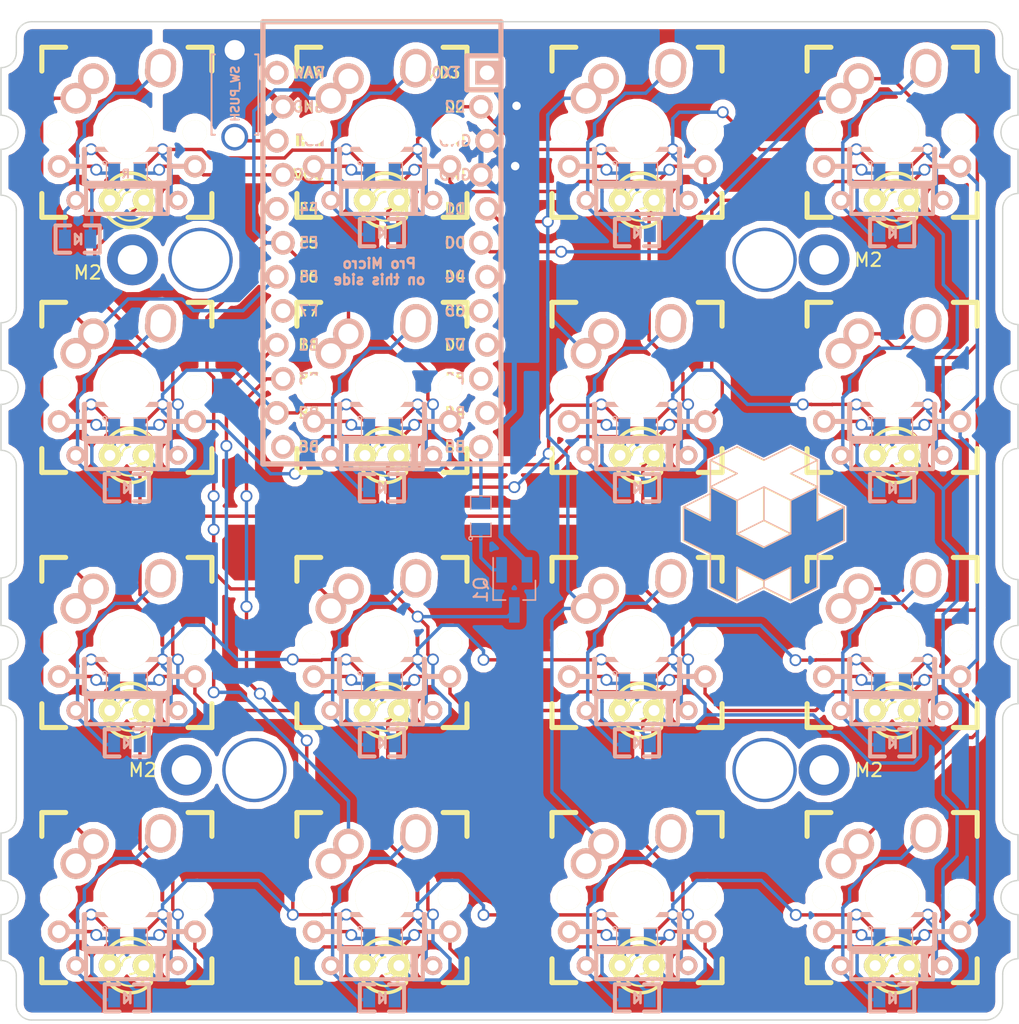
<source format=kicad_pcb>
(kicad_pcb (version 20171130) (host pcbnew "(5.0.1)-3")
  (layers (0 F.Cu signal) (31 B.Cu signal) (34 B.Paste user hide) (35 F.Paste user hide) (36 B.SilkS user hide) (37 F.SilkS user hide) (38 B.Mask user hide) (39 F.Mask user hide) (44 Edge.Cuts user))
  (net 0 "")
  (net 1 /key/LC0)
  (net 2 /key/LR0)
  (net 3 /key/SC0)
  (net 4 /key/SR0)
  (net 5 /key/led/N-LR0)
  (net 6 /key/switch/N-SD0)
  (net 7 SC1)
  (net 8 SC2)
  (net 9 SC3)
  (net 10 SR1)
  (net 11 SR2)
  (net 12 SR3)
  (net 13 GND)
  (net 14 RST)
  (net 15 PWM)
  (net 16 GATE)
  (module Keebio-Parts:mechcult_logo (layer B.Cu) (at 296.47 141.49 180)
    (fp_text reference REF** hide)
    (fp_text value mechcult_logo)
  )
  (module MountingHole:MountingHole_2.2mm_M2_DIN965_Pad (layer F.Cu) (at 249.34 120.015)
    (fp_text reference M2 (at -3.345 0.95) (layer F.SilkS))
    (fp_text value MountingHole_2.2mm_M2_DIN965_Pad)
    (pad 1 thru_hole circle (at 0 0) (size 3.8 3.8) (drill 2.2) (layers *.Cu *.Mask))
  )
  (module SM0805 (layer B.Cu) (at 275.353 139.16 90)
    (fp_text reference R1 hide)
    (fp_text value RESISTOR hide)
    (pad 2 smd rect (at 0.9525 0 90) (size 0.889 1.397) (layers B.Cu B.Paste B.Mask) (net 15 PWM))
    (pad 1 smd rect (at -0.9525 0 90) (size 0.889 1.397) (layers B.Cu B.Paste B.Mask) (net 16 GATE))
  )
  (module LED-3MM (layer F.Cu) (at 267.97 172.72)
    (fp_text reference LED0 hide)
    (fp_text value LED hide)
    (pad 1 thru_hole circle (at -1.27 0) (size 1.6764 1.6764) (drill 0.8128) (layers *.Cu *.Mask F.SilkS))
    (pad 2 thru_hole circle (at 1.27 0) (size 1.6764 1.6764) (drill 0.8128) (layers *.Cu *.Mask F.SilkS) (net 1 /key/LC0))
  )
  (module SM0805D (layer B.Cu) (at 267.97 175.133)
    (fp_text reference D1 hide)
    (fp_text value DIODE hide)
    (pad 1 smd rect (at -0.9525 0) (size 0.889 1.397) (layers B.Cu B.Paste B.Mask))
    (pad 2 smd rect (at 0.9525 0) (size 0.889 1.397) (layers B.Cu B.Paste B.Mask) (net 12 SR3))
  )
  (module RESISTOR (layer B.Cu) (at 267.97 170.18)
    (fp_text reference R0 hide)
    (fp_text value RESISTOR hide)
    (pad 1 thru_hole circle (at -5.08 0) (size 1.651 1.651) (drill 0.9906) (layers *.Cu *.SilkS *.Mask))
    (pad 2 thru_hole circle (at 5.08 0) (size 1.651 1.651) (drill 0.9906) (layers *.Cu *.SilkS *.Mask) (net 2 /key/LR0))
  )
  (module D3 (layer B.Cu) (at 267.97 172.72)
    (fp_text reference D0 hide)
    (fp_text value DIODE hide)
    (pad 2 thru_hole circle (at 3.81 0) (size 1.397 1.397) (drill 0.8128) (layers *.Cu *.Mask B.SilkS) (net 12 SR3))
    (pad 1 thru_hole circle (at -3.81 0) (size 1.397 1.397) (drill 0.8128) (layers *.Cu *.Mask B.SilkS))
  )
  (module ALPS_CHERRY_ZEAL_PCB_100H (layer F.Cu) (at 267.97 167.64)
    (fp_text reference S0 hide)
    (fp_text value MX1A hide)
    (pad 1 thru_hole oval (at 2.52 -4.79 356.05481) (size 2.286 2.867377) (drill oval 1.4986 2.079977) (layers *.Cu *.SilkS *.Mask))
    (pad 2 thru_hole circle (at -2.5 -4) (size 2.286 2.286) (drill 1.4986) (layers *.Cu *.SilkS *.Mask) (net 7 SC1))
    (pad 2 thru_hole circle (at -3.81 -2.54) (size 2.286 2.286) (drill 1.4986) (layers *.Cu *.SilkS *.Mask) (net 7 SC1))
    (pad "" np_thru_hole circle (at 0 0) (size 3.9878 3.9878) (drill 3.9878) (layers *.Cu *.Mask F.SilkS))
    (pad "" np_thru_hole circle (at -5.08 0) (size 1.8018 1.8018) (drill 1.8018) (layers *.Cu *.Mask F.SilkS))
    (pad "" np_thru_hole circle (at 5.08 0) (size 1.8018 1.8018) (drill 1.8018) (layers *.Cu *.Mask F.SilkS))
  )
  (module SM0805 (layer B.Cu) (at 267.97 170.688)
    (fp_text reference R1 hide)
    (fp_text value RESISTOR hide)
    (pad 1 smd rect (at -0.9525 0) (size 0.889 1.397) (layers B.Cu B.Paste B.Mask))
    (pad 2 smd rect (at 0.9525 0) (size 0.889 1.397) (layers B.Cu B.Paste B.Mask) (net 2 /key/LR0))
  )
  (module LED-3MM (layer F.Cu) (at 287.02 172.72)
    (fp_text reference LED0 hide)
    (fp_text value LED hide)
    (pad 1 thru_hole circle (at -1.27 0) (size 1.6764 1.6764) (drill 0.8128) (layers *.Cu *.Mask F.SilkS))
    (pad 2 thru_hole circle (at 1.27 0) (size 1.6764 1.6764) (drill 0.8128) (layers *.Cu *.Mask F.SilkS) (net 1 /key/LC0))
  )
  (module SM0805 (layer B.Cu) (at 287.02 170.688)
    (fp_text reference R1 hide)
    (fp_text value RESISTOR hide)
    (pad 1 smd rect (at -0.9525 0) (size 0.889 1.397) (layers B.Cu B.Paste B.Mask))
    (pad 2 smd rect (at 0.9525 0) (size 0.889 1.397) (layers B.Cu B.Paste B.Mask) (net 2 /key/LR0))
  )
  (module D3 (layer B.Cu) (at 287.02 172.72)
    (fp_text reference D0 hide)
    (fp_text value DIODE hide)
    (pad 2 thru_hole circle (at 3.81 0) (size 1.397 1.397) (drill 0.8128) (layers *.Cu *.Mask B.SilkS) (net 12 SR3))
    (pad 1 thru_hole circle (at -3.81 0) (size 1.397 1.397) (drill 0.8128) (layers *.Cu *.Mask B.SilkS))
  )
  (module ALPS_CHERRY_ZEAL_PCB_100H (layer F.Cu) (at 287.02 167.64)
    (fp_text reference S0 hide)
    (fp_text value MX1A hide)
    (pad 1 thru_hole oval (at 2.52 -4.79 356.05481) (size 2.286 2.867377) (drill oval 1.4986 2.079977) (layers *.Cu *.SilkS *.Mask))
    (pad 2 thru_hole circle (at -2.5 -4) (size 2.286 2.286) (drill 1.4986) (layers *.Cu *.SilkS *.Mask) (net 8 SC2))
    (pad 2 thru_hole circle (at -3.81 -2.54) (size 2.286 2.286) (drill 1.4986) (layers *.Cu *.SilkS *.Mask) (net 8 SC2))
    (pad "" np_thru_hole circle (at 0 0) (size 3.9878 3.9878) (drill 3.9878) (layers *.Cu *.Mask F.SilkS))
    (pad "" np_thru_hole circle (at -5.08 0) (size 1.8018 1.8018) (drill 1.8018) (layers *.Cu *.Mask F.SilkS))
    (pad "" np_thru_hole circle (at 5.08 0) (size 1.8018 1.8018) (drill 1.8018) (layers *.Cu *.Mask F.SilkS))
  )
  (module SM0805D (layer B.Cu) (at 287.02 175.133)
    (fp_text reference D1 hide)
    (fp_text value DIODE hide)
    (pad 1 smd rect (at -0.9525 0) (size 0.889 1.397) (layers B.Cu B.Paste B.Mask))
    (pad 2 smd rect (at 0.9525 0) (size 0.889 1.397) (layers B.Cu B.Paste B.Mask) (net 12 SR3))
  )
  (module RESISTOR (layer B.Cu) (at 287.02 170.18)
    (fp_text reference R0 hide)
    (fp_text value RESISTOR hide)
    (pad 1 thru_hole circle (at -5.08 0) (size 1.651 1.651) (drill 0.9906) (layers *.Cu *.SilkS *.Mask))
    (pad 2 thru_hole circle (at 5.08 0) (size 1.651 1.651) (drill 0.9906) (layers *.Cu *.SilkS *.Mask) (net 2 /key/LR0))
  )
  (module D3 (layer B.Cu) (at 306.07 172.72)
    (fp_text reference D0 hide)
    (fp_text value DIODE hide)
    (pad 2 thru_hole circle (at 3.81 0) (size 1.397 1.397) (drill 0.8128) (layers *.Cu *.Mask B.SilkS) (net 12 SR3))
    (pad 1 thru_hole circle (at -3.81 0) (size 1.397 1.397) (drill 0.8128) (layers *.Cu *.Mask B.SilkS))
  )
  (module SM0805D (layer B.Cu) (at 306.07 175.133)
    (fp_text reference D1 hide)
    (fp_text value DIODE hide)
    (pad 1 smd rect (at -0.9525 0) (size 0.889 1.397) (layers B.Cu B.Paste B.Mask))
    (pad 2 smd rect (at 0.9525 0) (size 0.889 1.397) (layers B.Cu B.Paste B.Mask) (net 12 SR3))
  )
  (module ALPS_CHERRY_ZEAL_PCB_100H (layer F.Cu) (at 306.07 167.64)
    (fp_text reference S0 hide)
    (fp_text value MX1A hide)
    (pad 1 thru_hole oval (at 2.52 -4.79 356.05481) (size 2.286 2.867377) (drill oval 1.4986 2.079977) (layers *.Cu *.SilkS *.Mask))
    (pad 2 thru_hole circle (at -2.5 -4) (size 2.286 2.286) (drill 1.4986) (layers *.Cu *.SilkS *.Mask) (net 9 SC3))
    (pad 2 thru_hole circle (at -3.81 -2.54) (size 2.286 2.286) (drill 1.4986) (layers *.Cu *.SilkS *.Mask) (net 9 SC3))
    (pad "" np_thru_hole circle (at 0 0) (size 3.9878 3.9878) (drill 3.9878) (layers *.Cu *.Mask F.SilkS))
    (pad "" np_thru_hole circle (at -5.08 0) (size 1.8018 1.8018) (drill 1.8018) (layers *.Cu *.Mask F.SilkS))
    (pad "" np_thru_hole circle (at 5.08 0) (size 1.8018 1.8018) (drill 1.8018) (layers *.Cu *.Mask F.SilkS))
  )
  (module LED-3MM (layer F.Cu) (at 306.07 172.72)
    (fp_text reference LED0 hide)
    (fp_text value LED hide)
    (pad 1 thru_hole circle (at -1.27 0) (size 1.6764 1.6764) (drill 0.8128) (layers *.Cu *.Mask F.SilkS))
    (pad 2 thru_hole circle (at 1.27 0) (size 1.6764 1.6764) (drill 0.8128) (layers *.Cu *.Mask F.SilkS) (net 1 /key/LC0))
  )
  (module RESISTOR (layer B.Cu) (at 306.07 170.18)
    (fp_text reference R0 hide)
    (fp_text value RESISTOR hide)
    (pad 1 thru_hole circle (at -5.08 0) (size 1.651 1.651) (drill 0.9906) (layers *.Cu *.SilkS *.Mask))
    (pad 2 thru_hole circle (at 5.08 0) (size 1.651 1.651) (drill 0.9906) (layers *.Cu *.SilkS *.Mask) (net 2 /key/LR0))
  )
  (module SM0805 (layer B.Cu) (at 306.07 170.688)
    (fp_text reference R1 hide)
    (fp_text value RESISTOR hide)
    (pad 1 smd rect (at -0.9525 0) (size 0.889 1.397) (layers B.Cu B.Paste B.Mask))
    (pad 2 smd rect (at 0.9525 0) (size 0.889 1.397) (layers B.Cu B.Paste B.Mask) (net 2 /key/LR0))
  )
  (module D3 (layer B.Cu) (at 248.92 172.72)
    (fp_text reference D0 hide)
    (fp_text value DIODE hide)
    (pad 1 thru_hole circle (at -3.81 0) (size 1.397 1.397) (drill 0.8128) (layers *.Cu *.Mask B.SilkS))
    (pad 2 thru_hole circle (at 3.81 0) (size 1.397 1.397) (drill 0.8128) (layers *.Cu *.Mask B.SilkS) (net 12 SR3))
  )
  (module RESISTOR (layer B.Cu) (at 248.92 170.18)
    (fp_text reference R0 hide)
    (fp_text value RESISTOR hide)
    (pad 2 thru_hole circle (at 5.08 0) (size 1.651 1.651) (drill 0.9906) (layers *.Cu *.SilkS *.Mask) (net 2 /key/LR0))
    (pad 1 thru_hole circle (at -5.08 0) (size 1.651 1.651) (drill 0.9906) (layers *.Cu *.SilkS *.Mask))
  )
  (module SM0805D (layer B.Cu) (at 248.92 175.133)
    (fp_text reference D1 hide)
    (fp_text value DIODE hide)
    (pad 2 smd rect (at 0.9525 0) (size 0.889 1.397) (layers B.Cu B.Paste B.Mask) (net 12 SR3))
    (pad 1 smd rect (at -0.9525 0) (size 0.889 1.397) (layers B.Cu B.Paste B.Mask))
  )
  (module ALPS_CHERRY_ZEAL_PCB_100H (layer F.Cu) (at 248.92 167.64)
    (fp_text reference S0 hide)
    (fp_text value MX1A hide)
    (pad "" np_thru_hole circle (at 5.08 0) (size 1.8018 1.8018) (drill 1.8018) (layers *.Cu *.Mask F.SilkS))
    (pad "" np_thru_hole circle (at -5.08 0) (size 1.8018 1.8018) (drill 1.8018) (layers *.Cu *.Mask F.SilkS))
    (pad "" np_thru_hole circle (at 0 0) (size 3.9878 3.9878) (drill 3.9878) (layers *.Cu *.Mask F.SilkS))
    (pad 2 thru_hole circle (at -3.81 -2.54) (size 2.286 2.286) (drill 1.4986) (layers *.Cu *.SilkS *.Mask) (net 3 /key/SC0))
    (pad 2 thru_hole circle (at -2.5 -4) (size 2.286 2.286) (drill 1.4986) (layers *.Cu *.SilkS *.Mask) (net 3 /key/SC0))
    (pad 1 thru_hole oval (at 2.52 -4.79 356.05481) (size 2.286 2.867377) (drill oval 1.4986 2.079977) (layers *.Cu *.SilkS *.Mask))
  )
  (module LED-3MM (layer F.Cu) (at 248.92 172.72)
    (fp_text reference LED0 hide)
    (fp_text value LED hide)
    (pad 2 thru_hole circle (at 1.27 0) (size 1.6764 1.6764) (drill 0.8128) (layers *.Cu *.Mask F.SilkS) (net 1 /key/LC0))
    (pad 1 thru_hole circle (at -1.27 0) (size 1.6764 1.6764) (drill 0.8128) (layers *.Cu *.Mask F.SilkS))
  )
  (module SM0805 (layer B.Cu) (at 248.92 170.688)
    (fp_text reference R1 hide)
    (fp_text value RESISTOR hide)
    (pad 2 smd rect (at 0.9525 0) (size 0.889 1.397) (layers B.Cu B.Paste B.Mask) (net 2 /key/LR0))
    (pad 1 smd rect (at -0.9525 0) (size 0.889 1.397) (layers B.Cu B.Paste B.Mask))
  )
  (module LED-3MM (layer F.Cu) (at 267.97 153.67)
    (fp_text reference LED0 hide)
    (fp_text value LED hide)
    (pad 1 thru_hole circle (at -1.27 0) (size 1.6764 1.6764) (drill 0.8128) (layers *.Cu *.Mask F.SilkS))
    (pad 2 thru_hole circle (at 1.27 0) (size 1.6764 1.6764) (drill 0.8128) (layers *.Cu *.Mask F.SilkS) (net 1 /key/LC0))
  )
  (module SM0805D (layer B.Cu) (at 267.97 156.083)
    (fp_text reference D1 hide)
    (fp_text value DIODE hide)
    (pad 1 smd rect (at -0.9525 0) (size 0.889 1.397) (layers B.Cu B.Paste B.Mask))
    (pad 2 smd rect (at 0.9525 0) (size 0.889 1.397) (layers B.Cu B.Paste B.Mask) (net 11 SR2))
  )
  (module RESISTOR (layer B.Cu) (at 267.97 151.13)
    (fp_text reference R0 hide)
    (fp_text value RESISTOR hide)
    (pad 1 thru_hole circle (at -5.08 0) (size 1.651 1.651) (drill 0.9906) (layers *.Cu *.SilkS *.Mask))
    (pad 2 thru_hole circle (at 5.08 0) (size 1.651 1.651) (drill 0.9906) (layers *.Cu *.SilkS *.Mask) (net 2 /key/LR0))
  )
  (module D3 (layer B.Cu) (at 267.97 153.67)
    (fp_text reference D0 hide)
    (fp_text value DIODE hide)
    (pad 2 thru_hole circle (at 3.81 0) (size 1.397 1.397) (drill 0.8128) (layers *.Cu *.Mask B.SilkS) (net 11 SR2))
    (pad 1 thru_hole circle (at -3.81 0) (size 1.397 1.397) (drill 0.8128) (layers *.Cu *.Mask B.SilkS))
  )
  (module ALPS_CHERRY_ZEAL_PCB_100H (layer F.Cu) (at 267.97 148.59)
    (fp_text reference S0 hide)
    (fp_text value MX1A hide)
    (pad 1 thru_hole oval (at 2.52 -4.79 356.05481) (size 2.286 2.867377) (drill oval 1.4986 2.079977) (layers *.Cu *.SilkS *.Mask))
    (pad 2 thru_hole circle (at -2.5 -4) (size 2.286 2.286) (drill 1.4986) (layers *.Cu *.SilkS *.Mask) (net 7 SC1))
    (pad 2 thru_hole circle (at -3.81 -2.54) (size 2.286 2.286) (drill 1.4986) (layers *.Cu *.SilkS *.Mask) (net 7 SC1))
    (pad "" np_thru_hole circle (at 0 0) (size 3.9878 3.9878) (drill 3.9878) (layers *.Cu *.Mask F.SilkS))
    (pad "" np_thru_hole circle (at -5.08 0) (size 1.8018 1.8018) (drill 1.8018) (layers *.Cu *.Mask F.SilkS))
    (pad "" np_thru_hole circle (at 5.08 0) (size 1.8018 1.8018) (drill 1.8018) (layers *.Cu *.Mask F.SilkS))
  )
  (module SM0805 (layer B.Cu) (at 267.97 151.638)
    (fp_text reference R1 hide)
    (fp_text value RESISTOR hide)
    (pad 1 smd rect (at -0.9525 0) (size 0.889 1.397) (layers B.Cu B.Paste B.Mask))
    (pad 2 smd rect (at 0.9525 0) (size 0.889 1.397) (layers B.Cu B.Paste B.Mask) (net 2 /key/LR0))
  )
  (module LED-3MM (layer F.Cu) (at 287.02 153.67)
    (fp_text reference LED0 hide)
    (fp_text value LED hide)
    (pad 1 thru_hole circle (at -1.27 0) (size 1.6764 1.6764) (drill 0.8128) (layers *.Cu *.Mask F.SilkS))
    (pad 2 thru_hole circle (at 1.27 0) (size 1.6764 1.6764) (drill 0.8128) (layers *.Cu *.Mask F.SilkS) (net 1 /key/LC0))
  )
  (module SM0805 (layer B.Cu) (at 287.02 151.638)
    (fp_text reference R1 hide)
    (fp_text value RESISTOR hide)
    (pad 1 smd rect (at -0.9525 0) (size 0.889 1.397) (layers B.Cu B.Paste B.Mask))
    (pad 2 smd rect (at 0.9525 0) (size 0.889 1.397) (layers B.Cu B.Paste B.Mask) (net 2 /key/LR0))
  )
  (module D3 (layer B.Cu) (at 287.02 153.67)
    (fp_text reference D0 hide)
    (fp_text value DIODE hide)
    (pad 2 thru_hole circle (at 3.81 0) (size 1.397 1.397) (drill 0.8128) (layers *.Cu *.Mask B.SilkS) (net 11 SR2))
    (pad 1 thru_hole circle (at -3.81 0) (size 1.397 1.397) (drill 0.8128) (layers *.Cu *.Mask B.SilkS))
  )
  (module ALPS_CHERRY_ZEAL_PCB_100H (layer F.Cu) (at 287.02 148.59)
    (fp_text reference S0 hide)
    (fp_text value MX1A hide)
    (pad 1 thru_hole oval (at 2.52 -4.79 356.05481) (size 2.286 2.867377) (drill oval 1.4986 2.079977) (layers *.Cu *.SilkS *.Mask))
    (pad 2 thru_hole circle (at -2.5 -4) (size 2.286 2.286) (drill 1.4986) (layers *.Cu *.SilkS *.Mask) (net 8 SC2))
    (pad 2 thru_hole circle (at -3.81 -2.54) (size 2.286 2.286) (drill 1.4986) (layers *.Cu *.SilkS *.Mask) (net 8 SC2))
    (pad "" np_thru_hole circle (at 0 0) (size 3.9878 3.9878) (drill 3.9878) (layers *.Cu *.Mask F.SilkS))
    (pad "" np_thru_hole circle (at -5.08 0) (size 1.8018 1.8018) (drill 1.8018) (layers *.Cu *.Mask F.SilkS))
    (pad "" np_thru_hole circle (at 5.08 0) (size 1.8018 1.8018) (drill 1.8018) (layers *.Cu *.Mask F.SilkS))
  )
  (module SM0805D (layer B.Cu) (at 287.02 156.083)
    (fp_text reference D1 hide)
    (fp_text value DIODE hide)
    (pad 1 smd rect (at -0.9525 0) (size 0.889 1.397) (layers B.Cu B.Paste B.Mask))
    (pad 2 smd rect (at 0.9525 0) (size 0.889 1.397) (layers B.Cu B.Paste B.Mask) (net 11 SR2))
  )
  (module RESISTOR (layer B.Cu) (at 287.02 151.13)
    (fp_text reference R0 hide)
    (fp_text value RESISTOR hide)
    (pad 1 thru_hole circle (at -5.08 0) (size 1.651 1.651) (drill 0.9906) (layers *.Cu *.SilkS *.Mask))
    (pad 2 thru_hole circle (at 5.08 0) (size 1.651 1.651) (drill 0.9906) (layers *.Cu *.SilkS *.Mask) (net 2 /key/LR0))
  )
  (module D3 (layer B.Cu) (at 306.07 153.67)
    (fp_text reference D0 hide)
    (fp_text value DIODE hide)
    (pad 2 thru_hole circle (at 3.81 0) (size 1.397 1.397) (drill 0.8128) (layers *.Cu *.Mask B.SilkS) (net 11 SR2))
    (pad 1 thru_hole circle (at -3.81 0) (size 1.397 1.397) (drill 0.8128) (layers *.Cu *.Mask B.SilkS))
  )
  (module SM0805D (layer B.Cu) (at 306.07 156.083)
    (fp_text reference D1 hide)
    (fp_text value DIODE hide)
    (pad 1 smd rect (at -0.9525 0) (size 0.889 1.397) (layers B.Cu B.Paste B.Mask))
    (pad 2 smd rect (at 0.9525 0) (size 0.889 1.397) (layers B.Cu B.Paste B.Mask) (net 11 SR2))
  )
  (module ALPS_CHERRY_ZEAL_PCB_100H (layer F.Cu) (at 306.07 148.59)
    (fp_text reference S0 hide)
    (fp_text value MX1A hide)
    (pad 1 thru_hole oval (at 2.52 -4.79 356.05481) (size 2.286 2.867377) (drill oval 1.4986 2.079977) (layers *.Cu *.SilkS *.Mask))
    (pad 2 thru_hole circle (at -2.5 -4) (size 2.286 2.286) (drill 1.4986) (layers *.Cu *.SilkS *.Mask) (net 9 SC3))
    (pad 2 thru_hole circle (at -3.81 -2.54) (size 2.286 2.286) (drill 1.4986) (layers *.Cu *.SilkS *.Mask) (net 9 SC3))
    (pad "" np_thru_hole circle (at 0 0) (size 3.9878 3.9878) (drill 3.9878) (layers *.Cu *.Mask F.SilkS))
    (pad "" np_thru_hole circle (at -5.08 0) (size 1.8018 1.8018) (drill 1.8018) (layers *.Cu *.Mask F.SilkS))
    (pad "" np_thru_hole circle (at 5.08 0) (size 1.8018 1.8018) (drill 1.8018) (layers *.Cu *.Mask F.SilkS))
  )
  (module LED-3MM (layer F.Cu) (at 306.07 153.67)
    (fp_text reference LED0 hide)
    (fp_text value LED hide)
    (pad 1 thru_hole circle (at -1.27 0) (size 1.6764 1.6764) (drill 0.8128) (layers *.Cu *.Mask F.SilkS))
    (pad 2 thru_hole circle (at 1.27 0) (size 1.6764 1.6764) (drill 0.8128) (layers *.Cu *.Mask F.SilkS) (net 1 /key/LC0))
  )
  (module RESISTOR (layer B.Cu) (at 306.07 151.13)
    (fp_text reference R0 hide)
    (fp_text value RESISTOR hide)
    (pad 1 thru_hole circle (at -5.08 0) (size 1.651 1.651) (drill 0.9906) (layers *.Cu *.SilkS *.Mask))
    (pad 2 thru_hole circle (at 5.08 0) (size 1.651 1.651) (drill 0.9906) (layers *.Cu *.SilkS *.Mask) (net 2 /key/LR0))
  )
  (module SM0805 (layer B.Cu) (at 306.07 151.638)
    (fp_text reference R1 hide)
    (fp_text value RESISTOR hide)
    (pad 1 smd rect (at -0.9525 0) (size 0.889 1.397) (layers B.Cu B.Paste B.Mask))
    (pad 2 smd rect (at 0.9525 0) (size 0.889 1.397) (layers B.Cu B.Paste B.Mask) (net 2 /key/LR0))
  )
  (module D3 (layer B.Cu) (at 248.92 153.67)
    (fp_text reference D0 hide)
    (fp_text value DIODE hide)
    (pad 1 thru_hole circle (at -3.81 0) (size 1.397 1.397) (drill 0.8128) (layers *.Cu *.Mask B.SilkS))
    (pad 2 thru_hole circle (at 3.81 0) (size 1.397 1.397) (drill 0.8128) (layers *.Cu *.Mask B.SilkS) (net 11 SR2))
  )
  (module RESISTOR (layer B.Cu) (at 248.92 151.13)
    (fp_text reference R0 hide)
    (fp_text value RESISTOR hide)
    (pad 2 thru_hole circle (at 5.08 0) (size 1.651 1.651) (drill 0.9906) (layers *.Cu *.SilkS *.Mask) (net 2 /key/LR0))
    (pad 1 thru_hole circle (at -5.08 0) (size 1.651 1.651) (drill 0.9906) (layers *.Cu *.SilkS *.Mask))
  )
  (module SM0805D (layer B.Cu) (at 248.92 156.083)
    (fp_text reference D1 hide)
    (fp_text value DIODE hide)
    (pad 2 smd rect (at 0.9525 0) (size 0.889 1.397) (layers B.Cu B.Paste B.Mask) (net 11 SR2))
    (pad 1 smd rect (at -0.9525 0) (size 0.889 1.397) (layers B.Cu B.Paste B.Mask))
  )
  (module ALPS_CHERRY_ZEAL_PCB_100H (layer F.Cu) (at 248.92 148.59)
    (fp_text reference S0 hide)
    (fp_text value MX1A hide)
    (pad "" np_thru_hole circle (at 5.08 0) (size 1.8018 1.8018) (drill 1.8018) (layers *.Cu *.Mask F.SilkS))
    (pad "" np_thru_hole circle (at -5.08 0) (size 1.8018 1.8018) (drill 1.8018) (layers *.Cu *.Mask F.SilkS))
    (pad "" np_thru_hole circle (at 0 0) (size 3.9878 3.9878) (drill 3.9878) (layers *.Cu *.Mask F.SilkS))
    (pad 2 thru_hole circle (at -3.81 -2.54) (size 2.286 2.286) (drill 1.4986) (layers *.Cu *.SilkS *.Mask) (net 3 /key/SC0))
    (pad 2 thru_hole circle (at -2.5 -4) (size 2.286 2.286) (drill 1.4986) (layers *.Cu *.SilkS *.Mask) (net 3 /key/SC0))
    (pad 1 thru_hole oval (at 2.52 -4.79 356.05481) (size 2.286 2.867377) (drill oval 1.4986 2.079977) (layers *.Cu *.SilkS *.Mask))
  )
  (module LED-3MM (layer F.Cu) (at 248.92 153.67)
    (fp_text reference LED0 hide)
    (fp_text value LED hide)
    (pad 2 thru_hole circle (at 1.27 0) (size 1.6764 1.6764) (drill 0.8128) (layers *.Cu *.Mask F.SilkS) (net 1 /key/LC0))
    (pad 1 thru_hole circle (at -1.27 0) (size 1.6764 1.6764) (drill 0.8128) (layers *.Cu *.Mask F.SilkS))
  )
  (module SM0805 (layer B.Cu) (at 248.92 151.638)
    (fp_text reference R1 hide)
    (fp_text value RESISTOR hide)
    (pad 2 smd rect (at 0.9525 0) (size 0.889 1.397) (layers B.Cu B.Paste B.Mask) (net 2 /key/LR0))
    (pad 1 smd rect (at -0.9525 0) (size 0.889 1.397) (layers B.Cu B.Paste B.Mask))
  )
  (module LED-3MM (layer F.Cu) (at 267.97 134.62)
    (fp_text reference LED0 hide)
    (fp_text value LED hide)
    (pad 1 thru_hole circle (at -1.27 0) (size 1.6764 1.6764) (drill 0.8128) (layers *.Cu *.Mask F.SilkS))
    (pad 2 thru_hole circle (at 1.27 0) (size 1.6764 1.6764) (drill 0.8128) (layers *.Cu *.Mask F.SilkS) (net 1 /key/LC0))
  )
  (module SM0805D (layer B.Cu) (at 267.97 137.033)
    (fp_text reference D1 hide)
    (fp_text value DIODE hide)
    (pad 1 smd rect (at -0.9525 0) (size 0.889 1.397) (layers B.Cu B.Paste B.Mask))
    (pad 2 smd rect (at 0.9525 0) (size 0.889 1.397) (layers B.Cu B.Paste B.Mask) (net 10 SR1))
  )
  (module RESISTOR (layer B.Cu) (at 267.97 132.08)
    (fp_text reference R0 hide)
    (fp_text value RESISTOR hide)
    (pad 1 thru_hole circle (at -5.08 0) (size 1.651 1.651) (drill 0.9906) (layers *.Cu *.SilkS *.Mask))
    (pad 2 thru_hole circle (at 5.08 0) (size 1.651 1.651) (drill 0.9906) (layers *.Cu *.SilkS *.Mask) (net 2 /key/LR0))
  )
  (module D3 (layer B.Cu) (at 267.97 134.62)
    (fp_text reference D0 hide)
    (fp_text value DIODE hide)
    (pad 2 thru_hole circle (at 3.81 0) (size 1.397 1.397) (drill 0.8128) (layers *.Cu *.Mask B.SilkS) (net 10 SR1))
    (pad 1 thru_hole circle (at -3.81 0) (size 1.397 1.397) (drill 0.8128) (layers *.Cu *.Mask B.SilkS))
  )
  (module ALPS_CHERRY_ZEAL_PCB_100H (layer F.Cu) (at 267.97 129.54)
    (fp_text reference S0 hide)
    (fp_text value MX1A hide)
    (pad 1 thru_hole oval (at 2.52 -4.79 356.05481) (size 2.286 2.867377) (drill oval 1.4986 2.079977) (layers *.Cu *.SilkS *.Mask))
    (pad 2 thru_hole circle (at -2.5 -4) (size 2.286 2.286) (drill 1.4986) (layers *.Cu *.SilkS *.Mask) (net 7 SC1))
    (pad 2 thru_hole circle (at -3.81 -2.54) (size 2.286 2.286) (drill 1.4986) (layers *.Cu *.SilkS *.Mask) (net 7 SC1))
    (pad "" np_thru_hole circle (at 0 0) (size 3.9878 3.9878) (drill 3.9878) (layers *.Cu *.Mask F.SilkS))
    (pad "" np_thru_hole circle (at -5.08 0) (size 1.8018 1.8018) (drill 1.8018) (layers *.Cu *.Mask F.SilkS))
    (pad "" np_thru_hole circle (at 5.08 0) (size 1.8018 1.8018) (drill 1.8018) (layers *.Cu *.Mask F.SilkS))
  )
  (module SM0805 (layer B.Cu) (at 267.97 132.588)
    (fp_text reference R1 hide)
    (fp_text value RESISTOR hide)
    (pad 1 smd rect (at -0.9525 0) (size 0.889 1.397) (layers B.Cu B.Paste B.Mask))
    (pad 2 smd rect (at 0.9525 0) (size 0.889 1.397) (layers B.Cu B.Paste B.Mask) (net 2 /key/LR0))
  )
  (module LED-3MM (layer F.Cu) (at 287.02 134.62)
    (fp_text reference LED0 hide)
    (fp_text value LED hide)
    (pad 1 thru_hole circle (at -1.27 0) (size 1.6764 1.6764) (drill 0.8128) (layers *.Cu *.Mask F.SilkS))
    (pad 2 thru_hole circle (at 1.27 0) (size 1.6764 1.6764) (drill 0.8128) (layers *.Cu *.Mask F.SilkS) (net 1 /key/LC0))
  )
  (module SM0805 (layer B.Cu) (at 287.02 132.588)
    (fp_text reference R1 hide)
    (fp_text value RESISTOR hide)
    (pad 1 smd rect (at -0.9525 0) (size 0.889 1.397) (layers B.Cu B.Paste B.Mask))
    (pad 2 smd rect (at 0.9525 0) (size 0.889 1.397) (layers B.Cu B.Paste B.Mask) (net 2 /key/LR0))
  )
  (module D3 (layer B.Cu) (at 287.02 134.62)
    (fp_text reference D0 hide)
    (fp_text value DIODE hide)
    (pad 2 thru_hole circle (at 3.81 0) (size 1.397 1.397) (drill 0.8128) (layers *.Cu *.Mask B.SilkS) (net 10 SR1))
    (pad 1 thru_hole circle (at -3.81 0) (size 1.397 1.397) (drill 0.8128) (layers *.Cu *.Mask B.SilkS))
  )
  (module ALPS_CHERRY_ZEAL_PCB_100H (layer F.Cu) (at 287.02 129.54)
    (fp_text reference S0 hide)
    (fp_text value MX1A hide)
    (pad 1 thru_hole oval (at 2.52 -4.79 356.05481) (size 2.286 2.867377) (drill oval 1.4986 2.079977) (layers *.Cu *.SilkS *.Mask))
    (pad 2 thru_hole circle (at -2.5 -4) (size 2.286 2.286) (drill 1.4986) (layers *.Cu *.SilkS *.Mask) (net 8 SC2))
    (pad 2 thru_hole circle (at -3.81 -2.54) (size 2.286 2.286) (drill 1.4986) (layers *.Cu *.SilkS *.Mask) (net 8 SC2))
    (pad "" np_thru_hole circle (at 0 0) (size 3.9878 3.9878) (drill 3.9878) (layers *.Cu *.Mask F.SilkS))
    (pad "" np_thru_hole circle (at -5.08 0) (size 1.8018 1.8018) (drill 1.8018) (layers *.Cu *.Mask F.SilkS))
    (pad "" np_thru_hole circle (at 5.08 0) (size 1.8018 1.8018) (drill 1.8018) (layers *.Cu *.Mask F.SilkS))
  )
  (module SM0805D (layer B.Cu) (at 287.02 137.033)
    (fp_text reference D1 hide)
    (fp_text value DIODE hide)
    (pad 1 smd rect (at -0.9525 0) (size 0.889 1.397) (layers B.Cu B.Paste B.Mask))
    (pad 2 smd rect (at 0.9525 0) (size 0.889 1.397) (layers B.Cu B.Paste B.Mask) (net 10 SR1))
  )
  (module RESISTOR (layer B.Cu) (at 287.02 132.08)
    (fp_text reference R0 hide)
    (fp_text value RESISTOR hide)
    (pad 1 thru_hole circle (at -5.08 0) (size 1.651 1.651) (drill 0.9906) (layers *.Cu *.SilkS *.Mask))
    (pad 2 thru_hole circle (at 5.08 0) (size 1.651 1.651) (drill 0.9906) (layers *.Cu *.SilkS *.Mask) (net 2 /key/LR0))
  )
  (module D3 (layer B.Cu) (at 306.07 134.62)
    (fp_text reference D0 hide)
    (fp_text value DIODE hide)
    (pad 2 thru_hole circle (at 3.81 0) (size 1.397 1.397) (drill 0.8128) (layers *.Cu *.Mask B.SilkS) (net 10 SR1))
    (pad 1 thru_hole circle (at -3.81 0) (size 1.397 1.397) (drill 0.8128) (layers *.Cu *.Mask B.SilkS))
  )
  (module SM0805D (layer B.Cu) (at 306.07 137.033)
    (fp_text reference D1 hide)
    (fp_text value DIODE hide)
    (pad 1 smd rect (at -0.9525 0) (size 0.889 1.397) (layers B.Cu B.Paste B.Mask))
    (pad 2 smd rect (at 0.9525 0) (size 0.889 1.397) (layers B.Cu B.Paste B.Mask) (net 10 SR1))
  )
  (module ALPS_CHERRY_ZEAL_PCB_100H (layer F.Cu) (at 306.07 129.54)
    (fp_text reference S0 hide)
    (fp_text value MX1A hide)
    (pad 1 thru_hole oval (at 2.52 -4.79 356.05481) (size 2.286 2.867377) (drill oval 1.4986 2.079977) (layers *.Cu *.SilkS *.Mask))
    (pad 2 thru_hole circle (at -2.5 -4) (size 2.286 2.286) (drill 1.4986) (layers *.Cu *.SilkS *.Mask) (net 9 SC3))
    (pad 2 thru_hole circle (at -3.81 -2.54) (size 2.286 2.286) (drill 1.4986) (layers *.Cu *.SilkS *.Mask) (net 9 SC3))
    (pad "" np_thru_hole circle (at 0 0) (size 3.9878 3.9878) (drill 3.9878) (layers *.Cu *.Mask F.SilkS))
    (pad "" np_thru_hole circle (at -5.08 0) (size 1.8018 1.8018) (drill 1.8018) (layers *.Cu *.Mask F.SilkS))
    (pad "" np_thru_hole circle (at 5.08 0) (size 1.8018 1.8018) (drill 1.8018) (layers *.Cu *.Mask F.SilkS))
  )
  (module LED-3MM (layer F.Cu) (at 306.07 134.62)
    (fp_text reference LED0 hide)
    (fp_text value LED hide)
    (pad 1 thru_hole circle (at -1.27 0) (size 1.6764 1.6764) (drill 0.8128) (layers *.Cu *.Mask F.SilkS))
    (pad 2 thru_hole circle (at 1.27 0) (size 1.6764 1.6764) (drill 0.8128) (layers *.Cu *.Mask F.SilkS) (net 1 /key/LC0))
  )
  (module RESISTOR (layer B.Cu) (at 306.07 132.08)
    (fp_text reference R0 hide)
    (fp_text value RESISTOR hide)
    (pad 1 thru_hole circle (at -5.08 0) (size 1.651 1.651) (drill 0.9906) (layers *.Cu *.SilkS *.Mask))
    (pad 2 thru_hole circle (at 5.08 0) (size 1.651 1.651) (drill 0.9906) (layers *.Cu *.SilkS *.Mask) (net 2 /key/LR0))
  )
  (module SM0805 (layer B.Cu) (at 306.07 132.588)
    (fp_text reference R1 hide)
    (fp_text value RESISTOR hide)
    (pad 1 smd rect (at -0.9525 0) (size 0.889 1.397) (layers B.Cu B.Paste B.Mask))
    (pad 2 smd rect (at 0.9525 0) (size 0.889 1.397) (layers B.Cu B.Paste B.Mask) (net 2 /key/LR0))
  )
  (module D3 (layer B.Cu) (at 248.92 134.62)
    (fp_text reference D0 hide)
    (fp_text value DIODE hide)
    (pad 1 thru_hole circle (at -3.81 0) (size 1.397 1.397) (drill 0.8128) (layers *.Cu *.Mask B.SilkS))
    (pad 2 thru_hole circle (at 3.81 0) (size 1.397 1.397) (drill 0.8128) (layers *.Cu *.Mask B.SilkS) (net 10 SR1))
  )
  (module RESISTOR (layer B.Cu) (at 248.92 132.08)
    (fp_text reference R0 hide)
    (fp_text value RESISTOR hide)
    (pad 2 thru_hole circle (at 5.08 0) (size 1.651 1.651) (drill 0.9906) (layers *.Cu *.SilkS *.Mask) (net 2 /key/LR0))
    (pad 1 thru_hole circle (at -5.08 0) (size 1.651 1.651) (drill 0.9906) (layers *.Cu *.SilkS *.Mask))
  )
  (module SM0805D (layer B.Cu) (at 248.92 137.033)
    (fp_text reference D1 hide)
    (fp_text value DIODE hide)
    (pad 2 smd rect (at 0.9525 0) (size 0.889 1.397) (layers B.Cu B.Paste B.Mask) (net 10 SR1))
    (pad 1 smd rect (at -0.9525 0) (size 0.889 1.397) (layers B.Cu B.Paste B.Mask))
  )
  (module ALPS_CHERRY_ZEAL_PCB_100H (layer F.Cu) (at 248.92 129.54)
    (fp_text reference S0 hide)
    (fp_text value MX1A hide)
    (pad "" np_thru_hole circle (at 5.08 0) (size 1.8018 1.8018) (drill 1.8018) (layers *.Cu *.Mask F.SilkS))
    (pad "" np_thru_hole circle (at -5.08 0) (size 1.8018 1.8018) (drill 1.8018) (layers *.Cu *.Mask F.SilkS))
    (pad "" np_thru_hole circle (at 0 0) (size 3.9878 3.9878) (drill 3.9878) (layers *.Cu *.Mask F.SilkS))
    (pad 2 thru_hole circle (at -3.81 -2.54) (size 2.286 2.286) (drill 1.4986) (layers *.Cu *.SilkS *.Mask) (net 3 /key/SC0))
    (pad 2 thru_hole circle (at -2.5 -4) (size 2.286 2.286) (drill 1.4986) (layers *.Cu *.SilkS *.Mask) (net 3 /key/SC0))
    (pad 1 thru_hole oval (at 2.52 -4.79 356.05481) (size 2.286 2.867377) (drill oval 1.4986 2.079977) (layers *.Cu *.SilkS *.Mask))
  )
  (module LED-3MM (layer F.Cu) (at 248.92 134.62)
    (fp_text reference LED0 hide)
    (fp_text value LED hide)
    (pad 2 thru_hole circle (at 1.27 0) (size 1.6764 1.6764) (drill 0.8128) (layers *.Cu *.Mask F.SilkS) (net 1 /key/LC0))
    (pad 1 thru_hole circle (at -1.27 0) (size 1.6764 1.6764) (drill 0.8128) (layers *.Cu *.Mask F.SilkS))
  )
  (module SM0805 (layer B.Cu) (at 248.92 132.588)
    (fp_text reference R1 hide)
    (fp_text value RESISTOR hide)
    (pad 2 smd rect (at 0.9525 0) (size 0.889 1.397) (layers B.Cu B.Paste B.Mask) (net 2 /key/LR0))
    (pad 1 smd rect (at -0.9525 0) (size 0.889 1.397) (layers B.Cu B.Paste B.Mask))
  )
  (module D3 (layer B.Cu) (at 306.07 115.57)
    (fp_text reference D0 hide)
    (fp_text value DIODE hide)
    (pad 1 thru_hole circle (at -3.81 0) (size 1.397 1.397) (drill 0.8128) (layers *.Cu *.Mask B.SilkS))
    (pad 2 thru_hole circle (at 3.81 0) (size 1.397 1.397) (drill 0.8128) (layers *.Cu *.Mask B.SilkS) (net 4 /key/SR0))
  )
  (module RESISTOR (layer B.Cu) (at 306.07 113.03)
    (fp_text reference R0 hide)
    (fp_text value RESISTOR hide)
    (pad 2 thru_hole circle (at 5.08 0) (size 1.651 1.651) (drill 0.9906) (layers *.Cu *.SilkS *.Mask) (net 2 /key/LR0))
    (pad 1 thru_hole circle (at -5.08 0) (size 1.651 1.651) (drill 0.9906) (layers *.Cu *.SilkS *.Mask))
  )
  (module SM0805D (layer B.Cu) (at 306.07 117.983)
    (fp_text reference D1 hide)
    (fp_text value DIODE hide)
    (pad 2 smd rect (at 0.9525 0) (size 0.889 1.397) (layers B.Cu B.Paste B.Mask) (net 4 /key/SR0))
    (pad 1 smd rect (at -0.9525 0) (size 0.889 1.397) (layers B.Cu B.Paste B.Mask))
  )
  (module ALPS_CHERRY_ZEAL_PCB_100H (layer F.Cu) (at 306.07 110.49)
    (fp_text reference S0 hide)
    (fp_text value MX1A hide)
    (pad "" np_thru_hole circle (at 5.08 0) (size 1.8018 1.8018) (drill 1.8018) (layers *.Cu *.Mask F.SilkS))
    (pad "" np_thru_hole circle (at -5.08 0) (size 1.8018 1.8018) (drill 1.8018) (layers *.Cu *.Mask F.SilkS))
    (pad "" np_thru_hole circle (at 0 0) (size 3.9878 3.9878) (drill 3.9878) (layers *.Cu *.Mask F.SilkS))
    (pad 2 thru_hole circle (at -3.81 -2.54) (size 2.286 2.286) (drill 1.4986) (layers *.Cu *.SilkS *.Mask) (net 9 SC3))
    (pad 2 thru_hole circle (at -2.5 -4) (size 2.286 2.286) (drill 1.4986) (layers *.Cu *.SilkS *.Mask) (net 9 SC3))
    (pad 1 thru_hole oval (at 2.52 -4.79 356.05481) (size 2.286 2.867377) (drill oval 1.4986 2.079977) (layers *.Cu *.SilkS *.Mask))
  )
  (module LED-3MM (layer F.Cu) (at 306.07 115.57)
    (fp_text reference LED0 hide)
    (fp_text value LED hide)
    (pad 2 thru_hole circle (at 1.27 0) (size 1.6764 1.6764) (drill 0.8128) (layers *.Cu *.Mask F.SilkS) (net 1 /key/LC0))
    (pad 1 thru_hole circle (at -1.27 0) (size 1.6764 1.6764) (drill 0.8128) (layers *.Cu *.Mask F.SilkS))
  )
  (module SM0805 (layer B.Cu) (at 306.07 113.538)
    (fp_text reference R1 hide)
    (fp_text value RESISTOR hide)
    (pad 2 smd rect (at 0.9525 0) (size 0.889 1.397) (layers B.Cu B.Paste B.Mask) (net 2 /key/LR0))
    (pad 1 smd rect (at -0.9525 0) (size 0.889 1.397) (layers B.Cu B.Paste B.Mask))
  )
  (module D3 (layer B.Cu) (at 287.02 115.57)
    (fp_text reference D0 hide)
    (fp_text value DIODE hide)
    (pad 1 thru_hole circle (at -3.81 0) (size 1.397 1.397) (drill 0.8128) (layers *.Cu *.Mask B.SilkS))
    (pad 2 thru_hole circle (at 3.81 0) (size 1.397 1.397) (drill 0.8128) (layers *.Cu *.Mask B.SilkS) (net 4 /key/SR0))
  )
  (module RESISTOR (layer B.Cu) (at 287.02 113.03)
    (fp_text reference R0 hide)
    (fp_text value RESISTOR hide)
    (pad 2 thru_hole circle (at 5.08 0) (size 1.651 1.651) (drill 0.9906) (layers *.Cu *.SilkS *.Mask) (net 2 /key/LR0))
    (pad 1 thru_hole circle (at -5.08 0) (size 1.651 1.651) (drill 0.9906) (layers *.Cu *.SilkS *.Mask))
  )
  (module SM0805D (layer B.Cu) (at 287.02 117.983)
    (fp_text reference D1 hide)
    (fp_text value DIODE hide)
    (pad 2 smd rect (at 0.9525 0) (size 0.889 1.397) (layers B.Cu B.Paste B.Mask) (net 4 /key/SR0))
    (pad 1 smd rect (at -0.9525 0) (size 0.889 1.397) (layers B.Cu B.Paste B.Mask))
  )
  (module ALPS_CHERRY_ZEAL_PCB_100H (layer F.Cu) (at 287.02 110.49)
    (fp_text reference S0 hide)
    (fp_text value MX1A hide)
    (pad "" np_thru_hole circle (at 5.08 0) (size 1.8018 1.8018) (drill 1.8018) (layers *.Cu *.Mask F.SilkS))
    (pad "" np_thru_hole circle (at -5.08 0) (size 1.8018 1.8018) (drill 1.8018) (layers *.Cu *.Mask F.SilkS))
    (pad "" np_thru_hole circle (at 0 0) (size 3.9878 3.9878) (drill 3.9878) (layers *.Cu *.Mask F.SilkS))
    (pad 2 thru_hole circle (at -3.81 -2.54) (size 2.286 2.286) (drill 1.4986) (layers *.Cu *.SilkS *.Mask) (net 8 SC2))
    (pad 2 thru_hole circle (at -2.5 -4) (size 2.286 2.286) (drill 1.4986) (layers *.Cu *.SilkS *.Mask) (net 8 SC2))
    (pad 1 thru_hole oval (at 2.52 -4.79 356.05481) (size 2.286 2.867377) (drill oval 1.4986 2.079977) (layers *.Cu *.SilkS *.Mask))
  )
  (module LED-3MM (layer F.Cu) (at 287.02 115.57)
    (fp_text reference LED0 hide)
    (fp_text value LED hide)
    (pad 2 thru_hole circle (at 1.27 0) (size 1.6764 1.6764) (drill 0.8128) (layers *.Cu *.Mask F.SilkS) (net 1 /key/LC0))
    (pad 1 thru_hole circle (at -1.27 0) (size 1.6764 1.6764) (drill 0.8128) (layers *.Cu *.Mask F.SilkS))
  )
  (module SM0805 (layer B.Cu) (at 287.02 113.538)
    (fp_text reference R1 hide)
    (fp_text value RESISTOR hide)
    (pad 2 smd rect (at 0.9525 0) (size 0.889 1.397) (layers B.Cu B.Paste B.Mask) (net 2 /key/LR0))
    (pad 1 smd rect (at -0.9525 0) (size 0.889 1.397) (layers B.Cu B.Paste B.Mask))
  )
  (module D3 (layer B.Cu) (at 267.97 115.57)
    (fp_text reference D0 hide)
    (fp_text value DIODE hide)
    (pad 1 thru_hole circle (at -3.81 0) (size 1.397 1.397) (drill 0.8128) (layers *.Cu *.Mask B.SilkS))
    (pad 2 thru_hole circle (at 3.81 0) (size 1.397 1.397) (drill 0.8128) (layers *.Cu *.Mask B.SilkS) (net 4 /key/SR0))
  )
  (module RESISTOR (layer B.Cu) (at 267.97 113.03)
    (fp_text reference R0 hide)
    (fp_text value RESISTOR hide)
    (pad 2 thru_hole circle (at 5.08 0) (size 1.651 1.651) (drill 0.9906) (layers *.Cu *.SilkS *.Mask) (net 2 /key/LR0))
    (pad 1 thru_hole circle (at -5.08 0) (size 1.651 1.651) (drill 0.9906) (layers *.Cu *.SilkS *.Mask))
  )
  (module SM0805D (layer B.Cu) (at 267.97 117.983)
    (fp_text reference D1 hide)
    (fp_text value DIODE hide)
    (pad 2 smd rect (at 0.9525 0) (size 0.889 1.397) (layers B.Cu B.Paste B.Mask) (net 4 /key/SR0))
    (pad 1 smd rect (at -0.9525 0) (size 0.889 1.397) (layers B.Cu B.Paste B.Mask))
  )
  (module ALPS_CHERRY_ZEAL_PCB_100H (layer F.Cu) (at 267.97 110.49)
    (fp_text reference S0 hide)
    (fp_text value MX1A hide)
    (pad "" np_thru_hole circle (at 5.08 0) (size 1.8018 1.8018) (drill 1.8018) (layers *.Cu *.Mask F.SilkS))
    (pad "" np_thru_hole circle (at -5.08 0) (size 1.8018 1.8018) (drill 1.8018) (layers *.Cu *.Mask F.SilkS))
    (pad "" np_thru_hole circle (at 0 0) (size 3.9878 3.9878) (drill 3.9878) (layers *.Cu *.Mask F.SilkS))
    (pad 2 thru_hole circle (at -3.81 -2.54) (size 2.286 2.286) (drill 1.4986) (layers *.Cu *.SilkS *.Mask) (net 7 SC1))
    (pad 2 thru_hole circle (at -2.5 -4) (size 2.286 2.286) (drill 1.4986) (layers *.Cu *.SilkS *.Mask) (net 7 SC1))
    (pad 1 thru_hole oval (at 2.52 -4.79 356.05481) (size 2.286 2.867377) (drill oval 1.4986 2.079977) (layers *.Cu *.SilkS *.Mask))
  )
  (module LED-3MM (layer F.Cu) (at 267.97 115.57)
    (fp_text reference LED0 hide)
    (fp_text value LED hide)
    (pad 2 thru_hole circle (at 1.27 0) (size 1.6764 1.6764) (drill 0.8128) (layers *.Cu *.Mask F.SilkS) (net 1 /key/LC0))
    (pad 1 thru_hole circle (at -1.27 0) (size 1.6764 1.6764) (drill 0.8128) (layers *.Cu *.Mask F.SilkS))
  )
  (module SM0805 (layer B.Cu) (at 267.97 113.538)
    (fp_text reference R1 hide)
    (fp_text value RESISTOR hide)
    (pad 2 smd rect (at 0.9525 0) (size 0.889 1.397) (layers B.Cu B.Paste B.Mask) (net 2 /key/LR0))
    (pad 1 smd rect (at -0.9525 0) (size 0.889 1.397) (layers B.Cu B.Paste B.Mask))
  )
  (module ALPS_CHERRY_ZEAL_PCB_100H (layer F.Cu) (at 248.92 110.49)
    (fp_text reference S0 hide)
    (fp_text value MX1A hide)
    (pad 1 thru_hole oval (at 2.52 -4.79 356.05481) (size 2.286 2.867377) (drill oval 1.4986 2.079977) (layers *.Cu *.SilkS *.Mask) (net 6 /key/switch/N-SD0))
    (pad 2 thru_hole circle (at -2.5 -4) (size 2.286 2.286) (drill 1.4986) (layers *.Cu *.SilkS *.Mask) (net 3 /key/SC0))
    (pad 2 thru_hole circle (at -3.81 -2.54) (size 2.286 2.286) (drill 1.4986) (layers *.Cu *.SilkS *.Mask) (net 3 /key/SC0))
    (pad "" np_thru_hole circle (at 0 0) (size 3.9878 3.9878) (drill 3.9878) (layers *.Cu *.Mask F.SilkS))
    (pad "" np_thru_hole circle (at -5.08 0) (size 1.8018 1.8018) (drill 1.8018) (layers *.Cu *.Mask F.SilkS))
    (pad "" np_thru_hole circle (at 5.08 0) (size 1.8018 1.8018) (drill 1.8018) (layers *.Cu *.Mask F.SilkS))
  )
  (module RESISTOR (layer B.Cu) (at 248.92 113.03)
    (fp_text reference R0 hide)
    (fp_text value RESISTOR hide)
    (pad 1 thru_hole circle (at -5.08 0) (size 1.651 1.651) (drill 0.9906) (layers *.Cu *.SilkS *.Mask) (net 5 /key/led/N-LR0))
    (pad 2 thru_hole circle (at 5.08 0) (size 1.651 1.651) (drill 0.9906) (layers *.Cu *.SilkS *.Mask) (net 2 /key/LR0))
  )
  (module D3 (layer B.Cu) (at 248.92 115.57)
    (fp_text reference D0 hide)
    (fp_text value DIODE hide)
    (pad 2 thru_hole circle (at 3.81 0) (size 1.397 1.397) (drill 0.8128) (layers *.Cu *.Mask B.SilkS) (net 4 /key/SR0))
    (pad 1 thru_hole circle (at -3.81 0) (size 1.397 1.397) (drill 0.8128) (layers *.Cu *.Mask B.SilkS) (net 6 /key/switch/N-SD0))
  )
  (module SM0805D (layer B.Cu) (at 245.245 118.465)
    (fp_text reference D1 hide)
    (fp_text value DIODE hide)
    (pad 1 smd rect (at -0.9525 0) (size 0.889 1.397) (layers B.Cu B.Paste B.Mask) (net 6 /key/switch/N-SD0))
    (pad 2 smd rect (at 0.9525 0) (size 0.889 1.397) (layers B.Cu B.Paste B.Mask) (net 4 /key/SR0))
  )
  (module SM0805 (layer B.Cu) (at 248.92 113.538)
    (fp_text reference R1 hide)
    (fp_text value RESISTOR hide)
    (pad 1 smd rect (at -0.9525 0) (size 0.889 1.397) (layers B.Cu B.Paste B.Mask) (net 5 /key/led/N-LR0))
    (pad 2 smd rect (at 0.9525 0) (size 0.889 1.397) (layers B.Cu B.Paste B.Mask) (net 2 /key/LR0))
  )
  (module LED-3MM (layer F.Cu) (at 248.92 115.57)
    (fp_text reference LED0 hide)
    (fp_text value LED hide)
    (pad 1 thru_hole circle (at -1.27 0) (size 1.6764 1.6764) (drill 0.8128) (layers *.Cu *.Mask F.SilkS) (net 5 /key/led/N-LR0))
    (pad 2 thru_hole circle (at 1.27 0) (size 1.6764 1.6764) (drill 0.8128) (layers *.Cu *.Mask F.SilkS) (net 1 /key/LC0))
  )
  (module Keebio-Parts:ArduinoProMicro-ZigZag (layer B.Cu) (at 267.97 120.015 270)
    (fp_text reference U1 hide)
    (fp_text value ProMicro-18mil-offset hide)
    (fp_text user ST (at -8.91 5.04 180) (layer F.SilkS) (effects (font (size 0.8 0.8))))
    (fp_text user TX0/D3 (at -13.97 -3.571872 180) (layer B.SilkS) (effects (font (size 0.8 0.8)) (justify mirror)))
    (fp_text user TX0/D3 (at -13.97 -3.571872 180) (layer F.SilkS) (effects (font (size 0.8 0.8))))
    (fp_text user D2 (at -11.43 -5.461 180) (layer B.SilkS) (effects (font (size 0.8 0.8)) (justify mirror)))
    (fp_text user D0 (at -1.27 -5.461 180) (layer B.SilkS) (effects (font (size 0.8 0.8)) (justify mirror)))
    (fp_text user D1 (at -3.81 -5.461 180) (layer B.SilkS) (effects (font (size 0.8 0.8)) (justify mirror)))
    (fp_text user GND (at -6.35 -5.461 180) (layer B.SilkS) (effects (font (size 0.8 0.8)) (justify mirror)))
    (fp_text user GND (at -8.89 -5.461 180) (layer B.SilkS) (effects (font (size 0.8 0.8)) (justify mirror)))
    (fp_text user D4 (at 1.27 -5.461 180) (layer B.SilkS) (effects (font (size 0.8 0.8)) (justify mirror)))
    (fp_text user C6 (at 3.81 -5.461 180) (layer B.SilkS) (effects (font (size 0.8 0.8)) (justify mirror)))
    (fp_text user D7 (at 6.35 -5.461 180) (layer B.SilkS) (effects (font (size 0.8 0.8)) (justify mirror)))
    (fp_text user E6 (at 8.89 -5.461 180) (layer B.SilkS) (effects (font (size 0.8 0.8)) (justify mirror)))
    (fp_text user B4 (at 11.43 -5.461 180) (layer B.SilkS) (effects (font (size 0.8 0.8)) (justify mirror)))
    (fp_text user B5 (at 13.97 -5.461 180) (layer B.SilkS) (effects (font (size 0.8 0.8)) (justify mirror)))
    (fp_text user B6 (at 13.97 5.461 180) (layer B.SilkS) (effects (font (size 0.8 0.8)) (justify mirror)))
    (fp_text user B2 (at 11.43 5.461 180) (layer F.SilkS) (effects (font (size 0.8 0.8))))
    (fp_text user B3 (at 8.89 5.461 180) (layer B.SilkS) (effects (font (size 0.8 0.8)) (justify mirror)))
    (fp_text user B1 (at 6.35 5.461 180) (layer B.SilkS) (effects (font (size 0.8 0.8)) (justify mirror)))
    (fp_text user F7 (at 3.81 5.461 180) (layer F.SilkS) (effects (font (size 0.8 0.8))))
    (fp_text user F6 (at 1.27 5.461 180) (layer F.SilkS) (effects (font (size 0.8 0.8))))
    (fp_text user F5 (at -1.27 5.461 180) (layer F.SilkS) (effects (font (size 0.8 0.8))))
    (fp_text user F4 (at -3.81 5.461 180) (layer B.SilkS) (effects (font (size 0.8 0.8)) (justify mirror)))
    (fp_text user VCC (at -6.35 5.461 180) (layer B.SilkS) (effects (font (size 0.8 0.8)) (justify mirror)))
    (fp_text user ST (at -8.92 5.73312 180) (layer B.SilkS) (effects (font (size 0.8 0.8)) (justify mirror)))
    (fp_text user GND (at -11.43 5.461 180) (layer B.SilkS) (effects (font (size 0.8 0.8)) (justify mirror)))
    (fp_text user RAW (at -13.97 5.461 180) (layer B.SilkS) (effects (font (size 0.8 0.8)) (justify mirror)))
    (fp_text user RAW (at -13.97 5.461 180) (layer F.SilkS) (effects (font (size 0.8 0.8))))
    (fp_text user GND (at -11.43 5.461 180) (layer F.SilkS) (effects (font (size 0.8 0.8))))
    (fp_text user VCC (at -6.35 5.461 180) (layer F.SilkS) (effects (font (size 0.8 0.8))))
    (fp_text user F4 (at -3.81 5.461 180) (layer F.SilkS) (effects (font (size 0.8 0.8))))
    (fp_text user F5 (at -1.27 5.461 180) (layer B.SilkS) (effects (font (size 0.8 0.8)) (justify mirror)))
    (fp_text user F6 (at 1.27 5.461 180) (layer B.SilkS) (effects (font (size 0.8 0.8)) (justify mirror)))
    (fp_text user F7 (at 3.81 5.461 180) (layer B.SilkS) (effects (font (size 0.8 0.8)) (justify mirror)))
    (fp_text user B1 (at 6.35 5.461 180) (layer F.SilkS) (effects (font (size 0.8 0.8))))
    (fp_text user B3 (at 8.89 5.461 180) (layer F.SilkS) (effects (font (size 0.8 0.8))))
    (fp_text user B2 (at 11.43 5.461 180) (layer B.SilkS) (effects (font (size 0.8 0.8)) (justify mirror)))
    (fp_text user B6 (at 13.97 5.461 180) (layer F.SilkS) (effects (font (size 0.8 0.8))))
    (fp_text user B5 (at 13.97 -5.461 180) (layer F.SilkS) (effects (font (size 0.8 0.8))))
    (fp_text user B4 (at 11.43 -5.461 180) (layer F.SilkS) (effects (font (size 0.8 0.8))))
    (fp_text user E6 (at 8.89 -5.461 180) (layer F.SilkS) (effects (font (size 0.8 0.8))))
    (fp_text user D7 (at 6.35 -5.461 180) (layer F.SilkS) (effects (font (size 0.8 0.8))))
    (fp_text user C6 (at 3.81 -5.461 180) (layer F.SilkS) (effects (font (size 0.8 0.8))))
    (fp_text user D4 (at 1.27 -5.461 180) (layer F.SilkS) (effects (font (size 0.8 0.8))))
    (fp_text user GND (at -8.89 -5.461 180) (layer F.SilkS) (effects (font (size 0.8 0.8))))
    (fp_text user GND (at -6.35 -5.461 180) (layer F.SilkS) (effects (font (size 0.8 0.8))))
    (fp_text user D1 (at -3.81 -5.461 180) (layer F.SilkS) (effects (font (size 0.8 0.8))))
    (fp_text user D0 (at -1.27 -5.461 180) (layer F.SilkS) (effects (font (size 0.8 0.8))))
    (fp_text user D2 (at -11.43 -5.461 180) (layer F.SilkS) (effects (font (size 0.8 0.8))))
    (pad 24 thru_hole circle (at -13.97 7.8486 270) (size 1.7526 1.7526) (drill 1.0922) (layers *.Cu *.SilkS *.Mask))
    (pad 12 thru_hole circle (at 13.97 -7.3914 270) (size 1.7526 1.7526) (drill 1.0922) (layers *.Cu *.SilkS *.Mask) (net 15 PWM))
    (pad 23 thru_hole circle (at -11.43 7.3914 270) (size 1.7526 1.7526) (drill 1.0922) (layers *.Cu *.SilkS *.Mask) (net 13 GND))
    (pad 22 thru_hole circle (at -8.89 7.8486 270) (size 1.7526 1.7526) (drill 1.0922) (layers *.Cu *.SilkS *.Mask) (net 14 RST))
    (pad 21 thru_hole circle (at -6.35 7.3914 270) (size 1.7526 1.7526) (drill 1.0922) (layers *.Cu *.SilkS *.Mask) (net 2 /key/LR0))
    (pad 20 thru_hole circle (at -3.81 7.8486 270) (size 1.7526 1.7526) (drill 1.0922) (layers *.Cu *.SilkS *.Mask))
    (pad 19 thru_hole circle (at -1.27 7.3914 270) (size 1.7526 1.7526) (drill 1.0922) (layers *.Cu *.SilkS *.Mask) (net 7 SC1))
    (pad 18 thru_hole circle (at 1.27 7.8486 270) (size 1.7526 1.7526) (drill 1.0922) (layers *.Cu *.SilkS *.Mask) (net 3 /key/SC0))
    (pad 17 thru_hole circle (at 3.81 7.3914 270) (size 1.7526 1.7526) (drill 1.0922) (layers *.Cu *.SilkS *.Mask))
    (pad 16 thru_hole circle (at 6.35 7.8486 270) (size 1.7526 1.7526) (drill 1.0922) (layers *.Cu *.SilkS *.Mask) (net 11 SR2))
    (pad 15 thru_hole circle (at 8.89 7.3914 270) (size 1.7526 1.7526) (drill 1.0922) (layers *.Cu *.SilkS *.Mask) (net 12 SR3))
    (pad 14 thru_hole circle (at 11.43 7.8486 270) (size 1.7526 1.7526) (drill 1.0922) (layers *.Cu *.SilkS *.Mask) (net 10 SR1))
    (pad 13 thru_hole circle (at 13.97 7.3914 270) (size 1.7526 1.7526) (drill 1.0922) (layers *.Cu *.SilkS *.Mask))
    (pad 11 thru_hole circle (at 11.43 -7.8486 270) (size 1.7526 1.7526) (drill 1.0922) (layers *.Cu *.SilkS *.Mask))
    (pad 10 thru_hole circle (at 8.89 -7.3914 270) (size 1.7526 1.7526) (drill 1.0922) (layers *.Cu *.SilkS *.Mask))
    (pad 9 thru_hole circle (at 6.35 -7.8486 270) (size 1.7526 1.7526) (drill 1.0922) (layers *.Cu *.SilkS *.Mask))
    (pad 8 thru_hole circle (at 3.81 -7.3914 270) (size 1.7526 1.7526) (drill 1.0922) (layers *.Cu *.SilkS *.Mask))
    (pad 7 thru_hole circle (at 1.27 -7.8486 270) (size 1.7526 1.7526) (drill 1.0922) (layers *.Cu *.SilkS *.Mask))
    (pad 6 thru_hole circle (at -1.27 -7.3914 270) (size 1.7526 1.7526) (drill 1.0922) (layers *.Cu *.SilkS *.Mask) (net 9 SC3))
    (pad 5 thru_hole circle (at -3.81 -7.8486 270) (size 1.7526 1.7526) (drill 1.0922) (layers *.Cu *.SilkS *.Mask) (net 8 SC2))
    (pad 4 thru_hole circle (at -6.35 -7.3914 270) (size 1.7526 1.7526) (drill 1.0922) (layers *.Cu *.SilkS *.Mask) (net 13 GND))
    (pad 3 thru_hole circle (at -8.89 -7.8486 270) (size 1.7526 1.7526) (drill 1.0922) (layers *.Cu *.SilkS *.Mask) (net 13 GND))
    (pad 2 thru_hole circle (at -11.43 -7.3914 270) (size 1.7526 1.7526) (drill 1.0922) (layers *.Cu *.SilkS *.Mask) (net 4 /key/SR0))
    (pad 1 thru_hole rect (at -13.97 -7.8486 270) (size 1.7526 1.7526) (drill 1.0922) (layers *.Cu *.SilkS *.Mask))
  )
  (module MountingHole:MountingHole_2.2mm_M2_DIN965_Pad (layer F.Cu) (at 300.99 158.115)
    (fp_text reference M2 (at 3.355 0) (layer F.SilkS))
    (fp_text value MountingHole_2.2mm_M2_DIN965_Pad)
    (pad 1 thru_hole circle (at 0 0) (size 3.8 3.8) (drill 2.2) (layers *.Cu *.Mask))
  )
  (module MountingHole:MountingHole_2.2mm_M2_DIN965_Pad (layer F.Cu) (at 300.99 120.015)
    (fp_text reference M2 (at 3.305 0) (layer F.SilkS))
    (fp_text value MountingHole_2.2mm_M2_DIN965_Pad)
    (pad 1 thru_hole circle (at 0 0) (size 3.8 3.8) (drill 2.2) (layers *.Cu *.Mask))
  )
  (module MountingHole:MountingHole_2.2mm_M2_DIN965_Pad (layer F.Cu) (at 253.365 158.115)
    (fp_text reference M2 (at -3.27 0) (layer F.SilkS))
    (fp_text value MountingHole_2.2mm_M2_DIN965_Pad)
    (pad 1 thru_hole circle (at 0 0) (size 3.8 3.8) (drill 2.2) (layers *.Cu *.Mask))
  )
  (module Keebio-Parts:SOT-23_Handsoldering (layer B.Cu) (at 277.853 144.66 270)
    (fp_text reference Q1 (at 0 2.5 270) (layer B.SilkS) (effects (justify mirror)))
    (fp_text value 2N7002)
    (pad D smd rect (at 1.5 0 270) (size 1.9 0.8) (layers B.Cu B.Paste B.Mask) (net 1 /key/LC0))
    (pad S smd rect (at -1.5 -0.95 270) (size 1.9 0.8) (layers B.Cu B.Paste B.Mask) (net 13 GND))
    (pad G smd rect (at -1.5 0.95 270) (size 1.9 0.8) (layers B.Cu B.Paste B.Mask) (net 16 GATE))
  )
  (module Keebio-Parts:mechcult_logo (layer F.Cu) (at 296.47 141.49)
    (fp_text reference REF** hide)
    (fp_text value mechcult_logo)
  )
  (gr_text "Pro Micro\non this side" (at 267.77 120.89) (layer B.SilkS) (effects (font (size 0.75 0.75) (thickness 0.1875)) (justify mirror)))
  (gr_line (start 300.503482 136.966116) (end 300.503482 134.966116) (layer B.SilkS) (width 0.1))
  (gr_line (start 294.503482 133.966116) (end 292.503482 134.966116) (layer B.SilkS) (width 0.1))
  (gr_line (start 300.503482 134.966116) (end 298.503482 133.966116) (layer B.SilkS) (width 0.1))
  (gr_line (start 290.503482 138.466116) (end 292.503482 137.466116) (layer B.SilkS) (width 0.1))
  (gr_line (start 292.503482 134.966116) (end 294.503482 135.966116) (layer B.SilkS) (width 0.1))
  (gr_line (start 294.503482 135.966116) (end 292.503482 136.966116) (layer B.SilkS) (width 0.1))
  (gr_line (start 292.503482 134.966116) (end 292.503482 136.966116) (layer B.SilkS) (width 0.1))
  (gr_line (start 296.503482 134.966116) (end 294.503482 133.966116) (layer B.SilkS) (width 0.1))
  (gr_line (start 298.503482 133.966116) (end 296.503482 134.966116) (layer B.SilkS) (width 0.1))
  (gr_line (start 302.503482 138.466116) (end 300.503482 137.466116) (layer B.SilkS) (width 0.1))
  (gr_line (start 300.503482 136.966116) (end 298.503482 135.966116) (layer B.SilkS) (width 0.1))
  (gr_line (start 298.503482 137.966116) (end 300.503482 136.966116) (layer B.SilkS) (width 0.1))
  (gr_line (start 294.503482 142.966116) (end 294.503482 145.466116) (layer B.SilkS) (width 0.1))
  (gr_line (start 296.503482 136.966116) (end 298.503482 137.966116) (layer B.SilkS) (width 0.1))
  (gr_line (start 298.503482 145.466116) (end 296.503482 144.466116) (layer B.SilkS) (width 0.1))
  (gr_line (start 290.503482 140.966116) (end 290.503482 138.466116) (layer B.SilkS) (width 0.1))
  (gr_line (start 300.503482 136.966116) (end 300.503482 139.466116) (layer B.SilkS) (width 0.1))
  (gr_line (start 296.503482 143.966116) (end 294.503482 142.966116) (layer B.SilkS) (width 0.1))
  (gr_line (start 298.503482 145.466116) (end 298.503482 142.966116) (layer B.SilkS) (width 0.1))
  (gr_line (start 292.503482 136.966116) (end 294.503482 137.966116) (layer B.SilkS) (width 0.1))
  (gr_line (start 296.503482 144.466116) (end 294.503482 145.466116) (layer B.SilkS) (width 0.1))
  (gr_line (start 298.503482 140.466116) (end 296.503482 141.466116) (layer B.SilkS) (width 0.1))
  (gr_line (start 292.503482 139.466116) (end 292.503482 136.966116) (layer B.SilkS) (width 0.1))
  (gr_line (start 290.503482 138.466116) (end 292.503482 139.466116) (layer B.SilkS) (width 0.1))
  (gr_line (start 296.503482 139.466116) (end 296.503482 136.966116) (layer B.SilkS) (width 0.1))
  (gr_line (start 292.503482 141.966116) (end 290.503482 140.966116) (layer B.SilkS) (width 0.1))
  (gr_line (start 296.503482 139.466116) (end 294.503482 140.466116) (layer B.SilkS) (width 0.1))
  (gr_line (start 294.503482 145.466116) (end 292.503482 144.466116) (layer B.SilkS) (width 0.1))
  (gr_line (start 300.503482 144.466116) (end 298.503482 145.466116) (layer B.SilkS) (width 0.1))
  (gr_line (start 300.503482 141.966116) (end 300.503482 144.466116) (layer B.SilkS) (width 0.1))
  (gr_line (start 302.503482 138.466116) (end 302.503482 140.966116) (layer B.SilkS) (width 0.1))
  (gr_line (start 300.503482 139.466116) (end 302.503482 138.466116) (layer B.SilkS) (width 0.1))
  (gr_line (start 294.503482 140.466116) (end 294.503482 137.966116) (layer B.SilkS) (width 0.1))
  (gr_line (start 298.503482 135.966116) (end 300.503482 134.966116) (layer B.SilkS) (width 0.1))
  (gr_line (start 292.503482 144.466116) (end 292.503482 141.966116) (layer B.SilkS) (width 0.1))
  (gr_line (start 302.503482 140.966116) (end 300.503482 141.966116) (layer B.SilkS) (width 0.1))
  (gr_line (start 294.503482 137.966116) (end 296.503482 136.966116) (layer B.SilkS) (width 0.1))
  (gr_line (start 298.503482 142.966116) (end 296.503482 143.966116) (layer B.SilkS) (width 0.1))
  (gr_line (start 298.503482 140.466116) (end 296.503482 139.466116) (layer B.SilkS) (width 0.1))
  (gr_line (start 296.503482 143.966116) (end 296.503482 144.466116) (layer B.SilkS) (width 0.1))
  (gr_line (start 298.503482 137.966116) (end 298.503482 140.466116) (layer B.SilkS) (width 0.1))
  (gr_line (start 296.503482 141.466116) (end 294.503482 140.466116) (layer B.SilkS) (width 0.1))
  (gr_line (start 292.47 136.99) (end 292.47 134.99) (layer F.SilkS) (width 0.1))
  (gr_line (start 290.47 138.49) (end 292.47 137.49) (layer F.SilkS) (width 0.1))
  (gr_line (start 302.47 138.49) (end 300.47 137.49) (layer F.SilkS) (width 0.1))
  (gr_line (start 300.47 134.99) (end 300.47 136.99) (layer F.SilkS) (width 0.1))
  (gr_line (start 298.47 135.99) (end 300.47 136.99) (layer F.SilkS) (width 0.1))
  (gr_line (start 300.47 134.99) (end 298.47 135.99) (layer F.SilkS) (width 0.1))
  (gr_line (start 298.47 133.99) (end 300.47 134.99) (layer F.SilkS) (width 0.1))
  (gr_line (start 296.47 134.99) (end 298.47 133.99) (layer F.SilkS) (width 0.1))
  (gr_line (start 294.47 133.99) (end 296.47 134.99) (layer F.SilkS) (width 0.1))
  (gr_line (start 292.47 134.99) (end 294.47 133.99) (layer F.SilkS) (width 0.1))
  (gr_line (start 294.47 135.99) (end 292.47 134.99) (layer F.SilkS) (width 0.1))
  (gr_line (start 292.47 136.99) (end 294.47 135.99) (layer F.SilkS) (width 0.1))
  (gr_line (start 294.47 137.99) (end 292.47 136.99) (layer F.SilkS) (width 0.1))
  (gr_line (start 296.47 143.99) (end 296.47 144.49) (layer F.SilkS) (width 0.1))
  (gr_line (start 298.47 142.99) (end 298.47 145.49) (layer F.SilkS) (width 0.1))
  (gr_line (start 296.47 143.99) (end 298.47 142.99) (layer F.SilkS) (width 0.1))
  (gr_line (start 294.47 142.99) (end 296.47 143.99) (layer F.SilkS) (width 0.1))
  (gr_line (start 294.47 145.49) (end 294.47 142.99) (layer F.SilkS) (width 0.1))
  (gr_line (start 300.47 136.99) (end 298.47 137.99) (layer F.SilkS) (width 0.1))
  (gr_line (start 300.47 139.49) (end 300.47 136.99) (layer F.SilkS) (width 0.1))
  (gr_line (start 302.47 138.49) (end 300.47 139.49) (layer F.SilkS) (width 0.1))
  (gr_line (start 302.47 140.99) (end 302.47 138.49) (layer F.SilkS) (width 0.1))
  (gr_line (start 300.47 141.99) (end 302.47 140.99) (layer F.SilkS) (width 0.1))
  (gr_line (start 300.47 144.49) (end 300.47 141.99) (layer F.SilkS) (width 0.1))
  (gr_line (start 298.47 145.49) (end 300.47 144.49) (layer F.SilkS) (width 0.1))
  (gr_line (start 296.47 144.49) (end 298.47 145.49) (layer F.SilkS) (width 0.1))
  (gr_line (start 294.47 145.49) (end 296.47 144.49) (layer F.SilkS) (width 0.1))
  (gr_line (start 292.47 144.49) (end 294.47 145.49) (layer F.SilkS) (width 0.1))
  (gr_line (start 292.47 141.99) (end 292.47 144.49) (layer F.SilkS) (width 0.1))
  (gr_line (start 290.47 140.99) (end 292.47 141.99) (layer F.SilkS) (width 0.1))
  (gr_line (start 290.47 138.49) (end 290.47 140.99) (layer F.SilkS) (width 0.1))
  (gr_line (start 292.47 139.49) (end 290.47 138.49) (layer F.SilkS) (width 0.1))
  (gr_line (start 292.47 136.99) (end 292.47 139.49) (layer F.SilkS) (width 0.1))
  (gr_line (start 296.47 139.49) (end 298.47 140.49) (layer F.SilkS) (width 0.1))
  (gr_line (start 296.47 139.49) (end 296.47 136.99) (layer F.SilkS) (width 0.1))
  (gr_line (start 294.47 140.49) (end 296.47 139.49) (layer F.SilkS) (width 0.1))
  (gr_line (start 294.47 137.99) (end 294.47 140.49) (layer F.SilkS) (width 0.1))
  (gr_line (start 296.47 136.99) (end 294.47 137.99) (layer F.SilkS) (width 0.1))
  (gr_line (start 298.47 137.99) (end 296.47 136.99) (layer F.SilkS) (width 0.1))
  (gr_line (start 298.47 140.49) (end 298.47 137.99) (layer F.SilkS) (width 0.1))
  (gr_line (start 296.47 141.49) (end 298.47 140.49) (layer F.SilkS) (width 0.1))
  (gr_line (start 294.47 140.49) (end 296.47 141.49) (layer F.SilkS) (width 0.1))
  (gr_line (start 241.808 176.784) (end 313.055 176.784) (layer Edge.Cuts) (width 0.1))
  (gr_text SW_PUSH (at 257.013 107.61 90) (layer B.SilkS) (effects (font (size 0.6 0.6)) (justify mirror)))
  (gr_line (start 255.243316 104.674165) (end 255.243316 110.674165) (layer B.SilkS) (width 0.15))
  (gr_line (start 255.243316 104.674165) (end 255.493316 104.674165) (layer B.SilkS) (width 0.15))
  (gr_line (start 255.243316 110.674165) (end 255.493316 110.674165) (layer B.SilkS) (width 0.15))
  (gr_line (start 258.743316 104.674165) (end 258.493316 104.674165) (layer B.SilkS) (width 0.15))
  (gr_line (start 258.743316 110.674165) (end 258.493316 110.674165) (layer B.SilkS) (width 0.15))
  (gr_line (start 258.743316 104.674165) (end 258.743316 110.674165) (layer B.SilkS) (width 0.15))
  (gr_line (start 240.665 103.378) (end 240.665 104.521) (layer Edge.Cuts) (width 0.1))
  (gr_line (start 314.325 103.505) (end 314.325 104.648) (layer Edge.Cuts) (width 0.1))
  (gr_line (start 259.08 102.235) (end 313.055 102.235) (layer Edge.Cuts) (width 0.1))
  (gr_line (start 259.08 102.235) (end 241.83 102.235) (layer Edge.Cuts) (width 0.1))
  (gr_arc (start 315.468 173.355) (end 314.325 173.355) (angle 90) (layer Edge.Cuts) (width 0.1))
  (gr_arc (start 313.055 175.514) (end 314.325 175.514) (angle 90) (layer Edge.Cuts) (width 0.1))
  (gr_arc (start 315.468 161.798) (end 314.325 161.798) (angle -90) (layer Edge.Cuts) (width 0.1))
  (gr_arc (start 315.468 167.64) (end 315.468 168.91) (angle 90) (layer Edge.Cuts) (width 0.1))
  (gr_line (start 315.468 172.212) (end 315.468 168.91) (angle 90) (layer Edge.Cuts) (width 0.1))
  (gr_line (start 315.468 162.941) (end 315.468 166.37) (angle 90) (layer Edge.Cuts) (width 0.1))
  (gr_line (start 270.47 163.14) (end 270.51 162.56) (angle 90) (layer Edge.Cuts) (width 1.4986))
  (gr_line (start 289.52 163.14) (end 289.56 162.56) (angle 90) (layer Edge.Cuts) (width 1.4986))
  (gr_line (start 314.325 175.514) (end 314.325 173.355) (angle 90) (layer Edge.Cuts) (width 0.1))
  (gr_arc (start 315.468 167.64) (end 314.198 167.64) (angle 90) (layer Edge.Cuts) (width 0.1))
  (gr_line (start 308.57 163.14) (end 308.61 162.56) (angle 90) (layer Edge.Cuts) (width 1.4986))
  (gr_line (start 251.42 163.14) (end 251.46 162.56) (layer Edge.Cuts) (width 0.1))
  (gr_line (start 270.47 163.14) (end 270.51 162.56) (layer Edge.Cuts) (width 0.1))
  (gr_line (start 289.52 163.14) (end 289.56 162.56) (layer Edge.Cuts) (width 0.1))
  (gr_line (start 308.57 163.14) (end 308.61 162.56) (layer Edge.Cuts) (width 0.1))
  (gr_arc (start 241.808 175.641) (end 240.665 175.641) (angle -90) (layer Edge.Cuts) (width 0.1))
  (gr_line (start 240.665 173.482) (end 240.665 175.641) (angle 90) (layer Edge.Cuts) (width 0.1))
  (gr_arc (start 239.522 173.482) (end 239.522 172.339) (angle 90) (layer Edge.Cuts) (width 0.1))
  (gr_arc (start 239.522 161.671) (end 240.665 161.671) (angle 90) (layer Edge.Cuts) (width 0.1))
  (gr_arc (start 239.522 167.64) (end 240.792 167.64) (angle 90) (layer Edge.Cuts) (width 0.1))
  (gr_arc (start 239.522 167.64) (end 239.522 166.37) (angle 90) (layer Edge.Cuts) (width 0.1))
  (gr_line (start 239.522 168.91) (end 239.522 172.339) (angle 90) (layer Edge.Cuts) (width 0.1))
  (gr_line (start 251.42 163.14) (end 251.46 162.56) (angle 90) (layer Edge.Cuts) (width 1.4986))
  (gr_line (start 239.522 162.814) (end 239.522 166.37) (angle 90) (layer Edge.Cuts) (width 0.1))
  (gr_arc (start 315.468 154.305) (end 314.325 154.305) (angle 90) (layer Edge.Cuts) (width 0.1))
  (gr_arc (start 315.468 142.748) (end 314.325 142.748) (angle -90) (layer Edge.Cuts) (width 0.1))
  (gr_arc (start 315.468 148.59) (end 315.468 149.86) (angle 90) (layer Edge.Cuts) (width 0.1))
  (gr_line (start 315.468 153.162) (end 315.468 149.86) (angle 90) (layer Edge.Cuts) (width 0.1))
  (gr_line (start 315.468 143.891) (end 315.468 147.32) (angle 90) (layer Edge.Cuts) (width 0.1))
  (gr_line (start 270.47 144.09) (end 270.51 143.51) (angle 90) (layer Edge.Cuts) (width 1.4986))
  (gr_line (start 289.52 144.09) (end 289.56 143.51) (angle 90) (layer Edge.Cuts) (width 1.4986))
  (gr_line (start 314.325 161.798) (end 314.325 154.305) (angle 90) (layer Edge.Cuts) (width 0.1))
  (gr_arc (start 315.468 148.59) (end 314.198 148.59) (angle 90) (layer Edge.Cuts) (width 0.1))
  (gr_line (start 308.57 144.09) (end 308.61 143.51) (angle 90) (layer Edge.Cuts) (width 1.4986))
  (gr_line (start 251.42 144.09) (end 251.46 143.51) (layer Edge.Cuts) (width 0.1))
  (gr_line (start 270.47 144.09) (end 270.51 143.51) (layer Edge.Cuts) (width 0.1))
  (gr_line (start 289.52 144.09) (end 289.56 143.51) (layer Edge.Cuts) (width 0.1))
  (gr_line (start 308.57 144.09) (end 308.61 143.51) (layer Edge.Cuts) (width 0.1))
  (gr_line (start 240.665 154.432) (end 240.665 161.671) (angle 90) (layer Edge.Cuts) (width 0.1))
  (gr_arc (start 239.522 154.432) (end 239.522 153.289) (angle 90) (layer Edge.Cuts) (width 0.1))
  (gr_arc (start 239.522 142.621) (end 240.665 142.621) (angle 90) (layer Edge.Cuts) (width 0.1))
  (gr_arc (start 239.522 148.59) (end 240.792 148.59) (angle 90) (layer Edge.Cuts) (width 0.1))
  (gr_arc (start 239.522 148.59) (end 239.522 147.32) (angle 90) (layer Edge.Cuts) (width 0.1))
  (gr_line (start 239.522 149.86) (end 239.522 153.289) (angle 90) (layer Edge.Cuts) (width 0.1))
  (gr_line (start 251.42 144.09) (end 251.46 143.51) (angle 90) (layer Edge.Cuts) (width 1.4986))
  (gr_line (start 239.522 143.764) (end 239.522 147.32) (angle 90) (layer Edge.Cuts) (width 0.1))
  (gr_arc (start 315.468 135.255) (end 314.325 135.255) (angle 90) (layer Edge.Cuts) (width 0.1))
  (gr_arc (start 315.468 123.698) (end 314.325 123.698) (angle -90) (layer Edge.Cuts) (width 0.1))
  (gr_arc (start 315.468 129.54) (end 315.468 130.81) (angle 90) (layer Edge.Cuts) (width 0.1))
  (gr_line (start 315.468 134.112) (end 315.468 130.81) (angle 90) (layer Edge.Cuts) (width 0.1))
  (gr_line (start 315.468 124.841) (end 315.468 128.27) (angle 90) (layer Edge.Cuts) (width 0.1))
  (gr_line (start 270.47 125.04) (end 270.51 124.46) (angle 90) (layer Edge.Cuts) (width 1.4986))
  (gr_line (start 289.52 125.04) (end 289.56 124.46) (angle 90) (layer Edge.Cuts) (width 1.4986))
  (gr_line (start 314.325 142.748) (end 314.325 135.255) (angle 90) (layer Edge.Cuts) (width 0.1))
  (gr_arc (start 315.468 129.54) (end 314.198 129.54) (angle 90) (layer Edge.Cuts) (width 0.1))
  (gr_line (start 308.57 125.04) (end 308.61 124.46) (angle 90) (layer Edge.Cuts) (width 1.4986))
  (gr_line (start 251.42 125.04) (end 251.46 124.46) (layer Edge.Cuts) (width 0.1))
  (gr_line (start 270.47 125.04) (end 270.51 124.46) (layer Edge.Cuts) (width 0.1))
  (gr_line (start 289.52 125.04) (end 289.56 124.46) (layer Edge.Cuts) (width 0.1))
  (gr_line (start 308.57 125.04) (end 308.61 124.46) (layer Edge.Cuts) (width 0.1))
  (gr_line (start 240.665 135.382) (end 240.665 142.621) (angle 90) (layer Edge.Cuts) (width 0.1))
  (gr_arc (start 239.522 135.382) (end 239.522 134.239) (angle 90) (layer Edge.Cuts) (width 0.1))
  (gr_arc (start 239.522 123.571) (end 240.665 123.571) (angle 90) (layer Edge.Cuts) (width 0.1))
  (gr_arc (start 239.522 129.54) (end 240.792 129.54) (angle 90) (layer Edge.Cuts) (width 0.1))
  (gr_arc (start 239.522 129.54) (end 239.522 128.27) (angle 90) (layer Edge.Cuts) (width 0.1))
  (gr_line (start 239.522 130.81) (end 239.522 134.239) (angle 90) (layer Edge.Cuts) (width 0.1))
  (gr_line (start 251.42 125.04) (end 251.46 124.46) (angle 90) (layer Edge.Cuts) (width 1.4986))
  (gr_line (start 239.522 124.714) (end 239.522 128.27) (angle 90) (layer Edge.Cuts) (width 0.1))
  (gr_line (start 251.42 105.99) (end 251.46 105.41) (layer Edge.Cuts) (width 0.1))
  (gr_line (start 270.47 105.99) (end 270.51 105.41) (layer Edge.Cuts) (width 0.1))
  (gr_line (start 289.52 105.99) (end 289.56 105.41) (layer Edge.Cuts) (width 0.1))
  (gr_line (start 308.57 105.99) (end 308.61 105.41) (layer Edge.Cuts) (width 0.1))
  (gr_arc (start 315.468 116.205) (end 314.325 116.205) (angle 90) (layer Edge.Cuts) (width 0.1))
  (gr_line (start 314.325 123.698) (end 314.325 116.205) (angle 90) (layer Edge.Cuts) (width 0.1))
  (gr_arc (start 313.055 103.505) (end 314.325 103.505) (angle -90) (layer Edge.Cuts) (width 0.1))
  (gr_arc (start 315.468 104.648) (end 314.325 104.648) (angle -90) (layer Edge.Cuts) (width 0.1))
  (gr_arc (start 315.468 110.49) (end 314.198 110.49) (angle 90) (layer Edge.Cuts) (width 0.1))
  (gr_arc (start 315.468 110.49) (end 315.468 111.76) (angle 90) (layer Edge.Cuts) (width 0.1))
  (gr_line (start 315.468 115.062) (end 315.468 111.76) (angle 90) (layer Edge.Cuts) (width 0.1))
  (gr_line (start 308.57 105.99) (end 308.61 105.41) (angle 90) (layer Edge.Cuts) (width 1.4986))
  (gr_line (start 315.468 105.791) (end 315.468 109.22) (angle 90) (layer Edge.Cuts) (width 0.1))
  (gr_line (start 289.52 105.99) (end 289.56 105.41) (angle 90) (layer Edge.Cuts) (width 1.4986))
  (gr_line (start 270.47 105.99) (end 270.51 105.41) (angle 90) (layer Edge.Cuts) (width 1.4986))
  (gr_line (start 239.522 105.664) (end 239.522 109.22) (angle 90) (layer Edge.Cuts) (width 0.1))
  (gr_text R (at 249.2375 113.6015) (layer B.SilkS) (effects (font (size 0.6 0.6)) (justify left mirror)))
  (gr_line (start 251.42 105.99) (end 251.46 105.41) (angle 90) (layer Edge.Cuts) (width 1.4986))
  (gr_line (start 239.522 111.76) (end 239.522 115.189) (angle 90) (layer Edge.Cuts) (width 0.1))
  (gr_arc (start 239.522 110.49) (end 240.792 110.49) (angle 90) (layer Edge.Cuts) (width 0.1))
  (gr_arc (start 239.522 110.49) (end 239.522 109.22) (angle 90) (layer Edge.Cuts) (width 0.1))
  (gr_arc (start 239.522 104.521) (end 240.665 104.521) (angle 90) (layer Edge.Cuts) (width 0.1))
  (gr_arc (start 241.808 103.378) (end 240.665 103.378) (angle 91.10266975) (layer Edge.Cuts) (width 0.1))
  (gr_arc (start 239.522 116.332) (end 239.522 115.189) (angle 90) (layer Edge.Cuts) (width 0.1))
  (gr_line (start 240.665 116.332) (end 240.665 123.571) (angle 90) (layer Edge.Cuts) (width 0.1))
  (via (at 265.684 113.284) (size 0.889) (drill 0.635) (layers F.Cu B.Cu) (net 0))
  (segment (start 265.938 113.538) (end 267.0175 113.538) (width 0.254) (layer B.Cu) (net 0))
  (segment (start 265.938 113.538) (end 265.684 113.284) (width 0.254) (layer B.Cu) (net 0))
  (segment (start 267.0175 115.2525) (end 266.7 115.57) (width 0.254) (layer B.Cu) (net 0))
  (segment (start 265.43 113.03) (end 265.684 113.284) (width 0.254) (layer F.Cu) (net 0))
  (segment (start 262.89 113.03) (end 265.43 113.03) (width 0.254) (layer F.Cu) (net 0))
  (segment (start 267.0175 113.538) (end 267.0175 115.2525) (width 0.254) (layer B.Cu) (net 0))
  (segment (start 267.081 107.569) (end 268.621 107.569) (width 0.254) (layer B.Cu) (net 0))
  (segment (start 264.16 115.951) (end 266.319 118.11) (width 0.254) (layer B.Cu) (net 0))
  (segment (start 264.286998 111.252002) (end 264.286998 115.443002) (width 0.254) (layer B.Cu) (net 0))
  (segment (start 268.621 107.569) (end 270.49 105.7) (width 0.254) (layer B.Cu) (net 0))
  (segment (start 264.795 110.744) (end 264.286998 111.252002) (width 0.254) (layer B.Cu) (net 0))
  (segment (start 266.8905 118.11) (end 267.0175 117.983) (width 0.254) (layer B.Cu) (net 0))
  (segment (start 264.16 115.57) (end 264.16 115.951) (width 0.254) (layer B.Cu) (net 0))
  (segment (start 264.16 115.57) (end 264.16 115.506498) (width 0.254) (layer B.Cu) (net 0))
  (segment (start 266.319 118.11) (end 266.8905 118.11) (width 0.254) (layer B.Cu) (net 0))
  (segment (start 267.081 107.569) (end 264.795 109.855) (width 0.254) (layer B.Cu) (net 0))
  (segment (start 264.16 115.57) (end 264.286998 115.443002) (width 0.254) (layer B.Cu) (net 0))
  (segment (start 264.795 109.855) (end 264.795 110.744) (width 0.254) (layer B.Cu) (net 0))
  (via (at 284.734 113.284) (size 0.889) (drill 0.635) (layers F.Cu B.Cu) (net 0))
  (segment (start 284.988 113.538) (end 286.0675 113.538) (width 0.254) (layer B.Cu) (net 0))
  (segment (start 284.988 113.538) (end 284.734 113.284) (width 0.254) (layer B.Cu) (net 0))
  (segment (start 286.0675 115.2525) (end 285.75 115.57) (width 0.254) (layer B.Cu) (net 0))
  (segment (start 284.48 113.03) (end 284.734 113.284) (width 0.254) (layer F.Cu) (net 0))
  (segment (start 281.94 113.03) (end 284.48 113.03) (width 0.254) (layer F.Cu) (net 0))
  (segment (start 286.0675 113.538) (end 286.0675 115.2525) (width 0.254) (layer B.Cu) (net 0))
  (segment (start 286.131 107.569) (end 287.671 107.569) (width 0.254) (layer B.Cu) (net 0))
  (segment (start 283.21 115.951) (end 285.369 118.11) (width 0.254) (layer B.Cu) (net 0))
  (segment (start 283.336998 111.252002) (end 283.336998 115.443002) (width 0.254) (layer B.Cu) (net 0))
  (segment (start 287.671 107.569) (end 289.54 105.7) (width 0.254) (layer B.Cu) (net 0))
  (segment (start 283.845 110.744) (end 283.336998 111.252002) (width 0.254) (layer B.Cu) (net 0))
  (segment (start 285.9405 118.11) (end 286.0675 117.983) (width 0.254) (layer B.Cu) (net 0))
  (segment (start 283.21 115.57) (end 283.21 115.951) (width 0.254) (layer B.Cu) (net 0))
  (segment (start 283.21 115.57) (end 283.21 115.506498) (width 0.254) (layer B.Cu) (net 0))
  (segment (start 285.369 118.11) (end 285.9405 118.11) (width 0.254) (layer B.Cu) (net 0))
  (segment (start 286.131 107.569) (end 283.845 109.855) (width 0.254) (layer B.Cu) (net 0))
  (segment (start 283.21 115.57) (end 283.336998 115.443002) (width 0.254) (layer B.Cu) (net 0))
  (segment (start 283.845 109.855) (end 283.845 110.744) (width 0.254) (layer B.Cu) (net 0))
  (via (at 303.784 113.284) (size 0.889) (drill 0.635) (layers F.Cu B.Cu) (net 0))
  (segment (start 304.038 113.538) (end 305.1175 113.538) (width 0.254) (layer B.Cu) (net 0))
  (segment (start 304.038 113.538) (end 303.784 113.284) (width 0.254) (layer B.Cu) (net 0))
  (segment (start 305.1175 115.2525) (end 304.8 115.57) (width 0.254) (layer B.Cu) (net 0))
  (segment (start 303.53 113.03) (end 303.784 113.284) (width 0.254) (layer F.Cu) (net 0))
  (segment (start 300.99 113.03) (end 303.53 113.03) (width 0.254) (layer F.Cu) (net 0))
  (segment (start 305.1175 113.538) (end 305.1175 115.2525) (width 0.254) (layer B.Cu) (net 0))
  (segment (start 305.181 107.569) (end 306.721 107.569) (width 0.254) (layer B.Cu) (net 0))
  (segment (start 302.26 115.951) (end 304.419 118.11) (width 0.254) (layer B.Cu) (net 0))
  (segment (start 302.386998 111.252002) (end 302.386998 115.443002) (width 0.254) (layer B.Cu) (net 0))
  (segment (start 306.721 107.569) (end 308.59 105.7) (width 0.254) (layer B.Cu) (net 0))
  (segment (start 302.895 110.744) (end 302.386998 111.252002) (width 0.254) (layer B.Cu) (net 0))
  (segment (start 304.9905 118.11) (end 305.1175 117.983) (width 0.254) (layer B.Cu) (net 0))
  (segment (start 302.26 115.57) (end 302.26 115.951) (width 0.254) (layer B.Cu) (net 0))
  (segment (start 302.26 115.57) (end 302.26 115.506498) (width 0.254) (layer B.Cu) (net 0))
  (segment (start 304.419 118.11) (end 304.9905 118.11) (width 0.254) (layer B.Cu) (net 0))
  (segment (start 305.181 107.569) (end 302.895 109.855) (width 0.254) (layer B.Cu) (net 0))
  (segment (start 302.26 115.57) (end 302.386998 115.443002) (width 0.254) (layer B.Cu) (net 0))
  (segment (start 302.895 109.855) (end 302.895 110.744) (width 0.254) (layer B.Cu) (net 0))
  (via (at 265.684 132.334) (size 0.889) (drill 0.635) (layers F.Cu B.Cu) (net 0))
  (segment (start 266.319 137.16) (end 266.8905 137.16) (width 0.254) (layer B.Cu) (net 0))
  (segment (start 266.8905 137.16) (end 267.0175 137.033) (width 0.254) (layer B.Cu) (net 0))
  (segment (start 264.795 129.794) (end 264.286998 130.302002) (width 0.254) (layer B.Cu) (net 0))
  (segment (start 265.43 132.08) (end 265.684 132.334) (width 0.254) (layer F.Cu) (net 0))
  (segment (start 264.16 134.62) (end 264.286998 134.493002) (width 0.254) (layer B.Cu) (net 0))
  (segment (start 264.795 128.905) (end 264.795 129.794) (width 0.254) (layer B.Cu) (net 0))
  (segment (start 268.621 126.619) (end 270.49 124.75) (width 0.254) (layer B.Cu) (net 0))
  (segment (start 262.89 132.08) (end 265.43 132.08) (width 0.254) (layer F.Cu) (net 0))
  (segment (start 264.16 134.62) (end 264.16 135.001) (width 0.254) (layer B.Cu) (net 0))
  (segment (start 264.16 134.62) (end 264.16 134.556498) (width 0.254) (layer B.Cu) (net 0))
  (segment (start 267.0175 132.588) (end 267.0175 134.3025) (width 0.254) (layer B.Cu) (net 0))
  (segment (start 267.081 126.619) (end 264.795 128.905) (width 0.254) (layer B.Cu) (net 0))
  (via (at 284.734 132.334) (size 0.889) (drill 0.635) (layers F.Cu B.Cu) (net 0))
  (via (at 303.784 132.334) (size 0.889) (drill 0.635) (layers F.Cu B.Cu) (net 0))
  (segment (start 286.131 126.619) (end 287.671 126.619) (width 0.254) (layer B.Cu) (net 0))
  (segment (start 283.21 135.001) (end 285.369 137.16) (width 0.254) (layer B.Cu) (net 0))
  (segment (start 284.988 132.588) (end 286.0675 132.588) (width 0.254) (layer B.Cu) (net 0))
  (segment (start 284.988 132.588) (end 284.734 132.334) (width 0.254) (layer B.Cu) (net 0))
  (segment (start 286.0675 134.3025) (end 285.75 134.62) (width 0.254) (layer B.Cu) (net 0))
  (segment (start 283.336998 130.302002) (end 283.336998 134.493002) (width 0.254) (layer B.Cu) (net 0))
  (segment (start 286.131 126.619) (end 283.845 128.905) (width 0.254) (layer B.Cu) (net 0))
  (segment (start 287.671 126.619) (end 289.54 124.75) (width 0.254) (layer B.Cu) (net 0))
  (segment (start 281.94 132.08) (end 284.48 132.08) (width 0.254) (layer F.Cu) (net 0))
  (segment (start 283.845 129.794) (end 283.336998 130.302002) (width 0.254) (layer B.Cu) (net 0))
  (segment (start 285.9405 137.16) (end 286.0675 137.033) (width 0.254) (layer B.Cu) (net 0))
  (segment (start 286.0675 132.588) (end 286.0675 134.3025) (width 0.254) (layer B.Cu) (net 0))
  (segment (start 283.845 128.905) (end 283.845 129.794) (width 0.254) (layer B.Cu) (net 0))
  (segment (start 284.48 132.08) (end 284.734 132.334) (width 0.254) (layer F.Cu) (net 0))
  (segment (start 283.21 134.62) (end 283.21 134.556498) (width 0.254) (layer B.Cu) (net 0))
  (segment (start 285.369 137.16) (end 285.9405 137.16) (width 0.254) (layer B.Cu) (net 0))
  (segment (start 283.21 134.62) (end 283.21 135.001) (width 0.254) (layer B.Cu) (net 0))
  (segment (start 283.21 134.62) (end 283.336998 134.493002) (width 0.254) (layer B.Cu) (net 0))
  (segment (start 267.081 126.619) (end 268.621 126.619) (width 0.254) (layer B.Cu) (net 0))
  (segment (start 264.16 135.001) (end 266.319 137.16) (width 0.254) (layer B.Cu) (net 0))
  (segment (start 265.938 132.588) (end 267.0175 132.588) (width 0.254) (layer B.Cu) (net 0))
  (segment (start 265.938 132.588) (end 265.684 132.334) (width 0.254) (layer B.Cu) (net 0))
  (segment (start 267.0175 134.3025) (end 266.7 134.62) (width 0.254) (layer B.Cu) (net 0))
  (segment (start 264.286998 130.302002) (end 264.286998 134.493002) (width 0.254) (layer B.Cu) (net 0))
  (segment (start 305.181 126.619) (end 306.721 126.619) (width 0.254) (layer B.Cu) (net 0))
  (segment (start 302.895 129.794) (end 302.386998 130.302002) (width 0.254) (layer B.Cu) (net 0))
  (segment (start 300.99 132.08) (end 303.53 132.08) (width 0.254) (layer F.Cu) (net 0))
  (segment (start 305.1175 132.588) (end 305.1175 134.3025) (width 0.254) (layer B.Cu) (net 0))
  (segment (start 302.26 134.62) (end 302.26 135.001) (width 0.254) (layer B.Cu) (net 0))
  (segment (start 304.419 137.16) (end 304.9905 137.16) (width 0.254) (layer B.Cu) (net 0))
  (segment (start 306.721 126.619) (end 308.59 124.75) (width 0.254) (layer B.Cu) (net 0))
  (segment (start 302.26 135.001) (end 304.419 137.16) (width 0.254) (layer B.Cu) (net 0))
  (segment (start 304.9905 137.16) (end 305.1175 137.033) (width 0.254) (layer B.Cu) (net 0))
  (segment (start 302.26 134.62) (end 302.26 134.556498) (width 0.254) (layer B.Cu) (net 0))
  (segment (start 304.038 132.588) (end 305.1175 132.588) (width 0.254) (layer B.Cu) (net 0))
  (segment (start 304.038 132.588) (end 303.784 132.334) (width 0.254) (layer B.Cu) (net 0))
  (segment (start 302.386998 130.302002) (end 302.386998 134.493002) (width 0.254) (layer B.Cu) (net 0))
  (segment (start 303.53 132.08) (end 303.784 132.334) (width 0.254) (layer F.Cu) (net 0))
  (segment (start 305.1175 134.3025) (end 304.8 134.62) (width 0.254) (layer B.Cu) (net 0))
  (segment (start 302.26 134.62) (end 302.386998 134.493002) (width 0.254) (layer B.Cu) (net 0))
  (segment (start 302.895 128.905) (end 302.895 129.794) (width 0.254) (layer B.Cu) (net 0))
  (segment (start 305.181 126.619) (end 302.895 128.905) (width 0.254) (layer B.Cu) (net 0))
  (via (at 246.634 132.334) (size 0.889) (drill 0.635) (layers F.Cu B.Cu) (net 0))
  (segment (start 246.888 132.588) (end 247.9675 132.588) (width 0.254) (layer B.Cu) (net 0))
  (segment (start 246.888 132.588) (end 246.634 132.334) (width 0.254) (layer B.Cu) (net 0))
  (segment (start 247.9675 134.3025) (end 247.65 134.62) (width 0.254) (layer B.Cu) (net 0))
  (segment (start 246.38 132.08) (end 246.634 132.334) (width 0.254) (layer F.Cu) (net 0))
  (segment (start 243.84 132.08) (end 246.38 132.08) (width 0.254) (layer F.Cu) (net 0))
  (segment (start 247.9675 132.588) (end 247.9675 134.3025) (width 0.254) (layer B.Cu) (net 0))
  (segment (start 248.031 126.619) (end 249.571 126.619) (width 0.254) (layer B.Cu) (net 0))
  (segment (start 245.11 135.001) (end 247.269 137.16) (width 0.254) (layer B.Cu) (net 0))
  (segment (start 245.236998 130.302002) (end 245.236998 134.493002) (width 0.254) (layer B.Cu) (net 0))
  (segment (start 249.571 126.619) (end 251.44 124.75) (width 0.254) (layer B.Cu) (net 0))
  (segment (start 245.745 129.794) (end 245.236998 130.302002) (width 0.254) (layer B.Cu) (net 0))
  (segment (start 247.8405 137.16) (end 247.9675 137.033) (width 0.254) (layer B.Cu) (net 0))
  (segment (start 245.11 134.62) (end 245.11 135.001) (width 0.254) (layer B.Cu) (net 0))
  (segment (start 245.11 134.62) (end 245.11 134.556498) (width 0.254) (layer B.Cu) (net 0))
  (segment (start 247.269 137.16) (end 247.8405 137.16) (width 0.254) (layer B.Cu) (net 0))
  (segment (start 248.031 126.619) (end 245.745 128.905) (width 0.254) (layer B.Cu) (net 0))
  (segment (start 245.11 134.62) (end 245.236998 134.493002) (width 0.254) (layer B.Cu) (net 0))
  (segment (start 245.745 128.905) (end 245.745 129.794) (width 0.254) (layer B.Cu) (net 0))
  (via (at 265.684 151.384) (size 0.889) (drill 0.635) (layers F.Cu B.Cu) (net 0))
  (segment (start 266.319 156.21) (end 266.8905 156.21) (width 0.254) (layer B.Cu) (net 0))
  (segment (start 266.8905 156.21) (end 267.0175 156.083) (width 0.254) (layer B.Cu) (net 0))
  (segment (start 264.795 148.844) (end 264.286998 149.352002) (width 0.254) (layer B.Cu) (net 0))
  (segment (start 265.43 151.13) (end 265.684 151.384) (width 0.254) (layer F.Cu) (net 0))
  (segment (start 264.16 153.67) (end 264.286998 153.543002) (width 0.254) (layer B.Cu) (net 0))
  (segment (start 264.795 147.955) (end 264.795 148.844) (width 0.254) (layer B.Cu) (net 0))
  (segment (start 268.621 145.669) (end 270.49 143.8) (width 0.254) (layer B.Cu) (net 0))
  (segment (start 262.89 151.13) (end 265.43 151.13) (width 0.254) (layer F.Cu) (net 0))
  (segment (start 264.16 153.67) (end 264.16 154.051) (width 0.254) (layer B.Cu) (net 0))
  (segment (start 264.16 153.67) (end 264.16 153.606498) (width 0.254) (layer B.Cu) (net 0))
  (segment (start 267.0175 151.638) (end 267.0175 153.3525) (width 0.254) (layer B.Cu) (net 0))
  (segment (start 267.081 145.669) (end 264.795 147.955) (width 0.254) (layer B.Cu) (net 0))
  (via (at 284.734 151.384) (size 0.889) (drill 0.635) (layers F.Cu B.Cu) (net 0))
  (via (at 303.784 151.384) (size 0.889) (drill 0.635) (layers F.Cu B.Cu) (net 0))
  (segment (start 286.131 145.669) (end 287.671 145.669) (width 0.254) (layer B.Cu) (net 0))
  (segment (start 283.21 154.051) (end 285.369 156.21) (width 0.254) (layer B.Cu) (net 0))
  (segment (start 284.988 151.638) (end 286.0675 151.638) (width 0.254) (layer B.Cu) (net 0))
  (segment (start 284.988 151.638) (end 284.734 151.384) (width 0.254) (layer B.Cu) (net 0))
  (segment (start 286.0675 153.3525) (end 285.75 153.67) (width 0.254) (layer B.Cu) (net 0))
  (segment (start 283.336998 149.352002) (end 283.336998 153.543002) (width 0.254) (layer B.Cu) (net 0))
  (segment (start 286.131 145.669) (end 283.845 147.955) (width 0.254) (layer B.Cu) (net 0))
  (segment (start 287.671 145.669) (end 289.54 143.8) (width 0.254) (layer B.Cu) (net 0))
  (segment (start 281.94 151.13) (end 284.48 151.13) (width 0.254) (layer F.Cu) (net 0))
  (segment (start 283.845 148.844) (end 283.336998 149.352002) (width 0.254) (layer B.Cu) (net 0))
  (segment (start 285.9405 156.21) (end 286.0675 156.083) (width 0.254) (layer B.Cu) (net 0))
  (segment (start 286.0675 151.638) (end 286.0675 153.3525) (width 0.254) (layer B.Cu) (net 0))
  (segment (start 283.845 147.955) (end 283.845 148.844) (width 0.254) (layer B.Cu) (net 0))
  (segment (start 284.48 151.13) (end 284.734 151.384) (width 0.254) (layer F.Cu) (net 0))
  (segment (start 283.21 153.67) (end 283.21 153.606498) (width 0.254) (layer B.Cu) (net 0))
  (segment (start 285.369 156.21) (end 285.9405 156.21) (width 0.254) (layer B.Cu) (net 0))
  (segment (start 283.21 153.67) (end 283.21 154.051) (width 0.254) (layer B.Cu) (net 0))
  (segment (start 283.21 153.67) (end 283.336998 153.543002) (width 0.254) (layer B.Cu) (net 0))
  (segment (start 267.081 145.669) (end 268.621 145.669) (width 0.254) (layer B.Cu) (net 0))
  (segment (start 264.16 154.051) (end 266.319 156.21) (width 0.254) (layer B.Cu) (net 0))
  (segment (start 265.938 151.638) (end 267.0175 151.638) (width 0.254) (layer B.Cu) (net 0))
  (segment (start 265.938 151.638) (end 265.684 151.384) (width 0.254) (layer B.Cu) (net 0))
  (segment (start 267.0175 153.3525) (end 266.7 153.67) (width 0.254) (layer B.Cu) (net 0))
  (segment (start 264.286998 149.352002) (end 264.286998 153.543002) (width 0.254) (layer B.Cu) (net 0))
  (segment (start 305.181 145.669) (end 306.721 145.669) (width 0.254) (layer B.Cu) (net 0))
  (segment (start 302.895 148.844) (end 302.386998 149.352002) (width 0.254) (layer B.Cu) (net 0))
  (segment (start 300.99 151.13) (end 303.53 151.13) (width 0.254) (layer F.Cu) (net 0))
  (segment (start 305.1175 151.638) (end 305.1175 153.3525) (width 0.254) (layer B.Cu) (net 0))
  (segment (start 302.26 153.67) (end 302.26 154.051) (width 0.254) (layer B.Cu) (net 0))
  (segment (start 304.419 156.21) (end 304.9905 156.21) (width 0.254) (layer B.Cu) (net 0))
  (segment (start 306.721 145.669) (end 308.59 143.8) (width 0.254) (layer B.Cu) (net 0))
  (segment (start 302.26 154.051) (end 304.419 156.21) (width 0.254) (layer B.Cu) (net 0))
  (segment (start 304.9905 156.21) (end 305.1175 156.083) (width 0.254) (layer B.Cu) (net 0))
  (segment (start 302.26 153.67) (end 302.26 153.606498) (width 0.254) (layer B.Cu) (net 0))
  (segment (start 304.038 151.638) (end 305.1175 151.638) (width 0.254) (layer B.Cu) (net 0))
  (segment (start 304.038 151.638) (end 303.784 151.384) (width 0.254) (layer B.Cu) (net 0))
  (segment (start 302.386998 149.352002) (end 302.386998 153.543002) (width 0.254) (layer B.Cu) (net 0))
  (segment (start 303.53 151.13) (end 303.784 151.384) (width 0.254) (layer F.Cu) (net 0))
  (segment (start 305.1175 153.3525) (end 304.8 153.67) (width 0.254) (layer B.Cu) (net 0))
  (segment (start 302.26 153.67) (end 302.386998 153.543002) (width 0.254) (layer B.Cu) (net 0))
  (segment (start 302.895 147.955) (end 302.895 148.844) (width 0.254) (layer B.Cu) (net 0))
  (segment (start 305.181 145.669) (end 302.895 147.955) (width 0.254) (layer B.Cu) (net 0))
  (via (at 246.634 151.384) (size 0.889) (drill 0.635) (layers F.Cu B.Cu) (net 0))
  (segment (start 246.888 151.638) (end 247.9675 151.638) (width 0.254) (layer B.Cu) (net 0))
  (segment (start 246.888 151.638) (end 246.634 151.384) (width 0.254) (layer B.Cu) (net 0))
  (segment (start 247.9675 153.3525) (end 247.65 153.67) (width 0.254) (layer B.Cu) (net 0))
  (segment (start 246.38 151.13) (end 246.634 151.384) (width 0.254) (layer F.Cu) (net 0))
  (segment (start 243.84 151.13) (end 246.38 151.13) (width 0.254) (layer F.Cu) (net 0))
  (segment (start 247.9675 151.638) (end 247.9675 153.3525) (width 0.254) (layer B.Cu) (net 0))
  (segment (start 248.031 145.669) (end 249.571 145.669) (width 0.254) (layer B.Cu) (net 0))
  (segment (start 245.11 154.051) (end 247.269 156.21) (width 0.254) (layer B.Cu) (net 0))
  (segment (start 245.236998 149.352002) (end 245.236998 153.543002) (width 0.254) (layer B.Cu) (net 0))
  (segment (start 249.571 145.669) (end 251.44 143.8) (width 0.254) (layer B.Cu) (net 0))
  (segment (start 245.745 148.844) (end 245.236998 149.352002) (width 0.254) (layer B.Cu) (net 0))
  (segment (start 247.8405 156.21) (end 247.9675 156.083) (width 0.254) (layer B.Cu) (net 0))
  (segment (start 245.11 153.67) (end 245.11 154.051) (width 0.254) (layer B.Cu) (net 0))
  (segment (start 245.11 153.67) (end 245.11 153.606498) (width 0.254) (layer B.Cu) (net 0))
  (segment (start 247.269 156.21) (end 247.8405 156.21) (width 0.254) (layer B.Cu) (net 0))
  (segment (start 248.031 145.669) (end 245.745 147.955) (width 0.254) (layer B.Cu) (net 0))
  (segment (start 245.11 153.67) (end 245.236998 153.543002) (width 0.254) (layer B.Cu) (net 0))
  (segment (start 245.745 147.955) (end 245.745 148.844) (width 0.254) (layer B.Cu) (net 0))
  (via (at 265.684 170.434) (size 0.889) (drill 0.635) (layers F.Cu B.Cu) (net 0))
  (segment (start 266.319 175.26) (end 266.8905 175.26) (width 0.254) (layer B.Cu) (net 0))
  (segment (start 266.8905 175.26) (end 267.0175 175.133) (width 0.254) (layer B.Cu) (net 0))
  (segment (start 264.795 167.894) (end 264.286998 168.402002) (width 0.254) (layer B.Cu) (net 0))
  (segment (start 265.43 170.18) (end 265.684 170.434) (width 0.254) (layer F.Cu) (net 0))
  (segment (start 264.16 172.72) (end 264.286998 172.593002) (width 0.254) (layer B.Cu) (net 0))
  (segment (start 264.795 167.005) (end 264.795 167.894) (width 0.254) (layer B.Cu) (net 0))
  (segment (start 268.621 164.719) (end 270.49 162.85) (width 0.254) (layer B.Cu) (net 0))
  (segment (start 262.89 170.18) (end 265.43 170.18) (width 0.254) (layer F.Cu) (net 0))
  (segment (start 264.16 172.72) (end 264.16 173.101) (width 0.254) (layer B.Cu) (net 0))
  (segment (start 264.16 172.72) (end 264.16 172.656498) (width 0.254) (layer B.Cu) (net 0))
  (segment (start 267.0175 170.688) (end 267.0175 172.4025) (width 0.254) (layer B.Cu) (net 0))
  (segment (start 267.081 164.719) (end 264.795 167.005) (width 0.254) (layer B.Cu) (net 0))
  (via (at 284.734 170.434) (size 0.889) (drill 0.635) (layers F.Cu B.Cu) (net 0))
  (via (at 303.784 170.434) (size 0.889) (drill 0.635) (layers F.Cu B.Cu) (net 0))
  (segment (start 286.131 164.719) (end 287.671 164.719) (width 0.254) (layer B.Cu) (net 0))
  (segment (start 283.21 173.101) (end 285.369 175.26) (width 0.254) (layer B.Cu) (net 0))
  (segment (start 284.988 170.688) (end 286.0675 170.688) (width 0.254) (layer B.Cu) (net 0))
  (segment (start 284.988 170.688) (end 284.734 170.434) (width 0.254) (layer B.Cu) (net 0))
  (segment (start 286.0675 172.4025) (end 285.75 172.72) (width 0.254) (layer B.Cu) (net 0))
  (segment (start 283.336998 168.402002) (end 283.336998 172.593002) (width 0.254) (layer B.Cu) (net 0))
  (segment (start 286.131 164.719) (end 283.845 167.005) (width 0.254) (layer B.Cu) (net 0))
  (segment (start 287.671 164.719) (end 289.54 162.85) (width 0.254) (layer B.Cu) (net 0))
  (segment (start 281.94 170.18) (end 284.48 170.18) (width 0.254) (layer F.Cu) (net 0))
  (segment (start 283.845 167.894) (end 283.336998 168.402002) (width 0.254) (layer B.Cu) (net 0))
  (segment (start 285.9405 175.26) (end 286.0675 175.133) (width 0.254) (layer B.Cu) (net 0))
  (segment (start 286.0675 170.688) (end 286.0675 172.4025) (width 0.254) (layer B.Cu) (net 0))
  (segment (start 283.845 167.005) (end 283.845 167.894) (width 0.254) (layer B.Cu) (net 0))
  (segment (start 284.48 170.18) (end 284.734 170.434) (width 0.254) (layer F.Cu) (net 0))
  (segment (start 283.21 172.72) (end 283.21 172.656498) (width 0.254) (layer B.Cu) (net 0))
  (segment (start 285.369 175.26) (end 285.9405 175.26) (width 0.254) (layer B.Cu) (net 0))
  (segment (start 283.21 172.72) (end 283.21 173.101) (width 0.254) (layer B.Cu) (net 0))
  (segment (start 283.21 172.72) (end 283.336998 172.593002) (width 0.254) (layer B.Cu) (net 0))
  (segment (start 267.081 164.719) (end 268.621 164.719) (width 0.254) (layer B.Cu) (net 0))
  (segment (start 264.16 173.101) (end 266.319 175.26) (width 0.254) (layer B.Cu) (net 0))
  (segment (start 265.938 170.688) (end 267.0175 170.688) (width 0.254) (layer B.Cu) (net 0))
  (segment (start 265.938 170.688) (end 265.684 170.434) (width 0.254) (layer B.Cu) (net 0))
  (segment (start 267.0175 172.4025) (end 266.7 172.72) (width 0.254) (layer B.Cu) (net 0))
  (segment (start 264.286998 168.402002) (end 264.286998 172.593002) (width 0.254) (layer B.Cu) (net 0))
  (segment (start 305.181 164.719) (end 306.721 164.719) (width 0.254) (layer B.Cu) (net 0))
  (segment (start 302.895 167.894) (end 302.386998 168.402002) (width 0.254) (layer B.Cu) (net 0))
  (segment (start 300.99 170.18) (end 303.53 170.18) (width 0.254) (layer F.Cu) (net 0))
  (segment (start 305.1175 170.688) (end 305.1175 172.4025) (width 0.254) (layer B.Cu) (net 0))
  (segment (start 302.26 172.72) (end 302.26 173.101) (width 0.254) (layer B.Cu) (net 0))
  (segment (start 304.419 175.26) (end 304.9905 175.26) (width 0.254) (layer B.Cu) (net 0))
  (segment (start 306.721 164.719) (end 308.59 162.85) (width 0.254) (layer B.Cu) (net 0))
  (segment (start 302.26 173.101) (end 304.419 175.26) (width 0.254) (layer B.Cu) (net 0))
  (segment (start 304.9905 175.26) (end 305.1175 175.133) (width 0.254) (layer B.Cu) (net 0))
  (segment (start 302.26 172.72) (end 302.26 172.656498) (width 0.254) (layer B.Cu) (net 0))
  (segment (start 304.038 170.688) (end 305.1175 170.688) (width 0.254) (layer B.Cu) (net 0))
  (segment (start 304.038 170.688) (end 303.784 170.434) (width 0.254) (layer B.Cu) (net 0))
  (segment (start 302.386998 168.402002) (end 302.386998 172.593002) (width 0.254) (layer B.Cu) (net 0))
  (segment (start 303.53 170.18) (end 303.784 170.434) (width 0.254) (layer F.Cu) (net 0))
  (segment (start 305.1175 172.4025) (end 304.8 172.72) (width 0.254) (layer B.Cu) (net 0))
  (segment (start 302.26 172.72) (end 302.386998 172.593002) (width 0.254) (layer B.Cu) (net 0))
  (segment (start 302.895 167.005) (end 302.895 167.894) (width 0.254) (layer B.Cu) (net 0))
  (segment (start 305.181 164.719) (end 302.895 167.005) (width 0.254) (layer B.Cu) (net 0))
  (via (at 246.634 170.434) (size 0.889) (drill 0.635) (layers F.Cu B.Cu) (net 0))
  (segment (start 246.888 170.688) (end 247.9675 170.688) (width 0.254) (layer B.Cu) (net 0))
  (segment (start 246.888 170.688) (end 246.634 170.434) (width 0.254) (layer B.Cu) (net 0))
  (segment (start 247.9675 172.4025) (end 247.65 172.72) (width 0.254) (layer B.Cu) (net 0))
  (segment (start 246.38 170.18) (end 246.634 170.434) (width 0.254) (layer F.Cu) (net 0))
  (segment (start 243.84 170.18) (end 246.38 170.18) (width 0.254) (layer F.Cu) (net 0))
  (segment (start 247.9675 170.688) (end 247.9675 172.4025) (width 0.254) (layer B.Cu) (net 0))
  (segment (start 248.031 164.719) (end 249.571 164.719) (width 0.254) (layer B.Cu) (net 0))
  (segment (start 245.11 173.101) (end 247.269 175.26) (width 0.254) (layer B.Cu) (net 0))
  (segment (start 245.236998 168.402002) (end 245.236998 172.593002) (width 0.254) (layer B.Cu) (net 0))
  (segment (start 249.571 164.719) (end 251.44 162.85) (width 0.254) (layer B.Cu) (net 0))
  (segment (start 245.745 167.894) (end 245.236998 168.402002) (width 0.254) (layer B.Cu) (net 0))
  (segment (start 247.8405 175.26) (end 247.9675 175.133) (width 0.254) (layer B.Cu) (net 0))
  (segment (start 245.11 172.72) (end 245.11 173.101) (width 0.254) (layer B.Cu) (net 0))
  (segment (start 245.11 172.72) (end 245.11 172.656498) (width 0.254) (layer B.Cu) (net 0))
  (segment (start 247.269 175.26) (end 247.8405 175.26) (width 0.254) (layer B.Cu) (net 0))
  (segment (start 248.031 164.719) (end 245.745 167.005) (width 0.254) (layer B.Cu) (net 0))
  (segment (start 245.11 172.72) (end 245.236998 172.593002) (width 0.254) (layer B.Cu) (net 0))
  (segment (start 245.745 167.005) (end 245.745 167.894) (width 0.254) (layer B.Cu) (net 0))
  (via (at 258.445 158.115) (size 4.8) (drill 4.3) (layers F.Cu B.Cu) (net 0))
  (via (at 296.545 158.115) (size 4.8) (drill 4.3) (layers F.Cu B.Cu) (net 0))
  (via (at 296.545 120.015) (size 4.8) (drill 4.3) (layers F.Cu B.Cu) (net 0))
  (via (at 254.42 120.015) (size 4.8) (drill 4.3) (layers F.Cu B.Cu) (net 0))
  (via (at 252.73 130.81) (size 0.889) (layers F.Cu B.Cu) (net 1))
  (segment (start 252.730002 130.810002) (end 252.730002 132.842002) (width 0.254) (layer B.Cu) (net 1))
  (segment (start 252.73 130.81) (end 252.349 130.429) (width 0.254) (layer F.Cu) (net 1))
  (segment (start 252.349 130.429) (end 252.349 128.397) (width 0.254) (layer F.Cu) (net 1))
  (segment (start 252.730002 132.842002) (end 254 134.112) (width 0.254) (layer B.Cu) (net 1))
  (segment (start 252.73 130.81) (end 252.730002 130.810002) (width 0.254) (layer B.Cu) (net 1))
  (via (at 252.73 149.86) (size 0.889) (layers F.Cu B.Cu) (net 1))
  (segment (start 252.730002 149.860002) (end 252.730002 151.892002) (width 0.254) (layer B.Cu) (net 1))
  (segment (start 252.730002 151.892002) (end 254 153.162) (width 0.254) (layer B.Cu) (net 1))
  (segment (start 252.73 149.86) (end 252.730002 149.860002) (width 0.254) (layer B.Cu) (net 1))
  (via (at 252.73 168.91) (size 0.889) (layers F.Cu B.Cu) (net 1))
  (segment (start 252.730002 168.910002) (end 252.730002 170.942002) (width 0.254) (layer B.Cu) (net 1))
  (segment (start 252.730002 170.942002) (end 254 172.212) (width 0.254) (layer B.Cu) (net 1))
  (segment (start 252.73 168.91) (end 252.730002 168.910002) (width 0.254) (layer B.Cu) (net 1))
  (segment (start 251.028199 135.458199) (end 250.19 134.62) (width 0.254) (layer B.Cu) (net 1))
  (segment (start 251.269501 135.699501) (end 251.028199 135.458199) (width 0.254) (layer B.Cu) (net 1))
  (segment (start 253.248161 135.699501) (end 251.269501 135.699501) (width 0.254) (layer B.Cu) (net 1))
  (segment (start 254 134.947662) (end 253.248161 135.699501) (width 0.254) (layer B.Cu) (net 1))
  (segment (start 254 134.112) (end 254 134.947662) (width 0.254) (layer B.Cu) (net 1))
  (segment (start 251.028199 154.508199) (end 250.19 153.67) (width 0.254) (layer B.Cu) (net 1))
  (segment (start 251.269501 154.749501) (end 251.028199 154.508199) (width 0.254) (layer B.Cu) (net 1))
  (segment (start 253.248161 154.749501) (end 251.269501 154.749501) (width 0.254) (layer B.Cu) (net 1))
  (segment (start 254 153.997662) (end 253.248161 154.749501) (width 0.254) (layer B.Cu) (net 1))
  (segment (start 254 153.162) (end 254 153.997662) (width 0.254) (layer B.Cu) (net 1))
  (segment (start 251.028199 173.558199) (end 250.19 172.72) (width 0.254) (layer B.Cu) (net 1))
  (segment (start 251.269501 173.799501) (end 251.028199 173.558199) (width 0.254) (layer B.Cu) (net 1))
  (segment (start 253.248161 173.799501) (end 251.269501 173.799501) (width 0.254) (layer B.Cu) (net 1))
  (segment (start 254 173.047662) (end 253.248161 173.799501) (width 0.254) (layer B.Cu) (net 1))
  (segment (start 254 172.212) (end 254 173.047662) (width 0.254) (layer B.Cu) (net 1))
  (segment (start 252.349 149.479) (end 252.73 149.86) (width 0.254) (layer F.Cu) (net 1))
  (segment (start 252.349 147.447) (end 252.349 149.479) (width 0.254) (layer F.Cu) (net 1))
  (segment (start 249.898699 144.996699) (end 252.349 147.447) (width 0.254) (layer F.Cu) (net 1))
  (segment (start 250.19 135.805393) (end 249.898699 136.096694) (width 0.254) (layer F.Cu) (net 1))
  (segment (start 250.19 134.62) (end 250.19 135.805393) (width 0.254) (layer F.Cu) (net 1))
  (segment (start 250.19 155.22) (end 249.898699 155.511301) (width 0.254) (layer F.Cu) (net 1))
  (segment (start 250.19 153.67) (end 250.19 155.22) (width 0.254) (layer F.Cu) (net 1))
  (segment (start 252.349 166.440301) (end 249.898699 163.99) (width 0.254) (layer F.Cu) (net 1))
  (segment (start 252.349 168.529) (end 252.349 166.440301) (width 0.254) (layer F.Cu) (net 1))
  (segment (start 252.73 168.91) (end 252.349 168.529) (width 0.254) (layer F.Cu) (net 1))
  (segment (start 249.898699 155.511301) (end 249.898699 163.99) (width 0.254) (layer F.Cu) (net 1))
  (segment (start 252.349 128.364) (end 252.349 128.397) (width 0.254) (layer F.Cu) (net 1))
  (via (at 271.78 130.81) (size 0.889) (layers F.Cu B.Cu) (net 1))
  (segment (start 271.780002 130.810002) (end 271.780002 132.842002) (width 0.254) (layer B.Cu) (net 1))
  (segment (start 271.78 130.81) (end 271.780002 130.810002) (width 0.254) (layer B.Cu) (net 1))
  (segment (start 271.780002 132.842002) (end 273.05 134.112) (width 0.254) (layer B.Cu) (net 1))
  (via (at 271.78 149.86) (size 0.889) (layers F.Cu B.Cu) (net 1))
  (segment (start 271.780002 149.860002) (end 271.780002 151.892002) (width 0.254) (layer B.Cu) (net 1))
  (segment (start 271.78 149.86) (end 271.780002 149.860002) (width 0.254) (layer B.Cu) (net 1))
  (segment (start 271.780002 151.892002) (end 273.05 153.162) (width 0.254) (layer B.Cu) (net 1))
  (via (at 271.78 168.91) (size 0.889) (layers F.Cu B.Cu) (net 1))
  (segment (start 271.780002 168.910002) (end 271.780002 170.942002) (width 0.254) (layer B.Cu) (net 1))
  (segment (start 271.78 168.91) (end 271.780002 168.910002) (width 0.254) (layer B.Cu) (net 1))
  (segment (start 271.780002 170.942002) (end 273.05 172.212) (width 0.254) (layer B.Cu) (net 1))
  (segment (start 270.078199 173.558199) (end 269.24 172.72) (width 0.254) (layer B.Cu) (net 1))
  (segment (start 270.319501 173.799501) (end 270.078199 173.558199) (width 0.254) (layer B.Cu) (net 1))
  (segment (start 272.298161 173.799501) (end 270.319501 173.799501) (width 0.254) (layer B.Cu) (net 1))
  (segment (start 273.05 173.047662) (end 272.298161 173.799501) (width 0.254) (layer B.Cu) (net 1))
  (segment (start 273.05 172.212) (end 273.05 173.047662) (width 0.254) (layer B.Cu) (net 1))
  (segment (start 270.078199 154.508199) (end 269.24 153.67) (width 0.254) (layer B.Cu) (net 1))
  (segment (start 270.319501 154.749501) (end 270.078199 154.508199) (width 0.254) (layer B.Cu) (net 1))
  (segment (start 272.298161 154.749501) (end 270.319501 154.749501) (width 0.254) (layer B.Cu) (net 1))
  (segment (start 273.05 153.997662) (end 272.298161 154.749501) (width 0.254) (layer B.Cu) (net 1))
  (segment (start 273.05 153.162) (end 273.05 153.997662) (width 0.254) (layer B.Cu) (net 1))
  (segment (start 270.078199 135.458199) (end 269.24 134.62) (width 0.254) (layer B.Cu) (net 1))
  (segment (start 270.319501 135.699501) (end 270.078199 135.458199) (width 0.254) (layer B.Cu) (net 1))
  (segment (start 272.298161 135.699501) (end 270.319501 135.699501) (width 0.254) (layer B.Cu) (net 1))
  (segment (start 273.05 134.947662) (end 272.298161 135.699501) (width 0.254) (layer B.Cu) (net 1))
  (segment (start 273.05 134.112) (end 273.05 134.947662) (width 0.254) (layer B.Cu) (net 1))
  (segment (start 268.401801 116.408199) (end 269.24 115.57) (width 0.254) (layer F.Cu) (net 1))
  (segment (start 268.401801 125.399801) (end 268.401801 116.408199) (width 0.254) (layer F.Cu) (net 1))
  (segment (start 271.399 128.397) (end 268.401801 125.399801) (width 0.254) (layer F.Cu) (net 1))
  (segment (start 271.399 130.429) (end 271.399 128.397) (width 0.254) (layer F.Cu) (net 1))
  (segment (start 271.78 130.81) (end 271.399 130.429) (width 0.254) (layer F.Cu) (net 1))
  (segment (start 268.401801 135.458199) (end 269.24 134.62) (width 0.254) (layer F.Cu) (net 1))
  (segment (start 271.78 149.86) (end 271.399 149.479) (width 0.254) (layer F.Cu) (net 1))
  (segment (start 268.401801 154.508199) (end 269.24 153.67) (width 0.254) (layer F.Cu) (net 1))
  (segment (start 268.401801 163.499801) (end 268.401801 154.508199) (width 0.254) (layer F.Cu) (net 1))
  (segment (start 271.399 166.497) (end 268.401801 163.499801) (width 0.254) (layer F.Cu) (net 1))
  (segment (start 271.399 168.529) (end 271.399 166.497) (width 0.254) (layer F.Cu) (net 1))
  (segment (start 271.78 168.91) (end 271.399 168.529) (width 0.254) (layer F.Cu) (net 1))
  (via (at 290.83 130.81) (size 0.889) (layers F.Cu B.Cu) (net 1))
  (segment (start 290.83 130.81) (end 290.830002 130.810002) (width 0.254) (layer B.Cu) (net 1))
  (segment (start 290.830002 130.810002) (end 290.830002 132.842002) (width 0.254) (layer B.Cu) (net 1))
  (segment (start 290.830002 132.842002) (end 292.1 134.112) (width 0.254) (layer B.Cu) (net 1))
  (via (at 290.83 149.86) (size 0.889) (layers F.Cu B.Cu) (net 1))
  (segment (start 290.83 149.86) (end 290.830002 149.860002) (width 0.254) (layer B.Cu) (net 1))
  (segment (start 290.830002 149.860002) (end 290.830002 151.892002) (width 0.254) (layer B.Cu) (net 1))
  (segment (start 290.830002 151.892002) (end 292.1 153.162) (width 0.254) (layer B.Cu) (net 1))
  (segment (start 290.830002 170.942002) (end 292.1 172.212) (width 0.254) (layer B.Cu) (net 1))
  (segment (start 290.83 168.91) (end 290.830002 168.910002) (width 0.254) (layer B.Cu) (net 1))
  (segment (start 290.830002 168.910002) (end 290.830002 170.942002) (width 0.254) (layer B.Cu) (net 1))
  (via (at 290.83 168.91) (size 0.889) (layers F.Cu B.Cu) (net 1))
  (segment (start 290.83 130.81) (end 290.449 130.429) (width 0.254) (layer F.Cu) (net 1))
  (segment (start 290.42 128.49) (end 290.449 128.49) (width 0.254) (layer F.Cu) (net 1))
  (segment (start 290.449 130.429) (end 290.449 128.49) (width 0.254) (layer F.Cu) (net 1))
  (segment (start 288.29 116.12) (end 287.92 116.49) (width 0.254) (layer F.Cu) (net 1))
  (segment (start 288.29 115.57) (end 288.29 116.12) (width 0.254) (layer F.Cu) (net 1))
  (segment (start 287.92 125.99) (end 290.42 128.49) (width 0.254) (layer F.Cu) (net 1))
  (segment (start 289.128199 135.458199) (end 288.29 134.62) (width 0.254) (layer B.Cu) (net 1))
  (segment (start 289.369501 135.699501) (end 289.128199 135.458199) (width 0.254) (layer B.Cu) (net 1))
  (segment (start 291.348161 135.699501) (end 289.369501 135.699501) (width 0.254) (layer B.Cu) (net 1))
  (segment (start 292.1 134.947662) (end 291.348161 135.699501) (width 0.254) (layer B.Cu) (net 1))
  (segment (start 292.1 134.112) (end 292.1 134.947662) (width 0.254) (layer B.Cu) (net 1))
  (segment (start 287.451801 135.458199) (end 288.29 134.62) (width 0.254) (layer F.Cu) (net 1))
  (segment (start 290.449 147.447) (end 287.451801 144.449801) (width 0.254) (layer F.Cu) (net 1))
  (segment (start 290.449 149.479) (end 290.449 147.447) (width 0.254) (layer F.Cu) (net 1))
  (segment (start 290.83 149.86) (end 290.449 149.479) (width 0.254) (layer F.Cu) (net 1))
  (segment (start 289.128199 154.508199) (end 288.29 153.67) (width 0.254) (layer B.Cu) (net 1))
  (segment (start 289.369501 154.749501) (end 289.128199 154.508199) (width 0.254) (layer B.Cu) (net 1))
  (segment (start 291.348161 154.749501) (end 289.369501 154.749501) (width 0.254) (layer B.Cu) (net 1))
  (segment (start 292.1 153.997662) (end 291.348161 154.749501) (width 0.254) (layer B.Cu) (net 1))
  (segment (start 292.1 153.162) (end 292.1 153.997662) (width 0.254) (layer B.Cu) (net 1))
  (segment (start 287.451801 154.508199) (end 288.29 153.67) (width 0.254) (layer F.Cu) (net 1))
  (segment (start 287.451801 163.499801) (end 287.451801 154.508199) (width 0.254) (layer F.Cu) (net 1))
  (segment (start 290.449 166.497) (end 287.451801 163.499801) (width 0.254) (layer F.Cu) (net 1))
  (segment (start 290.449 168.529) (end 290.449 166.497) (width 0.254) (layer F.Cu) (net 1))
  (segment (start 290.83 168.91) (end 290.449 168.529) (width 0.254) (layer F.Cu) (net 1))
  (segment (start 289.128199 173.558199) (end 288.29 172.72) (width 0.254) (layer B.Cu) (net 1))
  (segment (start 289.369501 173.799501) (end 289.128199 173.558199) (width 0.254) (layer B.Cu) (net 1))
  (segment (start 291.348161 173.799501) (end 289.369501 173.799501) (width 0.254) (layer B.Cu) (net 1))
  (segment (start 292.1 173.047662) (end 291.348161 173.799501) (width 0.254) (layer B.Cu) (net 1))
  (segment (start 292.1 172.212) (end 292.1 173.047662) (width 0.254) (layer B.Cu) (net 1))
  (segment (start 287.92 116.49) (end 287.92 119.91) (width 0.254) (layer F.Cu) (net 1))
  (segment (start 287.92 119.91) (end 287.92 125.99) (width 0.254) (layer F.Cu) (net 1))
  (segment (start 307.34 115.57) (end 309.88 118.11) (width 0.254) (layer B.Cu) (net 1))
  (segment (start 311.15 134.112) (end 311.15 135.89) (width 0.254) (layer B.Cu) (net 1))
  (segment (start 309.880002 130.810002) (end 309.880002 132.842002) (width 0.254) (layer B.Cu) (net 1))
  (segment (start 311.15 135.89) (end 309.88 137.16) (width 0.254) (layer B.Cu) (net 1))
  (segment (start 309.88 130.81) (end 309.880002 130.810002) (width 0.254) (layer B.Cu) (net 1))
  (segment (start 309.880002 132.842002) (end 311.15 134.112) (width 0.254) (layer B.Cu) (net 1))
  (segment (start 307.34 134.62) (end 309.88 137.16) (width 0.254) (layer B.Cu) (net 1))
  (segment (start 311.15 153.162) (end 311.15 154.94) (width 0.254) (layer B.Cu) (net 1))
  (segment (start 309.880002 149.860002) (end 309.880002 151.892002) (width 0.254) (layer B.Cu) (net 1))
  (segment (start 311.15 154.94) (end 309.88 156.21) (width 0.254) (layer B.Cu) (net 1))
  (segment (start 309.88 149.86) (end 309.880002 149.860002) (width 0.254) (layer B.Cu) (net 1))
  (segment (start 309.880002 151.892002) (end 311.15 153.162) (width 0.254) (layer B.Cu) (net 1))
  (segment (start 307.34 153.67) (end 309.88 156.21) (width 0.254) (layer B.Cu) (net 1))
  (segment (start 309.891903 121.861903) (end 309.891903 118.121903) (width 0.254) (layer B.Cu) (net 1))
  (segment (start 310.931903 122.901903) (end 309.891903 121.861903) (width 0.254) (layer B.Cu) (net 1))
  (segment (start 309.880002 130.810002) (end 309.880002 127.453804) (width 0.254) (layer B.Cu) (net 1))
  (segment (start 309.880002 127.453804) (end 310.931903 126.401903) (width 0.254) (layer B.Cu) (net 1))
  (segment (start 310.931903 126.401903) (end 310.931903 122.901903) (width 0.254) (layer B.Cu) (net 1))
  (segment (start 309.891901 140.911901) (end 309.891901 137.171901) (width 0.254) (layer B.Cu) (net 1))
  (segment (start 310.931901 141.951901) (end 309.891901 140.911901) (width 0.254) (layer B.Cu) (net 1))
  (segment (start 309.88 149.86) (end 309.88 146.503802) (width 0.254) (layer B.Cu) (net 1))
  (segment (start 309.88 146.503802) (end 310.931901 145.451901) (width 0.254) (layer B.Cu) (net 1))
  (segment (start 310.931901 145.451901) (end 310.931901 141.951901) (width 0.254) (layer B.Cu) (net 1))
  (segment (start 309.88 159.95) (end 309.88 156.21) (width 0.254) (layer B.Cu) (net 1))
  (segment (start 310.92 160.99) (end 309.88 159.95) (width 0.254) (layer B.Cu) (net 1))
  (segment (start 310.92 164.49) (end 310.92 160.99) (width 0.254) (layer B.Cu) (net 1))
  (segment (start 309.868099 168.898099) (end 309.868099 165.541901) (width 0.254) (layer B.Cu) (net 1))
  (segment (start 309.868099 165.541901) (end 310.92 164.49) (width 0.254) (layer B.Cu) (net 1))
  (segment (start 311.15 172.212) (end 309.880002 170.942002) (width 0.254) (layer B.Cu) (net 1))
  (segment (start 309.880002 170.942002) (end 309.880002 168.910002) (width 0.254) (layer B.Cu) (net 1))
  (segment (start 309.880002 168.910002) (end 309.868099 168.898099) (width 0.254) (layer B.Cu) (net 1))
  (segment (start 308.178199 173.558199) (end 307.34 172.72) (width 0.254) (layer B.Cu) (net 1))
  (segment (start 308.419501 173.799501) (end 308.178199 173.558199) (width 0.254) (layer B.Cu) (net 1))
  (segment (start 310.398161 173.799501) (end 308.419501 173.799501) (width 0.254) (layer B.Cu) (net 1))
  (segment (start 311.15 173.047662) (end 310.398161 173.799501) (width 0.254) (layer B.Cu) (net 1))
  (segment (start 311.15 172.212) (end 311.15 173.047662) (width 0.254) (layer B.Cu) (net 1))
  (segment (start 268.401801 139.16) (end 268.401801 135.458199) (width 0.254) (layer F.Cu) (net 1))
  (segment (start 249.898699 139.16) (end 249.898699 144.996699) (width 0.254) (layer F.Cu) (net 1))
  (segment (start 286.951801 139.16) (end 287.451801 139.66) (width 0.254) (layer F.Cu) (net 1))
  (segment (start 287.451801 144.449801) (end 287.451801 139.66) (width 0.254) (layer F.Cu) (net 1))
  (segment (start 287.451801 139.66) (end 287.451801 135.458199) (width 0.254) (layer F.Cu) (net 1))
  (segment (start 249.898699 138.16) (end 249.898699 138.705699) (width 0.254) (layer F.Cu) (net 1))
  (segment (start 249.898699 138.16) (end 249.898699 139.16) (width 0.254) (layer F.Cu) (net 1))
  (segment (start 249.898699 136.096694) (end 249.898699 138.16) (width 0.254) (layer F.Cu) (net 1))
  (segment (start 249.898699 138.705699) (end 250.353 139.16) (width 0.254) (layer F.Cu) (net 1))
  (segment (start 267.901801 139.16) (end 268.401801 139.66) (width 0.254) (layer F.Cu) (net 1))
  (segment (start 250.353 139.16) (end 267.901801 139.16) (width 0.254) (layer F.Cu) (net 1))
  (segment (start 268.401801 144.449801) (end 268.401801 139.66) (width 0.254) (layer F.Cu) (net 1))
  (segment (start 268.401801 139.66) (end 268.401801 139.16) (width 0.254) (layer F.Cu) (net 1))
  (segment (start 268.401801 139.66) (end 268.401801 139.611199) (width 0.254) (layer F.Cu) (net 1))
  (segment (start 268.853 139.16) (end 286.951801 139.16) (width 0.254) (layer F.Cu) (net 1))
  (segment (start 268.401801 139.611199) (end 268.853 139.16) (width 0.254) (layer F.Cu) (net 1))
  (segment (start 270.612 146.66) (end 268.401801 144.449801) (width 0.254) (layer F.Cu) (net 1))
  (via (at 270.637 146.66) (size 0.889) (drill 0.635) (layers F.Cu B.Cu) (net 1))
  (segment (start 271.399 147.422) (end 270.637 146.66) (width 0.254) (layer F.Cu) (net 1))
  (segment (start 271.399 149.479) (end 271.399 147.422) (width 0.254) (layer F.Cu) (net 1))
  (segment (start 277.353 146.66) (end 277.853 146.16) (width 0.254) (layer B.Cu) (net 1))
  (segment (start 270.637 146.66) (end 277.353 146.66) (width 0.254) (layer B.Cu) (net 1))
  (segment (start 308.178199 154.508199) (end 308.178199 157.081801) (width 0.254) (layer B.Cu) (net 1))
  (segment (start 307.34 153.67) (end 308.178199 154.508199) (width 0.254) (layer B.Cu) (net 1))
  (segment (start 308.178199 157.081801) (end 307.67 157.59) (width 0.254) (layer B.Cu) (net 1))
  (segment (start 307.67 157.59) (end 304.47 157.59) (width 0.254) (layer B.Cu) (net 1))
  (segment (start 304.47 157.59) (end 302.17 155.29) (width 0.254) (layer B.Cu) (net 1))
  (segment (start 302.17 155.29) (end 301.47 155.29) (width 0.254) (layer B.Cu) (net 1))
  (segment (start 300.177662 153.997662) (end 292.1 153.997662) (width 0.254) (layer B.Cu) (net 1))
  (segment (start 301.47 155.29) (end 300.177662 153.997662) (width 0.254) (layer B.Cu) (net 1))
  (segment (start 247.058999 123.106999) (end 252.349 128.397) (width 0.254) (layer F.Cu) (net 1))
  (segment (start 246.52 122.568) (end 247.058999 123.106999) (width 0.254) (layer F.Cu) (net 1))
  (segment (start 246.52 119.215) (end 246.52 122.568) (width 0.254) (layer F.Cu) (net 1))
  (segment (start 247.033999 118.701001) (end 246.52 119.215) (width 0.254) (layer F.Cu) (net 1))
  (segment (start 250.19 115.57) (end 247.058999 118.701001) (width 0.254) (layer F.Cu) (net 1))
  (segment (start 247.058999 118.701001) (end 247.033999 118.701001) (width 0.254) (layer F.Cu) (net 1))
  (via (at 270.383 113.284) (size 0.889) (layers F.Cu B.Cu) (net 2))
  (segment (start 270.637 113.03) (end 270.383 113.284) (width 0.254) (layer F.Cu) (net 2))
  (segment (start 273.05 113.03) (end 270.637 113.03) (width 0.254) (layer F.Cu) (net 2))
  (segment (start 270.129 113.538) (end 270.383 113.284) (width 0.254) (layer B.Cu) (net 2))
  (segment (start 268.9225 113.538) (end 270.129 113.538) (width 0.254) (layer B.Cu) (net 2))
  (via (at 289.433 113.284) (size 0.889) (drill 0.635) (layers F.Cu B.Cu) (net 2))
  (segment (start 289.687 113.03) (end 289.433 113.284) (width 0.254) (layer F.Cu) (net 2))
  (segment (start 292.1 113.03) (end 289.687 113.03) (width 0.254) (layer F.Cu) (net 2))
  (segment (start 289.179 113.538) (end 289.433 113.284) (width 0.254) (layer B.Cu) (net 2))
  (segment (start 287.9725 113.538) (end 289.179 113.538) (width 0.254) (layer B.Cu) (net 2))
  (via (at 308.483 113.284) (size 0.889) (layers F.Cu B.Cu) (net 2))
  (segment (start 308.737 113.03) (end 308.483 113.284) (width 0.254) (layer F.Cu) (net 2))
  (segment (start 311.15 113.03) (end 308.737 113.03) (width 0.254) (layer F.Cu) (net 2))
  (segment (start 308.229 113.538) (end 308.483 113.284) (width 0.254) (layer B.Cu) (net 2))
  (segment (start 307.0225 113.538) (end 308.229 113.538) (width 0.254) (layer B.Cu) (net 2))
  (segment (start 254 113.03) (end 251.587 113.03) (width 0.254) (layer F.Cu) (net 2))
  (segment (start 251.587 113.03) (end 251.333 113.284) (width 0.254) (layer F.Cu) (net 2))
  (segment (start 249.8725 113.538) (end 251.079 113.538) (width 0.254) (layer B.Cu) (net 2))
  (segment (start 251.079 113.538) (end 251.333 113.284) (width 0.254) (layer B.Cu) (net 2))
  (via (at 251.333 113.284) (size 0.889) (layers F.Cu B.Cu) (net 2))
  (segment (start 281.353 114.91) (end 281.353 114.91) (width 0.254) (layer F.Cu) (net 2))
  (segment (start 273.05 114.197433) (end 273.05 113.03) (width 0.254) (layer F.Cu) (net 2))
  (segment (start 273.774868 114.922301) (end 273.05 114.197433) (width 0.254) (layer F.Cu) (net 2))
  (segment (start 289.433 113.284) (end 288.544 114.173) (width 0.254) (layer F.Cu) (net 2))
  (segment (start 282.702 114.173) (end 281.965 114.91) (width 0.254) (layer F.Cu) (net 2))
  (segment (start 281.965 114.91) (end 277.260196 114.91) (width 0.254) (layer F.Cu) (net 2))
  (segment (start 288.544 114.173) (end 282.702 114.173) (width 0.254) (layer F.Cu) (net 2))
  (segment (start 277.260196 114.91) (end 277.247895 114.922301) (width 0.254) (layer F.Cu) (net 2))
  (segment (start 277.247895 114.922301) (end 273.774868 114.922301) (width 0.254) (layer F.Cu) (net 2))
  (segment (start 307.594 114.173) (end 308.483 113.284) (width 0.254) (layer F.Cu) (net 2))
  (segment (start 301.752 114.173) (end 307.594 114.173) (width 0.254) (layer F.Cu) (net 2))
  (segment (start 300.355 115.57) (end 301.752 114.173) (width 0.254) (layer F.Cu) (net 2))
  (segment (start 293.37 115.57) (end 300.355 115.57) (width 0.254) (layer F.Cu) (net 2))
  (segment (start 292.1 113.03) (end 292.1 114.3) (width 0.254) (layer F.Cu) (net 2))
  (segment (start 292.1 114.3) (end 293.37 115.57) (width 0.254) (layer F.Cu) (net 2))
  (segment (start 293.381901 130.798099) (end 292.459217 131.720783) (width 0.254) (layer F.Cu) (net 2))
  (segment (start 293.381901 128.924687) (end 293.381901 130.798099) (width 0.254) (layer F.Cu) (net 2))
  (segment (start 292.603 128.145786) (end 293.381901 128.924687) (width 0.254) (layer F.Cu) (net 2))
  (segment (start 292.603 116.337) (end 292.603 128.145786) (width 0.254) (layer F.Cu) (net 2))
  (segment (start 293.37 115.57) (end 292.603 116.337) (width 0.254) (layer F.Cu) (net 2))
  (via (at 251.333 132.334) (size 0.889) (layers F.Cu B.Cu) (net 2))
  (segment (start 251.587 132.08) (end 251.333 132.334) (width 0.254) (layer F.Cu) (net 2))
  (segment (start 254 132.08) (end 251.587 132.08) (width 0.254) (layer F.Cu) (net 2))
  (segment (start 251.079 132.588) (end 251.333 132.334) (width 0.254) (layer B.Cu) (net 2))
  (segment (start 249.8725 132.588) (end 251.079 132.588) (width 0.254) (layer B.Cu) (net 2))
  (via (at 270.383 132.334) (size 0.889) (layers F.Cu B.Cu) (net 2))
  (via (at 289.433 132.334) (size 0.889) (drill 0.635) (layers F.Cu B.Cu) (net 2))
  (via (at 308.483 132.334) (size 0.889) (layers F.Cu B.Cu) (net 2))
  (segment (start 287.9725 132.588) (end 289.179 132.588) (width 0.254) (layer B.Cu) (net 2))
  (segment (start 268.9225 132.588) (end 270.129 132.588) (width 0.254) (layer B.Cu) (net 2))
  (segment (start 270.637 132.08) (end 270.383 132.334) (width 0.254) (layer F.Cu) (net 2))
  (segment (start 273.05 132.08) (end 270.637 132.08) (width 0.254) (layer F.Cu) (net 2))
  (segment (start 270.129 132.588) (end 270.383 132.334) (width 0.254) (layer B.Cu) (net 2))
  (segment (start 292.1 132.08) (end 289.687 132.08) (width 0.254) (layer F.Cu) (net 2))
  (segment (start 289.179 132.588) (end 289.433 132.334) (width 0.254) (layer B.Cu) (net 2))
  (segment (start 289.687 132.08) (end 289.433 132.334) (width 0.254) (layer F.Cu) (net 2))
  (segment (start 308.737 132.08) (end 308.483 132.334) (width 0.254) (layer F.Cu) (net 2))
  (segment (start 311.15 132.08) (end 308.737 132.08) (width 0.254) (layer F.Cu) (net 2))
  (segment (start 307.0225 132.588) (end 308.229 132.588) (width 0.254) (layer B.Cu) (net 2))
  (segment (start 308.229 132.588) (end 308.483 132.334) (width 0.254) (layer B.Cu) (net 2))
  (segment (start 311.975499 150.304501) (end 311.15 151.13) (width 0.254) (layer B.Cu) (net 2))
  (segment (start 312.431901 149.848099) (end 311.975499 150.304501) (width 0.254) (layer B.Cu) (net 2))
  (segment (start 312.431901 134.529334) (end 312.431901 149.848099) (width 0.254) (layer B.Cu) (net 2))
  (segment (start 311.15 133.247433) (end 312.431901 134.529334) (width 0.254) (layer B.Cu) (net 2))
  (segment (start 311.15 132.08) (end 311.15 133.247433) (width 0.254) (layer B.Cu) (net 2))
  (segment (start 311.975499 169.354501) (end 311.15 170.18) (width 0.254) (layer B.Cu) (net 2))
  (segment (start 312.431901 168.898099) (end 311.975499 169.354501) (width 0.254) (layer B.Cu) (net 2))
  (segment (start 312.431901 153.579334) (end 312.431901 168.898099) (width 0.254) (layer B.Cu) (net 2))
  (segment (start 311.15 152.297433) (end 312.431901 153.579334) (width 0.254) (layer B.Cu) (net 2))
  (segment (start 311.15 151.13) (end 311.15 152.297433) (width 0.254) (layer B.Cu) (net 2))
  (via (at 251.333 151.384) (size 0.889) (layers F.Cu B.Cu) (net 2))
  (segment (start 251.587 151.13) (end 251.333 151.384) (width 0.254) (layer F.Cu) (net 2))
  (segment (start 254 151.13) (end 251.587 151.13) (width 0.254) (layer F.Cu) (net 2))
  (segment (start 251.079 151.638) (end 251.333 151.384) (width 0.254) (layer B.Cu) (net 2))
  (segment (start 249.8725 151.638) (end 251.079 151.638) (width 0.254) (layer B.Cu) (net 2))
  (via (at 270.383 151.384) (size 0.889) (layers F.Cu B.Cu) (net 2))
  (via (at 289.433 151.384) (size 0.889) (drill 0.635) (layers F.Cu B.Cu) (net 2))
  (via (at 308.483 151.384) (size 0.889) (layers F.Cu B.Cu) (net 2))
  (segment (start 287.9725 151.638) (end 289.179 151.638) (width 0.254) (layer B.Cu) (net 2))
  (segment (start 268.9225 151.638) (end 270.129 151.638) (width 0.254) (layer B.Cu) (net 2))
  (segment (start 270.637 151.13) (end 270.383 151.384) (width 0.254) (layer F.Cu) (net 2))
  (segment (start 273.05 151.13) (end 270.637 151.13) (width 0.254) (layer F.Cu) (net 2))
  (segment (start 270.129 151.638) (end 270.383 151.384) (width 0.254) (layer B.Cu) (net 2))
  (segment (start 292.1 151.13) (end 289.687 151.13) (width 0.254) (layer F.Cu) (net 2))
  (segment (start 289.179 151.638) (end 289.433 151.384) (width 0.254) (layer B.Cu) (net 2))
  (segment (start 289.687 151.13) (end 289.433 151.384) (width 0.254) (layer F.Cu) (net 2))
  (segment (start 308.737 151.13) (end 308.483 151.384) (width 0.254) (layer F.Cu) (net 2))
  (segment (start 311.15 151.13) (end 308.737 151.13) (width 0.254) (layer F.Cu) (net 2))
  (segment (start 307.0225 151.638) (end 308.229 151.638) (width 0.254) (layer B.Cu) (net 2))
  (segment (start 308.229 151.638) (end 308.483 151.384) (width 0.254) (layer B.Cu) (net 2))
  (segment (start 307.594 152.273) (end 308.483 151.384) (width 0.254) (layer F.Cu) (net 2))
  (segment (start 301.752 152.273) (end 307.594 152.273) (width 0.254) (layer F.Cu) (net 2))
  (segment (start 300.355 153.67) (end 301.752 152.273) (width 0.254) (layer F.Cu) (net 2))
  (segment (start 293.37 153.67) (end 300.355 153.67) (width 0.254) (layer F.Cu) (net 2))
  (segment (start 292.1 151.13) (end 292.1 152.4) (width 0.254) (layer F.Cu) (net 2))
  (segment (start 292.1 152.4) (end 293.37 153.67) (width 0.254) (layer F.Cu) (net 2))
  (segment (start 288.544 152.273) (end 289.433 151.384) (width 0.254) (layer F.Cu) (net 2))
  (segment (start 282.702 152.273) (end 288.544 152.273) (width 0.254) (layer F.Cu) (net 2))
  (segment (start 281.305 153.67) (end 282.702 152.273) (width 0.254) (layer F.Cu) (net 2))
  (segment (start 274.32 153.67) (end 279.555 153.67) (width 0.254) (layer F.Cu) (net 2))
  (segment (start 273.05 151.13) (end 273.05 152.4) (width 0.254) (layer F.Cu) (net 2))
  (segment (start 273.05 152.4) (end 274.32 153.67) (width 0.254) (layer F.Cu) (net 2))
  (segment (start 269.494 152.273) (end 270.383 151.384) (width 0.254) (layer F.Cu) (net 2))
  (segment (start 263.652 152.273) (end 269.494 152.273) (width 0.254) (layer F.Cu) (net 2))
  (segment (start 262.255 153.67) (end 263.652 152.273) (width 0.254) (layer F.Cu) (net 2))
  (segment (start 255.27 153.67) (end 262.255 153.67) (width 0.254) (layer F.Cu) (net 2))
  (segment (start 254 151.13) (end 254 152.4) (width 0.254) (layer F.Cu) (net 2))
  (segment (start 254 152.4) (end 255.27 153.67) (width 0.254) (layer F.Cu) (net 2))
  (segment (start 279.555 153.67) (end 281.305 153.67) (width 0.254) (layer F.Cu) (net 2))
  (via (at 251.333 170.434) (size 0.889) (layers F.Cu B.Cu) (net 2))
  (segment (start 251.587 170.18) (end 251.333 170.434) (width 0.254) (layer F.Cu) (net 2))
  (segment (start 254 170.18) (end 251.587 170.18) (width 0.254) (layer F.Cu) (net 2))
  (segment (start 251.079 170.688) (end 251.333 170.434) (width 0.254) (layer B.Cu) (net 2))
  (segment (start 249.8725 170.688) (end 251.079 170.688) (width 0.254) (layer B.Cu) (net 2))
  (via (at 270.383 170.434) (size 0.889) (layers F.Cu B.Cu) (net 2))
  (via (at 289.433 170.434) (size 0.889) (drill 0.635) (layers F.Cu B.Cu) (net 2))
  (via (at 308.483 170.434) (size 0.889) (layers F.Cu B.Cu) (net 2))
  (segment (start 287.9725 170.688) (end 289.179 170.688) (width 0.254) (layer B.Cu) (net 2))
  (segment (start 268.9225 170.688) (end 270.129 170.688) (width 0.254) (layer B.Cu) (net 2))
  (segment (start 270.637 170.18) (end 270.383 170.434) (width 0.254) (layer F.Cu) (net 2))
  (segment (start 273.05 170.18) (end 270.637 170.18) (width 0.254) (layer F.Cu) (net 2))
  (segment (start 270.129 170.688) (end 270.383 170.434) (width 0.254) (layer B.Cu) (net 2))
  (segment (start 292.1 170.18) (end 289.687 170.18) (width 0.254) (layer F.Cu) (net 2))
  (segment (start 289.179 170.688) (end 289.433 170.434) (width 0.254) (layer B.Cu) (net 2))
  (segment (start 289.687 170.18) (end 289.433 170.434) (width 0.254) (layer F.Cu) (net 2))
  (segment (start 308.737 170.18) (end 308.483 170.434) (width 0.254) (layer F.Cu) (net 2))
  (segment (start 311.15 170.18) (end 308.737 170.18) (width 0.254) (layer F.Cu) (net 2))
  (segment (start 307.0225 170.688) (end 308.229 170.688) (width 0.254) (layer B.Cu) (net 2))
  (segment (start 308.229 170.688) (end 308.483 170.434) (width 0.254) (layer B.Cu) (net 2))
  (segment (start 269.494 171.323) (end 270.383 170.434) (width 0.254) (layer F.Cu) (net 2))
  (segment (start 263.652 171.323) (end 269.494 171.323) (width 0.254) (layer F.Cu) (net 2))
  (segment (start 262.255 172.72) (end 263.652 171.323) (width 0.254) (layer F.Cu) (net 2))
  (segment (start 255.27 172.72) (end 262.255 172.72) (width 0.254) (layer F.Cu) (net 2))
  (segment (start 254 170.18) (end 254 171.45) (width 0.254) (layer F.Cu) (net 2))
  (segment (start 254 171.45) (end 255.27 172.72) (width 0.254) (layer F.Cu) (net 2))
  (segment (start 288.544 171.323) (end 289.433 170.434) (width 0.254) (layer F.Cu) (net 2))
  (segment (start 282.702 171.323) (end 288.544 171.323) (width 0.254) (layer F.Cu) (net 2))
  (segment (start 281.305 172.72) (end 282.702 171.323) (width 0.254) (layer F.Cu) (net 2))
  (segment (start 274.32 172.72) (end 281.305 172.72) (width 0.254) (layer F.Cu) (net 2))
  (segment (start 273.05 170.18) (end 273.05 171.45) (width 0.254) (layer F.Cu) (net 2))
  (segment (start 273.05 171.45) (end 274.32 172.72) (width 0.254) (layer F.Cu) (net 2))
  (segment (start 307.594 171.323) (end 308.483 170.434) (width 0.254) (layer F.Cu) (net 2))
  (segment (start 301.752 171.323) (end 307.594 171.323) (width 0.254) (layer F.Cu) (net 2))
  (segment (start 300.355 172.72) (end 301.752 171.323) (width 0.254) (layer F.Cu) (net 2))
  (segment (start 293.37 172.72) (end 300.355 172.72) (width 0.254) (layer F.Cu) (net 2))
  (segment (start 292.1 170.18) (end 292.1 171.45) (width 0.254) (layer F.Cu) (net 2))
  (segment (start 292.1 171.45) (end 293.37 172.72) (width 0.254) (layer F.Cu) (net 2))
  (segment (start 273.4564 132.08) (end 273.05 132.08) (width 0.254) (layer F.Cu) (net 2))
  (segment (start 269.938501 113.728499) (end 270.383 113.284) (width 0.254) (layer F.Cu) (net 2))
  (segment (start 269.557499 114.109501) (end 269.938501 113.728499) (width 0.254) (layer F.Cu) (net 2))
  (segment (start 288.544 133.223) (end 289.433 132.334) (width 0.254) (layer F.Cu) (net 2))
  (segment (start 282.702 133.223) (end 288.544 133.223) (width 0.254) (layer F.Cu) (net 2))
  (segment (start 281.715 134.21) (end 282.702 133.223) (width 0.254) (layer F.Cu) (net 2))
  (segment (start 273.05 132.08) (end 273.875499 132.905499) (width 0.254) (layer F.Cu) (net 2))
  (segment (start 273.875499 132.905499) (end 273.875499 134.359905) (width 0.254) (layer F.Cu) (net 2))
  (segment (start 273.875499 134.359905) (end 274.831095 135.315501) (width 0.254) (layer F.Cu) (net 2))
  (segment (start 274.831095 135.315501) (end 280.816241 135.315501) (width 0.254) (layer F.Cu) (net 2))
  (segment (start 280.816241 135.315501) (end 281.715 134.416742) (width 0.254) (layer F.Cu) (net 2))
  (segment (start 281.715 134.416742) (end 281.715 134.21) (width 0.254) (layer F.Cu) (net 2))
  (segment (start 254.635 113.665) (end 254 113.03) (width 0.254) (layer F.Cu) (net 2))
  (segment (start 260.5786 113.665) (end 254.635 113.665) (width 0.254) (layer F.Cu) (net 2))
  (segment (start 269.430499 114.236501) (end 269.557499 114.109501) (width 0.254) (layer F.Cu) (net 2))
  (segment (start 262.389376 114.236501) (end 269.430499 114.236501) (width 0.254) (layer F.Cu) (net 2))
  (segment (start 261.817875 113.665) (end 262.389376 114.236501) (width 0.254) (layer F.Cu) (net 2))
  (segment (start 260.5786 113.665) (end 261.817875 113.665) (width 0.254) (layer F.Cu) (net 2))
  (segment (start 311.975499 113.855499) (end 311.15 113.03) (width 0.254) (layer B.Cu) (net 2))
  (segment (start 312.431901 114.311901) (end 311.975499 113.855499) (width 0.254) (layer B.Cu) (net 2))
  (segment (start 312.431901 130.155313) (end 312.431901 114.311901) (width 0.254) (layer B.Cu) (net 2))
  (segment (start 311.15 131.437214) (end 312.431901 130.155313) (width 0.254) (layer B.Cu) (net 2))
  (segment (start 311.15 132.08) (end 311.15 131.437214) (width 0.254) (layer B.Cu) (net 2))
  (via (at 261.47 135.99) (size 0.889) (drill 0.635) (layers F.Cu B.Cu) (net 2))
  (segment (start 259.654742 135.99) (end 261.47 135.99) (width 0.254) (layer B.Cu) (net 2))
  (segment (start 254 132.08) (end 255.744742 132.08) (width 0.254) (layer B.Cu) (net 2))
  (segment (start 255.744742 132.08) (end 259.654742 135.99) (width 0.254) (layer B.Cu) (net 2))
  (segment (start 269.494 133.223) (end 270.383 132.334) (width 0.254) (layer F.Cu) (net 2))
  (segment (start 263.652 133.223) (end 269.494 133.223) (width 0.254) (layer F.Cu) (net 2))
  (segment (start 261.914499 134.960501) (end 263.652 133.223) (width 0.254) (layer F.Cu) (net 2))
  (segment (start 261.914499 135.545501) (end 261.914499 134.960501) (width 0.254) (layer F.Cu) (net 2))
  (segment (start 261.47 135.99) (end 261.914499 135.545501) (width 0.254) (layer F.Cu) (net 2))
  (segment (start 245.277001 124.397001) (end 246.42 125.54) (width 0.254) (layer F.Cu) (net 3))
  (segment (start 242.558099 121.678099) (end 245.277001 124.397001) (width 0.254) (layer F.Cu) (net 3))
  (segment (start 242.558099 108.885455) (end 242.558099 121.678099) (width 0.254) (layer F.Cu) (net 3))
  (segment (start 243.493554 107.95) (end 242.558099 108.885455) (width 0.254) (layer F.Cu) (net 3))
  (segment (start 245.11 107.95) (end 243.493554 107.95) (width 0.254) (layer F.Cu) (net 3))
  (segment (start 242.558099 140.728099) (end 246.42 144.59) (width 0.254) (layer F.Cu) (net 3))
  (segment (start 242.558099 121.678099) (end 242.558099 140.728099) (width 0.254) (layer F.Cu) (net 3))
  (segment (start 242.558099 159.778099) (end 246.42 163.64) (width 0.254) (layer F.Cu) (net 3))
  (segment (start 242.558099 140.728099) (end 242.558099 159.778099) (width 0.254) (layer F.Cu) (net 3))
  (segment (start 257.5964 123.81) (end 260.1214 121.285) (width 0.254) (layer B.Cu) (net 3))
  (segment (start 253.903 123.81) (end 257.5964 123.81) (width 0.254) (layer B.Cu) (net 3))
  (segment (start 253.0317 122.9387) (end 253.903 123.81) (width 0.254) (layer B.Cu) (net 3))
  (segment (start 246.42 125.54) (end 249.0213 122.9387) (width 0.254) (layer B.Cu) (net 3))
  (segment (start 249.0213 122.9387) (end 253.0317 122.9387) (width 0.254) (layer B.Cu) (net 3))
  (via (at 270.637 111.76) (size 0.889) (layers F.Cu B.Cu) (net 4))
  (via (at 265.303 111.76) (size 0.889) (layers F.Cu B.Cu) (net 4))
  (segment (start 267.97 116.84) (end 266.065 116.84) (width 0.254) (layer B.Cu) (net 4))
  (segment (start 270.637 111.76) (end 270.637 112.268) (width 0.254) (layer B.Cu) (net 4))
  (segment (start 264.795 113.919) (end 264.795 112.268) (width 0.254) (layer B.Cu) (net 4))
  (segment (start 264.795 112.268) (end 265.303 111.76) (width 0.254) (layer B.Cu) (net 4))
  (segment (start 271.272 112.903) (end 271.272 115.062) (width 0.254) (layer B.Cu) (net 4))
  (segment (start 265.303 111.76) (end 265.43 111.76) (width 0.254) (layer F.Cu) (net 4))
  (segment (start 268.9225 117.7925) (end 267.97 116.84) (width 0.254) (layer B.Cu) (net 4))
  (segment (start 265.43 111.76) (end 267.208 113.538) (width 0.254) (layer F.Cu) (net 4))
  (segment (start 267.208 113.538) (end 268.859 113.538) (width 0.254) (layer F.Cu) (net 4))
  (segment (start 268.9225 117.7925) (end 268.9225 117.983) (width 0.254) (layer B.Cu) (net 4))
  (segment (start 270.637 112.268) (end 271.272 112.903) (width 0.254) (layer B.Cu) (net 4))
  (segment (start 266.065 116.84) (end 265.3538 116.1288) (width 0.254) (layer B.Cu) (net 4))
  (segment (start 265.3538 116.1288) (end 265.3538 114.4778) (width 0.254) (layer B.Cu) (net 4))
  (segment (start 268.859 113.538) (end 270.637 111.76) (width 0.254) (layer F.Cu) (net 4))
  (segment (start 271.272 115.062) (end 271.78 115.57) (width 0.254) (layer B.Cu) (net 4))
  (segment (start 265.3538 114.4778) (end 264.795 113.919) (width 0.254) (layer B.Cu) (net 4))
  (via (at 289.687 111.76) (size 0.889) (drill 0.635) (layers F.Cu B.Cu) (net 4))
  (via (at 284.353 111.76) (size 0.889) (drill 0.635) (layers F.Cu B.Cu) (net 4))
  (segment (start 287.02 116.84) (end 285.115 116.84) (width 0.254) (layer B.Cu) (net 4))
  (segment (start 289.687 111.76) (end 289.687 112.268) (width 0.254) (layer B.Cu) (net 4))
  (segment (start 283.845 113.919) (end 283.845 112.268) (width 0.254) (layer B.Cu) (net 4))
  (segment (start 283.845 112.268) (end 284.353 111.76) (width 0.254) (layer B.Cu) (net 4))
  (segment (start 284.3276 111.7854) (end 284.353 111.76) (width 0.254) (layer F.Cu) (net 4))
  (segment (start 290.322 112.903) (end 290.322 115.062) (width 0.254) (layer B.Cu) (net 4))
  (segment (start 284.353 111.76) (end 284.48 111.76) (width 0.254) (layer F.Cu) (net 4))
  (segment (start 287.9725 117.7925) (end 287.02 116.84) (width 0.254) (layer B.Cu) (net 4))
  (segment (start 284.48 111.76) (end 286.258 113.538) (width 0.254) (layer F.Cu) (net 4))
  (segment (start 286.258 113.538) (end 287.909 113.538) (width 0.254) (layer F.Cu) (net 4))
  (segment (start 287.9725 117.7925) (end 287.9725 117.983) (width 0.254) (layer B.Cu) (net 4))
  (segment (start 289.687 112.268) (end 290.322 112.903) (width 0.254) (layer B.Cu) (net 4))
  (segment (start 285.115 116.84) (end 284.4038 116.1288) (width 0.254) (layer B.Cu) (net 4))
  (segment (start 284.4038 116.1288) (end 284.4038 114.4778) (width 0.254) (layer B.Cu) (net 4))
  (segment (start 287.909 113.538) (end 289.687 111.76) (width 0.254) (layer F.Cu) (net 4))
  (segment (start 289.687 111.76) (end 289.687 109.474) (width 0.254) (layer B.Cu) (net 4))
  (segment (start 290.322 115.062) (end 290.83 115.57) (width 0.254) (layer B.Cu) (net 4))
  (segment (start 284.4038 114.4778) (end 283.845 113.919) (width 0.254) (layer B.Cu) (net 4))
  (via (at 308.737 111.76) (size 0.889) (drill 0.635) (layers F.Cu B.Cu) (net 4))
  (via (at 303.403 111.76) (size 0.889) (drill 0.635) (layers F.Cu B.Cu) (net 4))
  (segment (start 300.3804 111.7854) (end 303.3776 111.7854) (width 0.254) (layer F.Cu) (net 4))
  (segment (start 306.07 116.84) (end 304.165 116.84) (width 0.254) (layer B.Cu) (net 4))
  (segment (start 308.737 111.76) (end 308.737 112.268) (width 0.254) (layer B.Cu) (net 4))
  (segment (start 302.895 113.919) (end 302.895 112.268) (width 0.254) (layer B.Cu) (net 4))
  (segment (start 302.895 112.268) (end 303.403 111.76) (width 0.254) (layer B.Cu) (net 4))
  (segment (start 303.3776 111.7854) (end 303.403 111.76) (width 0.254) (layer F.Cu) (net 4))
  (segment (start 309.372 112.903) (end 309.372 115.062) (width 0.254) (layer B.Cu) (net 4))
  (segment (start 303.403 111.76) (end 303.53 111.76) (width 0.254) (layer F.Cu) (net 4))
  (segment (start 307.0225 117.7925) (end 306.07 116.84) (width 0.254) (layer B.Cu) (net 4))
  (segment (start 303.53 111.76) (end 305.308 113.538) (width 0.254) (layer F.Cu) (net 4))
  (segment (start 305.308 113.538) (end 306.959 113.538) (width 0.254) (layer F.Cu) (net 4))
  (segment (start 307.0225 117.7925) (end 307.0225 117.983) (width 0.254) (layer B.Cu) (net 4))
  (segment (start 308.737 112.268) (end 309.372 112.903) (width 0.254) (layer B.Cu) (net 4))
  (segment (start 304.165 116.84) (end 303.4538 116.1288) (width 0.254) (layer B.Cu) (net 4))
  (segment (start 303.4538 116.1288) (end 303.4538 114.4778) (width 0.254) (layer B.Cu) (net 4))
  (segment (start 306.959 113.538) (end 308.737 111.76) (width 0.254) (layer F.Cu) (net 4))
  (segment (start 309.372 115.062) (end 309.88 115.57) (width 0.254) (layer B.Cu) (net 4))
  (segment (start 303.4538 114.4778) (end 302.895 113.919) (width 0.254) (layer B.Cu) (net 4))
  (segment (start 246.2276 111.7854) (end 246.253 111.76) (width 0.254) (layer F.Cu) (net 4))
  (segment (start 251.587 111.76) (end 251.587 112.268) (width 0.254) (layer B.Cu) (net 4))
  (segment (start 252.222 115.062) (end 252.73 115.57) (width 0.254) (layer B.Cu) (net 4))
  (segment (start 252.222 112.903) (end 252.222 115.062) (width 0.254) (layer B.Cu) (net 4))
  (segment (start 251.587 112.268) (end 252.222 112.903) (width 0.254) (layer B.Cu) (net 4))
  (segment (start 246.253 111.76) (end 246.38 111.76) (width 0.254) (layer F.Cu) (net 4))
  (segment (start 249.809 113.538) (end 251.587 111.76) (width 0.254) (layer F.Cu) (net 4))
  (segment (start 248.158 113.538) (end 249.809 113.538) (width 0.254) (layer F.Cu) (net 4))
  (segment (start 246.38 111.76) (end 248.158 113.538) (width 0.254) (layer F.Cu) (net 4))
  (via (at 246.253 111.76) (size 0.889) (layers F.Cu B.Cu) (net 4))
  (via (at 251.587 111.76) (size 0.889) (layers F.Cu B.Cu) (net 4))
  (segment (start 265.303 111.76) (end 265.2776 111.7854) (width 0.254) (layer F.Cu) (net 4))
  (segment (start 300.3804 111.7854) (end 296.2154 111.7854) (width 0.254) (layer F.Cu) (net 4))
  (segment (start 296.2154 111.7854) (end 293.42 108.99) (width 0.254) (layer F.Cu) (net 4))
  (segment (start 293.42 108.99) (end 293.42 108.99) (width 0.254) (layer F.Cu) (net 4))
  (via (at 293.42 108.99) (size 0.889) (drill 0.635) (layers F.Cu B.Cu) (net 4))
  (segment (start 290.171 108.99) (end 289.687 109.474) (width 0.254) (layer B.Cu) (net 4))
  (segment (start 293.42 108.99) (end 290.171 108.99) (width 0.254) (layer B.Cu) (net 4))
  (segment (start 274.122125 108.585) (end 275.3614 108.585) (width 0.254) (layer F.Cu) (net 4))
  (segment (start 273.057786 108.585) (end 274.122125 108.585) (width 0.254) (layer F.Cu) (net 4))
  (segment (start 270.637 111.005786) (end 273.057786 108.585) (width 0.254) (layer F.Cu) (net 4))
  (segment (start 270.637 111.76) (end 270.637 111.005786) (width 0.254) (layer F.Cu) (net 4))
  (segment (start 275.3614 108.7684) (end 275.3614 108.585) (width 0.254) (layer F.Cu) (net 4))
  (segment (start 278.364901 111.771901) (end 275.3614 108.7684) (width 0.254) (layer F.Cu) (net 4))
  (segment (start 283.712482 111.771901) (end 278.364901 111.771901) (width 0.254) (layer F.Cu) (net 4))
  (segment (start 283.724383 111.76) (end 283.712482 111.771901) (width 0.254) (layer F.Cu) (net 4))
  (segment (start 284.353 111.76) (end 283.724383 111.76) (width 0.254) (layer F.Cu) (net 4))
  (segment (start 252.215617 111.76) (end 251.587 111.76) (width 0.254) (layer F.Cu) (net 4))
  (segment (start 252.227518 111.771901) (end 252.215617 111.76) (width 0.254) (layer F.Cu) (net 4))
  (segment (start 254.527523 111.771901) (end 252.227518 111.771901) (width 0.254) (layer F.Cu) (net 4))
  (segment (start 255.163321 112.407699) (end 254.527523 111.771901) (width 0.254) (layer F.Cu) (net 4))
  (segment (start 260.699507 112.407699) (end 255.163321 112.407699) (width 0.254) (layer F.Cu) (net 4))
  (segment (start 261.283707 111.823499) (end 260.699507 112.407699) (width 0.254) (layer F.Cu) (net 4))
  (segment (start 264.674383 111.76) (end 264.610884 111.823499) (width 0.254) (layer F.Cu) (net 4))
  (segment (start 264.610884 111.823499) (end 261.283707 111.823499) (width 0.254) (layer F.Cu) (net 4))
  (segment (start 265.303 111.76) (end 264.674383 111.76) (width 0.254) (layer F.Cu) (net 4))
  (segment (start 245.745 112.268) (end 246.253 111.76) (width 0.254) (layer B.Cu) (net 4))
  (segment (start 245.745 113.919) (end 245.745 112.268) (width 0.254) (layer B.Cu) (net 4))
  (segment (start 246.3038 114.4778) (end 245.745 113.919) (width 0.254) (layer B.Cu) (net 4))
  (segment (start 246.3038 117.4062) (end 246.3038 114.4778) (width 0.254) (layer B.Cu) (net 4))
  (segment (start 246.1975 117.5125) (end 246.3038 117.4062) (width 0.254) (layer B.Cu) (net 4))
  (segment (start 246.1975 118.465) (end 246.1975 117.5125) (width 0.254) (layer B.Cu) (net 4))
  (segment (start 243.84 113.03) (end 246.38 113.03) (width 0.254) (layer F.Cu) (net 5))
  (segment (start 246.888 113.538) (end 246.634 113.284) (width 0.254) (layer B.Cu) (net 5))
  (via (at 246.634 113.284) (size 0.889) (layers F.Cu B.Cu) (net 5))
  (segment (start 246.888 113.538) (end 247.9675 113.538) (width 0.254) (layer B.Cu) (net 5))
  (segment (start 246.38 113.03) (end 246.634 113.284) (width 0.254) (layer F.Cu) (net 5))
  (segment (start 247.9675 113.538) (end 247.9675 115.2525) (width 0.254) (layer B.Cu) (net 5))
  (segment (start 247.9675 115.2525) (end 247.65 115.57) (width 0.254) (layer B.Cu) (net 5))
  (segment (start 248.031 107.569) (end 249.571 107.569) (width 0.254) (layer B.Cu) (net 6))
  (segment (start 245.745 110.744) (end 245.236998 111.252002) (width 0.254) (layer B.Cu) (net 6))
  (segment (start 245.236998 111.252002) (end 245.236998 115.443002) (width 0.254) (layer B.Cu) (net 6))
  (segment (start 245.11 115.57) (end 245.236998 115.443002) (width 0.254) (layer B.Cu) (net 6))
  (segment (start 248.031 107.569) (end 245.745 109.855) (width 0.254) (layer B.Cu) (net 6))
  (segment (start 245.745 109.855) (end 245.745 110.744) (width 0.254) (layer B.Cu) (net 6))
  (segment (start 249.571 107.569) (end 251.44 105.7) (width 0.254) (layer B.Cu) (net 6))
  (segment (start 245.11 115.57) (end 245.11 115.951) (width 0.254) (layer B.Cu) (net 6))
  (segment (start 245.11 115.57) (end 245.11 115.506498) (width 0.254) (layer B.Cu) (net 6))
  (segment (start 244.2925 116.3875) (end 244.2925 118.465) (width 0.254) (layer B.Cu) (net 6))
  (segment (start 245.11 115.57) (end 244.2925 116.3875) (width 0.254) (layer B.Cu) (net 6))
  (segment (start 260.5136 118.81) (end 260.5786 118.745) (width 0.254) (layer B.Cu) (net 7))
  (segment (start 254.903 128.31) (end 254.903 124.31) (width 0.254) (layer F.Cu) (net 7))
  (segment (start 255.403 128.81) (end 254.903 128.31) (width 0.254) (layer F.Cu) (net 7))
  (segment (start 254.903 124.31) (end 256.403 122.81) (width 0.254) (layer F.Cu) (net 7))
  (segment (start 256.903 122.81) (end 258.403 121.31) (width 0.254) (layer F.Cu) (net 7))
  (segment (start 256.403 122.81) (end 256.903 122.81) (width 0.254) (layer F.Cu) (net 7))
  (segment (start 265.47 123.6364) (end 260.5786 118.745) (width 0.254) (layer F.Cu) (net 7))
  (segment (start 265.47 125.54) (end 265.47 123.6364) (width 0.254) (layer F.Cu) (net 7))
  (segment (start 255.403 145.81) (end 255.403 152.31) (width 0.254) (layer F.Cu) (net 7))
  (segment (start 256.683 144.59) (end 255.403 143.31) (width 0.254) (layer F.Cu) (net 7))
  (segment (start 255.403 128.81) (end 255.403 137.66) (width 0.254) (layer F.Cu) (net 7))
  (segment (start 255.403 143.31) (end 255.403 145.81) (width 0.254) (layer F.Cu) (net 7))
  (segment (start 264.16 145.347) (end 263.403 144.59) (width 0.254) (layer F.Cu) (net 7))
  (segment (start 264.16 146.05) (end 264.16 145.347) (width 0.254) (layer F.Cu) (net 7))
  (segment (start 263.403 144.59) (end 256.683 144.59) (width 0.254) (layer F.Cu) (net 7))
  (segment (start 258.403 119.681325) (end 258.403 121.31) (width 0.254) (layer F.Cu) (net 7))
  (segment (start 259.339325 118.745) (end 258.403 119.681325) (width 0.254) (layer F.Cu) (net 7))
  (segment (start 260.5786 118.745) (end 259.339325 118.745) (width 0.254) (layer F.Cu) (net 7))
  (segment (start 262.543554 107.95) (end 264.16 107.95) (width 0.254) (layer B.Cu) (net 7))
  (segment (start 259.338 118.745) (end 258.403 117.81) (width 0.254) (layer B.Cu) (net 7))
  (segment (start 260.5786 118.745) (end 259.338 118.745) (width 0.254) (layer B.Cu) (net 7))
  (segment (start 258.403 117.81) (end 258.403 108.899794) (width 0.254) (layer B.Cu) (net 7))
  (segment (start 258.403 108.899794) (end 259.975095 107.327699) (width 0.254) (layer B.Cu) (net 7))
  (segment (start 259.975095 107.327699) (end 261.921253 107.327699) (width 0.254) (layer B.Cu) (net 7))
  (segment (start 261.921253 107.327699) (end 262.543554 107.95) (width 0.254) (layer B.Cu) (net 7))
  (segment (start 255.403 152.31) (end 255.403 152.31) (width 0.254) (layer F.Cu) (net 7))
  (via (at 255.403 152.31) (size 0.889) (drill 0.635) (layers F.Cu B.Cu) (net 7))
  (segment (start 256.031617 152.31) (end 255.403 152.31) (width 0.254) (layer B.Cu) (net 7))
  (segment (start 257.347882 152.31) (end 256.031617 152.31) (width 0.254) (layer B.Cu) (net 7))
  (segment (start 265.47 160.432118) (end 257.347882 152.31) (width 0.254) (layer B.Cu) (net 7))
  (segment (start 265.47 163.64) (end 265.47 160.432118) (width 0.254) (layer B.Cu) (net 7))
  (segment (start 255.403 140.16) (end 255.403 143.31) (width 0.254) (layer F.Cu) (net 7))
  (via (at 255.403 140.16) (size 0.889) (drill 0.635) (layers F.Cu B.Cu) (net 7))
  (via (at 255.403 137.66) (size 0.889) (drill 0.635) (layers F.Cu B.Cu) (net 7))
  (segment (start 255.403 137.66) (end 255.403 140.16) (width 0.254) (layer B.Cu) (net 7))
  (segment (start 281.853 144.693) (end 283.21 146.05) (width 0.254) (layer B.Cu) (net 8))
  (segment (start 281.853 134.701258) (end 281.853 144.693) (width 0.254) (layer B.Cu) (net 8))
  (segment (start 280.353 133.201258) (end 281.853 134.701258) (width 0.254) (layer B.Cu) (net 8))
  (segment (start 283.21 107.95) (end 281.593554 107.95) (width 0.254) (layer B.Cu) (net 8))
  (segment (start 281.593554 107.95) (end 280.353 109.190554) (width 0.254) (layer B.Cu) (net 8))
  (segment (start 280.353 124.143) (end 280.353 123.91) (width 0.254) (layer B.Cu) (net 8))
  (segment (start 283.21 127) (end 280.353 124.143) (width 0.254) (layer B.Cu) (net 8))
  (segment (start 280.353 123.91) (end 280.353 133.201258) (width 0.254) (layer B.Cu) (net 8))
  (segment (start 280.353 109.190554) (end 280.353 114.91) (width 0.254) (layer B.Cu) (net 8))
  (segment (start 280.353 114.91) (end 280.353 116.16) (width 0.254) (layer B.Cu) (net 8))
  (segment (start 283.377001 162.497001) (end 284.52 163.64) (width 0.254) (layer B.Cu) (net 8))
  (segment (start 280.658099 159.778099) (end 283.377001 162.497001) (width 0.254) (layer B.Cu) (net 8))
  (segment (start 280.658099 146.985455) (end 280.658099 159.778099) (width 0.254) (layer B.Cu) (net 8))
  (segment (start 281.593554 146.05) (end 280.658099 146.985455) (width 0.254) (layer B.Cu) (net 8))
  (segment (start 283.21 146.05) (end 281.593554 146.05) (width 0.254) (layer B.Cu) (net 8))
  (segment (start 280.353 116.16) (end 280.353 123.91) (width 0.254) (layer B.Cu) (net 8))
  (via (at 280.353 117.16) (size 0.889) (drill 0.635) (layers F.Cu B.Cu) (net 8))
  (segment (start 276.7736 117.16) (end 280.353 117.16) (width 0.254) (layer F.Cu) (net 8))
  (segment (start 275.8186 116.205) (end 276.7736 117.16) (width 0.254) (layer F.Cu) (net 8))
  (segment (start 312.431901 145.99) (end 312.431901 126.99) (width 0.254) (layer F.Cu) (net 9))
  (segment (start 305.683 144.59) (end 303.57 144.59) (width 0.254) (layer F.Cu) (net 9))
  (segment (start 307.27 146.177) (end 305.683 144.59) (width 0.254) (layer F.Cu) (net 9))
  (segment (start 312.431901 145.99) (end 312.244901 146.177) (width 0.254) (layer F.Cu) (net 9))
  (segment (start 312.244901 146.177) (end 307.27 146.177) (width 0.254) (layer F.Cu) (net 9))
  (segment (start 311.519901 155.690099) (end 303.57 163.64) (width 0.254) (layer F.Cu) (net 9))
  (segment (start 312.051802 155.690099) (end 312.431901 155.31) (width 0.254) (layer F.Cu) (net 9))
  (segment (start 311.519901 155.690099) (end 312.051802 155.690099) (width 0.254) (layer F.Cu) (net 9))
  (segment (start 312.431901 145.99) (end 312.431901 155.31) (width 0.254) (layer F.Cu) (net 9))
  (segment (start 311.431901 127.31) (end 312.431901 126.31) (width 0.254) (layer F.Cu) (net 9))
  (segment (start 308.403 127.31) (end 311.431901 127.31) (width 0.254) (layer F.Cu) (net 9))
  (segment (start 305.186446 125.54) (end 306.207746 126.5613) (width 0.254) (layer F.Cu) (net 9))
  (segment (start 306.207746 126.5613) (end 307.6543 126.5613) (width 0.254) (layer F.Cu) (net 9))
  (segment (start 312.431901 126.99) (end 312.431901 126.31) (width 0.254) (layer F.Cu) (net 9))
  (segment (start 303.57 125.54) (end 305.186446 125.54) (width 0.254) (layer F.Cu) (net 9))
  (segment (start 307.6543 126.5613) (end 308.403 127.31) (width 0.254) (layer F.Cu) (net 9))
  (segment (start 306.083 106.49) (end 303.57 106.49) (width 0.254) (layer F.Cu) (net 9))
  (segment (start 307.67 108.077) (end 306.083 106.49) (width 0.254) (layer F.Cu) (net 9))
  (segment (start 310.634214 108.077) (end 307.67 108.077) (width 0.254) (layer F.Cu) (net 9))
  (segment (start 312.431901 126.31) (end 312.431901 109.874687) (width 0.254) (layer F.Cu) (net 9))
  (segment (start 312.431901 109.874687) (end 310.634214 108.077) (width 0.254) (layer F.Cu) (net 9))
  (segment (start 281.353 119.41) (end 281.353 119.41) (width 0.254) (layer B.Cu) (net 9))
  (segment (start 276.0264 119.41) (end 275.3614 118.745) (width 0.254) (layer F.Cu) (net 9))
  (segment (start 281.353 119.41) (end 276.0264 119.41) (width 0.254) (layer F.Cu) (net 9))
  (segment (start 302.26 107.95) (end 300.643554 107.95) (width 0.254) (layer B.Cu) (net 9))
  (segment (start 300.643554 107.95) (end 289.183554 119.41) (width 0.254) (layer B.Cu) (net 9))
  (segment (start 281.353 119.41) (end 281.353 119.41) (width 0.254) (layer B.Cu) (net 9))
  (via (at 281.353 119.41) (size 0.889) (drill 0.635) (layers F.Cu B.Cu) (net 9))
  (segment (start 281.353 119.41) (end 289.183554 119.41) (width 0.254) (layer B.Cu) (net 9))
  (via (at 277.853 136.99) (size 0.889) (drill 0.635) (layers F.Cu B.Cu) (net 10))
  (via (at 251.587 130.81) (size 0.889) (layers F.Cu B.Cu) (net 10))
  (via (at 246.253 130.81) (size 0.889) (layers F.Cu B.Cu) (net 10))
  (via (at 265.303 130.81) (size 0.889) (layers F.Cu B.Cu) (net 10))
  (via (at 270.637 130.81) (size 0.889) (layers F.Cu B.Cu) (net 10))
  (segment (start 271.272 134.112) (end 271.78 134.62) (width 0.254) (layer B.Cu) (net 10))
  (segment (start 266.065 135.89) (end 265.3538 135.1788) (width 0.254) (layer B.Cu) (net 10))
  (segment (start 265.3538 133.5278) (end 264.795 132.969) (width 0.254) (layer B.Cu) (net 10))
  (segment (start 265.3538 135.1788) (end 265.3538 133.5278) (width 0.254) (layer B.Cu) (net 10))
  (segment (start 268.9225 136.8425) (end 268.9225 137.033) (width 0.254) (layer B.Cu) (net 10))
  (segment (start 268.859 132.588) (end 270.637 130.81) (width 0.254) (layer F.Cu) (net 10))
  (segment (start 270.637 131.318) (end 271.272 131.953) (width 0.254) (layer B.Cu) (net 10))
  (segment (start 267.208 132.588) (end 268.859 132.588) (width 0.254) (layer F.Cu) (net 10))
  (segment (start 248.92 135.89) (end 247.015 135.89) (width 0.254) (layer B.Cu) (net 10))
  (segment (start 251.587 130.81) (end 251.587 131.318) (width 0.254) (layer B.Cu) (net 10))
  (segment (start 245.745 132.969) (end 245.745 131.318) (width 0.254) (layer B.Cu) (net 10))
  (segment (start 245.745 131.318) (end 246.253 130.81) (width 0.254) (layer B.Cu) (net 10))
  (segment (start 246.2276 130.8354) (end 246.253 130.81) (width 0.254) (layer F.Cu) (net 10))
  (segment (start 252.222 131.953) (end 252.222 134.112) (width 0.254) (layer B.Cu) (net 10))
  (segment (start 246.253 130.81) (end 246.38 130.81) (width 0.254) (layer F.Cu) (net 10))
  (segment (start 249.8725 136.8425) (end 248.92 135.89) (width 0.254) (layer B.Cu) (net 10))
  (segment (start 246.38 130.81) (end 248.158 132.588) (width 0.254) (layer F.Cu) (net 10))
  (segment (start 248.158 132.588) (end 249.809 132.588) (width 0.254) (layer F.Cu) (net 10))
  (segment (start 249.8725 136.8425) (end 249.8725 137.033) (width 0.254) (layer B.Cu) (net 10))
  (segment (start 251.587 131.318) (end 252.222 131.953) (width 0.254) (layer B.Cu) (net 10))
  (segment (start 247.015 135.89) (end 246.3038 135.1788) (width 0.254) (layer B.Cu) (net 10))
  (segment (start 246.3038 135.1788) (end 246.3038 133.5278) (width 0.254) (layer B.Cu) (net 10))
  (segment (start 249.809 132.588) (end 251.587 130.81) (width 0.254) (layer F.Cu) (net 10))
  (segment (start 252.222 134.112) (end 252.73 134.62) (width 0.254) (layer B.Cu) (net 10))
  (segment (start 246.3038 133.5278) (end 245.745 132.969) (width 0.254) (layer B.Cu) (net 10))
  (via (at 289.687 130.81) (size 0.889) (drill 0.635) (layers F.Cu B.Cu) (net 10))
  (via (at 284.353 130.81) (size 0.889) (drill 0.635) (layers F.Cu B.Cu) (net 10))
  (via (at 303.403 130.81) (size 0.889) (drill 0.635) (layers F.Cu B.Cu) (net 10))
  (via (at 308.737 130.81) (size 0.889) (drill 0.635) (layers F.Cu B.Cu) (net 10))
  (segment (start 287.02 135.89) (end 285.115 135.89) (width 0.254) (layer B.Cu) (net 10))
  (segment (start 289.687 130.81) (end 289.687 131.318) (width 0.254) (layer B.Cu) (net 10))
  (segment (start 284.3276 130.8354) (end 284.353 130.81) (width 0.254) (layer F.Cu) (net 10))
  (segment (start 284.353 130.81) (end 284.48 130.81) (width 0.254) (layer F.Cu) (net 10))
  (segment (start 283.845 131.318) (end 284.353 130.81) (width 0.254) (layer B.Cu) (net 10))
  (segment (start 284.48 130.81) (end 286.258 132.588) (width 0.254) (layer F.Cu) (net 10))
  (segment (start 290.322 131.953) (end 290.322 134.112) (width 0.254) (layer B.Cu) (net 10))
  (segment (start 287.9725 136.8425) (end 287.02 135.89) (width 0.254) (layer B.Cu) (net 10))
  (segment (start 283.845 132.969) (end 283.845 131.318) (width 0.254) (layer B.Cu) (net 10))
  (segment (start 286.258 132.588) (end 287.909 132.588) (width 0.254) (layer F.Cu) (net 10))
  (segment (start 287.9725 136.8425) (end 287.9725 137.033) (width 0.254) (layer B.Cu) (net 10))
  (segment (start 289.687 131.318) (end 290.322 131.953) (width 0.254) (layer B.Cu) (net 10))
  (segment (start 285.115 135.89) (end 284.4038 135.1788) (width 0.254) (layer B.Cu) (net 10))
  (segment (start 290.322 134.112) (end 290.83 134.62) (width 0.254) (layer B.Cu) (net 10))
  (segment (start 284.4038 135.1788) (end 284.4038 133.5278) (width 0.254) (layer B.Cu) (net 10))
  (segment (start 287.909 132.588) (end 289.687 130.81) (width 0.254) (layer F.Cu) (net 10))
  (segment (start 284.4038 133.5278) (end 283.845 132.969) (width 0.254) (layer B.Cu) (net 10))
  (segment (start 262.2804 130.8354) (end 265.2776 130.8354) (width 0.254) (layer F.Cu) (net 10))
  (segment (start 264.795 131.318) (end 265.303 130.81) (width 0.254) (layer B.Cu) (net 10))
  (segment (start 267.97 135.89) (end 266.065 135.89) (width 0.254) (layer B.Cu) (net 10))
  (segment (start 264.795 132.969) (end 264.795 131.318) (width 0.254) (layer B.Cu) (net 10))
  (segment (start 265.2776 130.8354) (end 265.303 130.81) (width 0.254) (layer F.Cu) (net 10))
  (segment (start 271.272 131.953) (end 271.272 134.112) (width 0.254) (layer B.Cu) (net 10))
  (segment (start 265.303 130.81) (end 265.43 130.81) (width 0.254) (layer F.Cu) (net 10))
  (segment (start 268.9225 136.8425) (end 267.97 135.89) (width 0.254) (layer B.Cu) (net 10))
  (segment (start 265.43 130.81) (end 267.208 132.588) (width 0.254) (layer F.Cu) (net 10))
  (segment (start 270.637 130.81) (end 270.637 131.318) (width 0.254) (layer B.Cu) (net 10))
  (segment (start 308.737 131.318) (end 309.372 131.953) (width 0.254) (layer B.Cu) (net 10))
  (segment (start 303.4538 135.1788) (end 303.4538 133.5278) (width 0.254) (layer B.Cu) (net 10))
  (segment (start 303.3776 130.8354) (end 303.403 130.81) (width 0.254) (layer F.Cu) (net 10))
  (segment (start 303.53 130.81) (end 305.308 132.588) (width 0.254) (layer F.Cu) (net 10))
  (segment (start 309.372 131.953) (end 309.372 134.112) (width 0.254) (layer B.Cu) (net 10))
  (segment (start 304.165 135.89) (end 303.4538 135.1788) (width 0.254) (layer B.Cu) (net 10))
  (segment (start 302.895 132.969) (end 302.895 131.318) (width 0.254) (layer B.Cu) (net 10))
  (segment (start 303.403 130.81) (end 303.53 130.81) (width 0.254) (layer F.Cu) (net 10))
  (segment (start 308.737 130.81) (end 308.737 131.318) (width 0.254) (layer B.Cu) (net 10))
  (segment (start 305.308 132.588) (end 306.959 132.588) (width 0.254) (layer F.Cu) (net 10))
  (segment (start 306.959 132.588) (end 308.737 130.81) (width 0.254) (layer F.Cu) (net 10))
  (segment (start 307.0225 136.8425) (end 307.0225 137.033) (width 0.254) (layer B.Cu) (net 10))
  (segment (start 306.07 135.89) (end 304.165 135.89) (width 0.254) (layer B.Cu) (net 10))
  (segment (start 302.895 131.318) (end 303.403 130.81) (width 0.254) (layer B.Cu) (net 10))
  (segment (start 307.0225 136.8425) (end 306.07 135.89) (width 0.254) (layer B.Cu) (net 10))
  (segment (start 303.4538 133.5278) (end 302.895 132.969) (width 0.254) (layer B.Cu) (net 10))
  (segment (start 309.372 134.112) (end 309.88 134.62) (width 0.254) (layer B.Cu) (net 10))
  (via (at 299.403 130.81) (size 0.889) (drill 0.635) (layers F.Cu B.Cu) (net 10))
  (segment (start 261.6708 131.445) (end 260.1214 131.445) (width 0.254) (layer F.Cu) (net 10))
  (segment (start 262.2804 130.8354) (end 261.6708 131.445) (width 0.254) (layer F.Cu) (net 10))
  (segment (start 251.587 130.181383) (end 251.587 130.81) (width 0.254) (layer B.Cu) (net 10))
  (segment (start 251.587 130.055786) (end 251.587 130.181383) (width 0.254) (layer B.Cu) (net 10))
  (segment (start 253.384687 128.258099) (end 251.587 130.055786) (width 0.254) (layer B.Cu) (net 10))
  (segment (start 256.934499 128.258099) (end 253.384687 128.258099) (width 0.254) (layer B.Cu) (net 10))
  (segment (start 260.1214 131.445) (end 256.934499 128.258099) (width 0.254) (layer B.Cu) (net 10))
  (segment (start 281.360879 130.873499) (end 280.42 131.814378) (width 0.254) (layer F.Cu) (net 10))
  (segment (start 283.660884 130.873499) (end 281.360879 130.873499) (width 0.254) (layer F.Cu) (net 10))
  (segment (start 284.353 130.81) (end 283.724383 130.81) (width 0.254) (layer F.Cu) (net 10))
  (segment (start 283.724383 130.81) (end 283.660884 130.873499) (width 0.254) (layer F.Cu) (net 10))
  (segment (start 280.42 131.814378) (end 280.42 134.49) (width 0.254) (layer F.Cu) (net 10))
  (segment (start 280.42 134.49) (end 280.42 134.49) (width 0.254) (layer F.Cu) (net 10))
  (via (at 280.42 134.49) (size 0.889) (drill 0.635) (layers F.Cu B.Cu) (net 10))
  (segment (start 289.687 130.181383) (end 289.687 130.81) (width 0.254) (layer B.Cu) (net 10))
  (segment (start 289.687 130.055786) (end 289.687 130.181383) (width 0.254) (layer B.Cu) (net 10))
  (segment (start 291.484687 128.258099) (end 289.687 130.055786) (width 0.254) (layer B.Cu) (net 10))
  (segment (start 292.715313 128.258099) (end 291.484687 128.258099) (width 0.254) (layer B.Cu) (net 10))
  (segment (start 295.267214 130.81) (end 292.715313 128.258099) (width 0.254) (layer B.Cu) (net 10))
  (segment (start 299.403 130.81) (end 295.267214 130.81) (width 0.254) (layer B.Cu) (net 10))
  (segment (start 300.031617 130.81) (end 299.403 130.81) (width 0.254) (layer F.Cu) (net 10))
  (segment (start 300.043518 130.821901) (end 300.031617 130.81) (width 0.254) (layer F.Cu) (net 10))
  (segment (start 301.605313 130.821901) (end 300.043518 130.821901) (width 0.254) (layer F.Cu) (net 10))
  (segment (start 301.617214 130.81) (end 301.605313 130.821901) (width 0.254) (layer F.Cu) (net 10))
  (segment (start 303.403 130.81) (end 301.617214 130.81) (width 0.254) (layer F.Cu) (net 10))
  (segment (start 274.15 136.99) (end 271.78 134.62) (width 0.254) (layer F.Cu) (net 10))
  (segment (start 277.92 136.99) (end 277.853 136.99) (width 0.254) (layer B.Cu) (net 10))
  (segment (start 280.42 134.49) (end 277.92 136.99) (width 0.254) (layer B.Cu) (net 10))
  (segment (start 274.15 136.99) (end 277.853 136.99) (width 0.254) (layer F.Cu) (net 10))
  (via (at 251.587 149.86) (size 0.889) (layers F.Cu B.Cu) (net 11))
  (via (at 246.253 149.86) (size 0.889) (layers F.Cu B.Cu) (net 11))
  (via (at 265.303 149.86) (size 0.889) (layers F.Cu B.Cu) (net 11))
  (via (at 270.637 149.86) (size 0.889) (layers F.Cu B.Cu) (net 11))
  (segment (start 271.272 153.162) (end 271.78 153.67) (width 0.254) (layer B.Cu) (net 11))
  (segment (start 266.065 154.94) (end 265.3538 154.2288) (width 0.254) (layer B.Cu) (net 11))
  (segment (start 265.3538 152.5778) (end 264.795 152.019) (width 0.254) (layer B.Cu) (net 11))
  (segment (start 265.3538 154.2288) (end 265.3538 152.5778) (width 0.254) (layer B.Cu) (net 11))
  (segment (start 268.9225 155.8925) (end 268.9225 156.083) (width 0.254) (layer B.Cu) (net 11))
  (segment (start 268.859 151.638) (end 270.637 149.86) (width 0.254) (layer F.Cu) (net 11))
  (segment (start 270.637 150.368) (end 271.272 151.003) (width 0.254) (layer B.Cu) (net 11))
  (segment (start 267.208 151.638) (end 268.859 151.638) (width 0.254) (layer F.Cu) (net 11))
  (segment (start 248.92 154.94) (end 247.015 154.94) (width 0.254) (layer B.Cu) (net 11))
  (segment (start 251.587 149.86) (end 251.587 150.368) (width 0.254) (layer B.Cu) (net 11))
  (segment (start 245.745 152.019) (end 245.745 150.368) (width 0.254) (layer B.Cu) (net 11))
  (segment (start 245.745 150.368) (end 246.253 149.86) (width 0.254) (layer B.Cu) (net 11))
  (segment (start 246.2276 149.8854) (end 246.253 149.86) (width 0.254) (layer F.Cu) (net 11))
  (segment (start 252.222 151.003) (end 252.222 153.162) (width 0.254) (layer B.Cu) (net 11))
  (segment (start 246.253 149.86) (end 246.38 149.86) (width 0.254) (layer F.Cu) (net 11))
  (segment (start 249.8725 155.8925) (end 248.92 154.94) (width 0.254) (layer B.Cu) (net 11))
  (segment (start 246.38 149.86) (end 248.158 151.638) (width 0.254) (layer F.Cu) (net 11))
  (segment (start 248.158 151.638) (end 249.809 151.638) (width 0.254) (layer F.Cu) (net 11))
  (segment (start 249.8725 155.8925) (end 249.8725 156.083) (width 0.254) (layer B.Cu) (net 11))
  (segment (start 251.587 150.368) (end 252.222 151.003) (width 0.254) (layer B.Cu) (net 11))
  (segment (start 247.015 154.94) (end 246.3038 154.2288) (width 0.254) (layer B.Cu) (net 11))
  (segment (start 246.3038 154.2288) (end 246.3038 152.5778) (width 0.254) (layer B.Cu) (net 11))
  (segment (start 249.809 151.638) (end 251.587 149.86) (width 0.254) (layer F.Cu) (net 11))
  (segment (start 252.222 153.162) (end 252.73 153.67) (width 0.254) (layer B.Cu) (net 11))
  (segment (start 246.3038 152.5778) (end 245.745 152.019) (width 0.254) (layer B.Cu) (net 11))
  (via (at 289.687 149.86) (size 0.889) (drill 0.635) (layers F.Cu B.Cu) (net 11))
  (via (at 284.353 149.86) (size 0.889) (drill 0.635) (layers F.Cu B.Cu) (net 11))
  (via (at 303.403 149.86) (size 0.889) (drill 0.635) (layers F.Cu B.Cu) (net 11))
  (via (at 308.737 149.86) (size 0.889) (drill 0.635) (layers F.Cu B.Cu) (net 11))
  (segment (start 287.02 154.94) (end 285.115 154.94) (width 0.254) (layer B.Cu) (net 11))
  (segment (start 289.687 149.86) (end 289.687 150.368) (width 0.254) (layer B.Cu) (net 11))
  (segment (start 284.353 149.86) (end 284.48 149.86) (width 0.254) (layer F.Cu) (net 11))
  (segment (start 283.845 150.368) (end 284.353 149.86) (width 0.254) (layer B.Cu) (net 11))
  (segment (start 284.48 149.86) (end 286.258 151.638) (width 0.254) (layer F.Cu) (net 11))
  (segment (start 290.322 151.003) (end 290.322 153.162) (width 0.254) (layer B.Cu) (net 11))
  (segment (start 287.9725 155.8925) (end 287.02 154.94) (width 0.254) (layer B.Cu) (net 11))
  (segment (start 283.845 152.019) (end 283.845 150.368) (width 0.254) (layer B.Cu) (net 11))
  (segment (start 286.258 151.638) (end 287.909 151.638) (width 0.254) (layer F.Cu) (net 11))
  (segment (start 287.9725 155.8925) (end 287.9725 156.083) (width 0.254) (layer B.Cu) (net 11))
  (segment (start 289.687 150.368) (end 290.322 151.003) (width 0.254) (layer B.Cu) (net 11))
  (segment (start 285.115 154.94) (end 284.4038 154.2288) (width 0.254) (layer B.Cu) (net 11))
  (segment (start 290.322 153.162) (end 290.83 153.67) (width 0.254) (layer B.Cu) (net 11))
  (segment (start 284.4038 154.2288) (end 284.4038 152.5778) (width 0.254) (layer B.Cu) (net 11))
  (segment (start 287.909 151.638) (end 289.687 149.86) (width 0.254) (layer F.Cu) (net 11))
  (segment (start 284.4038 152.5778) (end 283.845 152.019) (width 0.254) (layer B.Cu) (net 11))
  (segment (start 264.795 150.368) (end 265.303 149.86) (width 0.254) (layer B.Cu) (net 11))
  (segment (start 267.97 154.94) (end 266.065 154.94) (width 0.254) (layer B.Cu) (net 11))
  (segment (start 264.795 152.019) (end 264.795 150.368) (width 0.254) (layer B.Cu) (net 11))
  (segment (start 265.2776 149.8854) (end 265.303 149.86) (width 0.254) (layer F.Cu) (net 11))
  (segment (start 271.272 151.003) (end 271.272 153.162) (width 0.254) (layer B.Cu) (net 11))
  (segment (start 265.303 149.86) (end 265.43 149.86) (width 0.254) (layer F.Cu) (net 11))
  (segment (start 268.9225 155.8925) (end 267.97 154.94) (width 0.254) (layer B.Cu) (net 11))
  (segment (start 265.43 149.86) (end 267.208 151.638) (width 0.254) (layer F.Cu) (net 11))
  (segment (start 270.637 149.86) (end 270.637 150.368) (width 0.254) (layer B.Cu) (net 11))
  (segment (start 300.3804 149.8854) (end 303.3776 149.8854) (width 0.254) (layer F.Cu) (net 11))
  (segment (start 308.737 150.368) (end 309.372 151.003) (width 0.254) (layer B.Cu) (net 11))
  (segment (start 303.4538 154.2288) (end 303.4538 152.5778) (width 0.254) (layer B.Cu) (net 11))
  (segment (start 303.3776 149.8854) (end 303.403 149.86) (width 0.254) (layer F.Cu) (net 11))
  (segment (start 303.53 149.86) (end 305.308 151.638) (width 0.254) (layer F.Cu) (net 11))
  (segment (start 309.372 151.003) (end 309.372 153.162) (width 0.254) (layer B.Cu) (net 11))
  (segment (start 304.165 154.94) (end 303.4538 154.2288) (width 0.254) (layer B.Cu) (net 11))
  (segment (start 302.895 152.019) (end 302.895 150.368) (width 0.254) (layer B.Cu) (net 11))
  (segment (start 303.403 149.86) (end 303.53 149.86) (width 0.254) (layer F.Cu) (net 11))
  (segment (start 308.737 149.86) (end 308.737 150.368) (width 0.254) (layer B.Cu) (net 11))
  (segment (start 305.308 151.638) (end 306.959 151.638) (width 0.254) (layer F.Cu) (net 11))
  (segment (start 306.959 151.638) (end 308.737 149.86) (width 0.254) (layer F.Cu) (net 11))
  (segment (start 307.0225 155.8925) (end 307.0225 156.083) (width 0.254) (layer B.Cu) (net 11))
  (segment (start 306.07 154.94) (end 304.165 154.94) (width 0.254) (layer B.Cu) (net 11))
  (segment (start 302.895 150.368) (end 303.403 149.86) (width 0.254) (layer B.Cu) (net 11))
  (segment (start 307.0225 155.8925) (end 306.07 154.94) (width 0.254) (layer B.Cu) (net 11))
  (segment (start 303.4538 152.5778) (end 302.895 152.019) (width 0.254) (layer B.Cu) (net 11))
  (segment (start 309.372 153.162) (end 309.88 153.67) (width 0.254) (layer B.Cu) (net 11))
  (via (at 298.853 149.91) (size 0.889) (drill 0.635) (layers F.Cu B.Cu) (net 11))
  (via (at 261.303 149.86) (size 0.889) (drill 0.635) (layers F.Cu B.Cu) (net 11))
  (segment (start 263.453715 149.923499) (end 261.366499 149.923499) (width 0.254) (layer F.Cu) (net 11))
  (segment (start 265.303 149.86) (end 263.517214 149.86) (width 0.254) (layer F.Cu) (net 11))
  (segment (start 263.517214 149.86) (end 263.453715 149.923499) (width 0.254) (layer F.Cu) (net 11))
  (segment (start 251.587 149.231383) (end 251.587 149.86) (width 0.254) (layer B.Cu) (net 11))
  (segment (start 251.587 149.105786) (end 251.587 149.231383) (width 0.254) (layer B.Cu) (net 11))
  (segment (start 253.384687 147.308099) (end 251.587 149.105786) (width 0.254) (layer B.Cu) (net 11))
  (segment (start 254.615313 147.308099) (end 253.384687 147.308099) (width 0.254) (layer B.Cu) (net 11))
  (segment (start 261.303 149.86) (end 257.167214 149.86) (width 0.254) (layer B.Cu) (net 11))
  (via (at 275.555 149.8854) (size 0.889) (drill 0.635) (layers F.Cu B.Cu) (net 11))
  (segment (start 272.434687 147.308099) (end 273.665313 147.308099) (width 0.254) (layer B.Cu) (net 11))
  (segment (start 270.637 149.86) (end 270.637 149.105786) (width 0.254) (layer B.Cu) (net 11))
  (segment (start 270.637 149.105786) (end 272.434687 147.308099) (width 0.254) (layer B.Cu) (net 11))
  (segment (start 255.853 148.545786) (end 254.615313 147.308099) (width 0.254) (layer B.Cu) (net 11))
  (segment (start 260.1214 126.365) (end 256.353 130.1334) (width 0.254) (layer F.Cu) (net 11))
  (segment (start 256.353 130.1334) (end 256.353 133.91) (width 0.254) (layer F.Cu) (net 11))
  (via (at 256.353 133.91) (size 0.889) (drill 0.635) (layers F.Cu B.Cu) (net 11))
  (segment (start 256.353 148.774214) (end 256.353 133.91) (width 0.254) (layer B.Cu) (net 11))
  (segment (start 256.217214 148.91) (end 255.853 148.545786) (width 0.254) (layer B.Cu) (net 11))
  (segment (start 256.353 148.774214) (end 256.353 149.045786) (width 0.254) (layer B.Cu) (net 11))
  (segment (start 257.167214 149.86) (end 256.353 149.045786) (width 0.254) (layer B.Cu) (net 11))
  (segment (start 256.353 149.045786) (end 256.217214 148.91) (width 0.254) (layer B.Cu) (net 11))
  (segment (start 300.3558 149.91) (end 298.853 149.91) (width 0.254) (layer F.Cu) (net 11))
  (segment (start 300.3804 149.8854) (end 300.3558 149.91) (width 0.254) (layer F.Cu) (net 11))
  (segment (start 289.687 149.231383) (end 289.687 149.86) (width 0.254) (layer B.Cu) (net 11))
  (segment (start 289.687 149.105786) (end 289.687 149.231383) (width 0.254) (layer B.Cu) (net 11))
  (segment (start 291.484687 147.308099) (end 289.687 149.105786) (width 0.254) (layer B.Cu) (net 11))
  (segment (start 296.251099 147.308099) (end 291.484687 147.308099) (width 0.254) (layer B.Cu) (net 11))
  (segment (start 298.853 149.91) (end 296.251099 147.308099) (width 0.254) (layer B.Cu) (net 11))
  (segment (start 275.555 149.197786) (end 275.555 149.8854) (width 0.254) (layer B.Cu) (net 11))
  (segment (start 273.665313 147.308099) (end 275.555 149.197786) (width 0.254) (layer B.Cu) (net 11))
  (segment (start 284.3276 149.8854) (end 284.353 149.86) (width 0.254) (layer F.Cu) (net 11))
  (segment (start 275.555 149.8854) (end 284.3276 149.8854) (width 0.254) (layer F.Cu) (net 11))
  (via (at 251.587 168.91) (size 0.889) (layers F.Cu B.Cu) (net 12))
  (via (at 246.253 168.91) (size 0.889) (layers F.Cu B.Cu) (net 12))
  (via (at 265.303 168.91) (size 0.889) (layers F.Cu B.Cu) (net 12))
  (via (at 270.637 168.91) (size 0.889) (layers F.Cu B.Cu) (net 12))
  (segment (start 271.272 172.212) (end 271.78 172.72) (width 0.254) (layer B.Cu) (net 12))
  (segment (start 266.065 173.99) (end 265.3538 173.2788) (width 0.254) (layer B.Cu) (net 12))
  (segment (start 265.3538 171.6278) (end 264.795 171.069) (width 0.254) (layer B.Cu) (net 12))
  (segment (start 265.3538 173.2788) (end 265.3538 171.6278) (width 0.254) (layer B.Cu) (net 12))
  (segment (start 268.9225 174.9425) (end 268.9225 175.133) (width 0.254) (layer B.Cu) (net 12))
  (segment (start 268.859 170.688) (end 270.637 168.91) (width 0.254) (layer F.Cu) (net 12))
  (segment (start 270.637 169.418) (end 271.272 170.053) (width 0.254) (layer B.Cu) (net 12))
  (segment (start 267.208 170.688) (end 268.859 170.688) (width 0.254) (layer F.Cu) (net 12))
  (segment (start 248.92 173.99) (end 247.015 173.99) (width 0.254) (layer B.Cu) (net 12))
  (segment (start 251.587 168.91) (end 251.587 169.418) (width 0.254) (layer B.Cu) (net 12))
  (segment (start 245.745 171.069) (end 245.745 169.418) (width 0.254) (layer B.Cu) (net 12))
  (segment (start 245.745 169.418) (end 246.253 168.91) (width 0.254) (layer B.Cu) (net 12))
  (segment (start 246.2276 168.9354) (end 246.253 168.91) (width 0.254) (layer F.Cu) (net 12))
  (segment (start 252.222 170.053) (end 252.222 172.212) (width 0.254) (layer B.Cu) (net 12))
  (segment (start 246.253 168.91) (end 246.38 168.91) (width 0.254) (layer F.Cu) (net 12))
  (segment (start 249.8725 174.9425) (end 248.92 173.99) (width 0.254) (layer B.Cu) (net 12))
  (segment (start 246.38 168.91) (end 248.158 170.688) (width 0.254) (layer F.Cu) (net 12))
  (segment (start 248.158 170.688) (end 249.809 170.688) (width 0.254) (layer F.Cu) (net 12))
  (segment (start 249.8725 174.9425) (end 249.8725 175.133) (width 0.254) (layer B.Cu) (net 12))
  (segment (start 251.587 169.418) (end 252.222 170.053) (width 0.254) (layer B.Cu) (net 12))
  (segment (start 247.015 173.99) (end 246.3038 173.2788) (width 0.254) (layer B.Cu) (net 12))
  (segment (start 246.3038 173.2788) (end 246.3038 171.6278) (width 0.254) (layer B.Cu) (net 12))
  (segment (start 249.809 170.688) (end 251.587 168.91) (width 0.254) (layer F.Cu) (net 12))
  (segment (start 252.222 172.212) (end 252.73 172.72) (width 0.254) (layer B.Cu) (net 12))
  (segment (start 246.3038 171.6278) (end 245.745 171.069) (width 0.254) (layer B.Cu) (net 12))
  (via (at 289.687 168.91) (size 0.889) (drill 0.635) (layers F.Cu B.Cu) (net 12))
  (via (at 284.353 168.91) (size 0.889) (drill 0.635) (layers F.Cu B.Cu) (net 12))
  (via (at 303.403 168.91) (size 0.889) (drill 0.635) (layers F.Cu B.Cu) (net 12))
  (via (at 308.737 168.91) (size 0.889) (drill 0.635) (layers F.Cu B.Cu) (net 12))
  (segment (start 287.02 173.99) (end 285.115 173.99) (width 0.254) (layer B.Cu) (net 12))
  (segment (start 289.687 168.91) (end 289.687 169.418) (width 0.254) (layer B.Cu) (net 12))
  (segment (start 284.353 168.91) (end 284.48 168.91) (width 0.254) (layer F.Cu) (net 12))
  (segment (start 283.845 169.418) (end 284.353 168.91) (width 0.254) (layer B.Cu) (net 12))
  (segment (start 284.48 168.91) (end 286.258 170.688) (width 0.254) (layer F.Cu) (net 12))
  (segment (start 290.322 170.053) (end 290.322 172.212) (width 0.254) (layer B.Cu) (net 12))
  (segment (start 287.9725 174.9425) (end 287.02 173.99) (width 0.254) (layer B.Cu) (net 12))
  (segment (start 283.845 171.069) (end 283.845 169.418) (width 0.254) (layer B.Cu) (net 12))
  (segment (start 286.258 170.688) (end 287.909 170.688) (width 0.254) (layer F.Cu) (net 12))
  (segment (start 287.9725 174.9425) (end 287.9725 175.133) (width 0.254) (layer B.Cu) (net 12))
  (segment (start 289.687 169.418) (end 290.322 170.053) (width 0.254) (layer B.Cu) (net 12))
  (segment (start 285.115 173.99) (end 284.4038 173.2788) (width 0.254) (layer B.Cu) (net 12))
  (segment (start 290.322 172.212) (end 290.83 172.72) (width 0.254) (layer B.Cu) (net 12))
  (segment (start 284.4038 173.2788) (end 284.4038 171.6278) (width 0.254) (layer B.Cu) (net 12))
  (segment (start 287.909 170.688) (end 289.687 168.91) (width 0.254) (layer F.Cu) (net 12))
  (segment (start 284.4038 171.6278) (end 283.845 171.069) (width 0.254) (layer B.Cu) (net 12))
  (segment (start 264.795 169.418) (end 265.303 168.91) (width 0.254) (layer B.Cu) (net 12))
  (segment (start 267.97 173.99) (end 266.065 173.99) (width 0.254) (layer B.Cu) (net 12))
  (segment (start 264.795 171.069) (end 264.795 169.418) (width 0.254) (layer B.Cu) (net 12))
  (segment (start 265.2776 168.9354) (end 265.303 168.91) (width 0.254) (layer F.Cu) (net 12))
  (segment (start 271.272 170.053) (end 271.272 172.212) (width 0.254) (layer B.Cu) (net 12))
  (segment (start 265.303 168.91) (end 265.43 168.91) (width 0.254) (layer F.Cu) (net 12))
  (segment (start 268.9225 174.9425) (end 267.97 173.99) (width 0.254) (layer B.Cu) (net 12))
  (segment (start 265.43 168.91) (end 267.208 170.688) (width 0.254) (layer F.Cu) (net 12))
  (segment (start 270.637 168.91) (end 270.637 169.418) (width 0.254) (layer B.Cu) (net 12))
  (segment (start 300.3804 168.9354) (end 303.3776 168.9354) (width 0.254) (layer F.Cu) (net 12))
  (segment (start 308.737 169.418) (end 309.372 170.053) (width 0.254) (layer B.Cu) (net 12))
  (segment (start 303.4538 173.2788) (end 303.4538 171.6278) (width 0.254) (layer B.Cu) (net 12))
  (segment (start 303.3776 168.9354) (end 303.403 168.91) (width 0.254) (layer F.Cu) (net 12))
  (segment (start 303.53 168.91) (end 305.308 170.688) (width 0.254) (layer F.Cu) (net 12))
  (segment (start 309.372 170.053) (end 309.372 172.212) (width 0.254) (layer B.Cu) (net 12))
  (segment (start 304.165 173.99) (end 303.4538 173.2788) (width 0.254) (layer B.Cu) (net 12))
  (segment (start 302.895 171.069) (end 302.895 169.418) (width 0.254) (layer B.Cu) (net 12))
  (segment (start 303.403 168.91) (end 303.53 168.91) (width 0.254) (layer F.Cu) (net 12))
  (segment (start 308.737 168.91) (end 308.737 169.418) (width 0.254) (layer B.Cu) (net 12))
  (segment (start 305.308 170.688) (end 306.959 170.688) (width 0.254) (layer F.Cu) (net 12))
  (segment (start 306.959 170.688) (end 308.737 168.91) (width 0.254) (layer F.Cu) (net 12))
  (segment (start 307.0225 174.9425) (end 307.0225 175.133) (width 0.254) (layer B.Cu) (net 12))
  (segment (start 306.07 173.99) (end 304.165 173.99) (width 0.254) (layer B.Cu) (net 12))
  (segment (start 302.895 169.418) (end 303.403 168.91) (width 0.254) (layer B.Cu) (net 12))
  (segment (start 307.0225 174.9425) (end 306.07 173.99) (width 0.254) (layer B.Cu) (net 12))
  (segment (start 303.4538 171.6278) (end 302.895 171.069) (width 0.254) (layer B.Cu) (net 12))
  (segment (start 309.372 172.212) (end 309.88 172.72) (width 0.254) (layer B.Cu) (net 12))
  (via (at 262.353 155.91) (size 0.889) (drill 0.635) (layers F.Cu B.Cu) (net 12))
  (segment (start 263.505313 168.921901) (end 261.314901 168.921901) (width 0.254) (layer F.Cu) (net 12))
  (segment (start 265.303 168.91) (end 263.517214 168.91) (width 0.254) (layer F.Cu) (net 12))
  (segment (start 263.517214 168.91) (end 263.505313 168.921901) (width 0.254) (layer F.Cu) (net 12))
  (segment (start 261.314901 168.921901) (end 261.314901 168.921901) (width 0.254) (layer F.Cu) (net 12))
  (via (at 261.314901 168.921901) (size 0.889) (drill 0.635) (layers F.Cu B.Cu) (net 12))
  (segment (start 251.587 168.281383) (end 251.587 168.91) (width 0.254) (layer B.Cu) (net 12))
  (segment (start 251.587 168.155786) (end 251.587 168.281383) (width 0.254) (layer B.Cu) (net 12))
  (segment (start 253.384687 166.358099) (end 251.587 168.155786) (width 0.254) (layer B.Cu) (net 12))
  (segment (start 258.751099 166.358099) (end 253.384687 166.358099) (width 0.254) (layer B.Cu) (net 12))
  (segment (start 261.314901 168.921901) (end 258.751099 166.358099) (width 0.254) (layer B.Cu) (net 12))
  (segment (start 280.3784 168.9354) (end 280.3784 168.9354) (width 0.254) (layer F.Cu) (net 12))
  (via (at 275.555 168.9354) (size 0.889) (drill 0.635) (layers F.Cu B.Cu) (net 12))
  (segment (start 259.339325 128.905) (end 257.853 130.391325) (width 0.254) (layer F.Cu) (net 12))
  (segment (start 260.5786 128.905) (end 259.339325 128.905) (width 0.254) (layer F.Cu) (net 12))
  (segment (start 257.853 130.391325) (end 257.853 137.66) (width 0.254) (layer F.Cu) (net 12))
  (segment (start 257.853 143.41) (end 257.853 145.91) (width 0.254) (layer B.Cu) (net 12))
  (segment (start 257.853 145.91) (end 257.853 145.91) (width 0.254) (layer B.Cu) (net 12))
  (via (at 257.853 145.91) (size 0.889) (drill 0.635) (layers F.Cu B.Cu) (net 12))
  (segment (start 257.853 145.91) (end 257.853 145.91) (width 0.254) (layer B.Cu) (net 12))
  (via (at 257.853 145.91) (size 0.889) (drill 0.635) (layers F.Cu B.Cu) (net 12))
  (segment (start 257.853 145.91) (end 257.853 151.41) (width 0.254) (layer F.Cu) (net 12))
  (segment (start 257.853 151.41) (end 258.853 152.41) (width 0.254) (layer F.Cu) (net 12))
  (segment (start 258.853 152.41) (end 258.853 152.41) (width 0.254) (layer F.Cu) (net 12))
  (via (at 258.853 152.41) (size 0.889) (drill 0.635) (layers F.Cu B.Cu) (net 12))
  (segment (start 261.314901 168.921901) (end 261.314901 161.448099) (width 0.254) (layer F.Cu) (net 12))
  (segment (start 262.353 160.41) (end 262.353 155.91) (width 0.254) (layer F.Cu) (net 12))
  (segment (start 261.314901 161.448099) (end 262.353 160.41) (width 0.254) (layer F.Cu) (net 12))
  (segment (start 262.353 155.91) (end 258.853 152.41) (width 0.254) (layer B.Cu) (net 12))
  (segment (start 300.3804 168.9354) (end 298.8784 168.9354) (width 0.254) (layer F.Cu) (net 12))
  (segment (start 298.8784 168.9354) (end 298.8784 168.9354) (width 0.254) (layer F.Cu) (net 12))
  (via (at 298.8784 168.9354) (size 0.889) (drill 0.635) (layers F.Cu B.Cu) (net 12))
  (segment (start 289.687 168.281383) (end 289.687 168.91) (width 0.254) (layer B.Cu) (net 12))
  (segment (start 289.687 168.155786) (end 289.687 168.281383) (width 0.254) (layer B.Cu) (net 12))
  (segment (start 291.484687 166.358099) (end 289.687 168.155786) (width 0.254) (layer B.Cu) (net 12))
  (segment (start 296.301099 166.358099) (end 291.484687 166.358099) (width 0.254) (layer B.Cu) (net 12))
  (segment (start 298.8784 168.9354) (end 296.301099 166.358099) (width 0.254) (layer B.Cu) (net 12))
  (segment (start 275.555 168.247786) (end 275.555 168.9354) (width 0.254) (layer B.Cu) (net 12))
  (segment (start 273.665313 166.358099) (end 275.555 168.247786) (width 0.254) (layer B.Cu) (net 12))
  (segment (start 272.434687 166.358099) (end 273.665313 166.358099) (width 0.254) (layer B.Cu) (net 12))
  (segment (start 270.637 168.91) (end 270.637 168.155786) (width 0.254) (layer B.Cu) (net 12))
  (segment (start 270.637 168.155786) (end 272.434687 166.358099) (width 0.254) (layer B.Cu) (net 12))
  (segment (start 280.3784 168.9354) (end 275.555 168.9354) (width 0.254) (layer F.Cu) (net 12))
  (segment (start 284.353 168.91) (end 284.3276 168.9354) (width 0.254) (layer F.Cu) (net 12))
  (segment (start 284.3276 168.9354) (end 280.3784 168.9354) (width 0.254) (layer F.Cu) (net 12))
  (via (at 257.853 137.66) (size 0.889) (drill 0.635) (layers F.Cu B.Cu) (net 12))
  (segment (start 257.853 137.66) (end 257.853 143.41) (width 0.254) (layer B.Cu) (net 12))
  (via (at 256.973 104.35) (size 2) (drill 1.5) (layers F.Cu B.Cu) (net 13))
  (segment (start 256.853 104.8594) (end 256.853 104.66) (width 0.254) (layer F.Cu) (net 13))
  (segment (start 260.5786 108.585) (end 256.853 104.8594) (width 0.254) (layer F.Cu) (net 13))
  (segment (start 275.3614 113.665) (end 277.853 116.1566) (width 0.381) (layer B.Cu) (net 13))
  (segment (start 277.853 116.1566) (end 277.853 131.271406) (width 0.381) (layer B.Cu) (net 13))
  (segment (start 277.853 131.271406) (end 276.853 132.271406) (width 0.381) (layer B.Cu) (net 13))
  (segment (start 276.853 132.271406) (end 276.853 140.66) (width 0.381) (layer B.Cu) (net 13))
  (segment (start 278.803 142.61) (end 276.853 140.66) (width 0.381) (layer B.Cu) (net 13))
  (segment (start 278.803 143.16) (end 278.803 142.61) (width 0.381) (layer B.Cu) (net 13))
  (segment (start 275.3614 111.5822) (end 275.8186 111.125) (width 0.381) (layer B.Cu) (net 13))
  (segment (start 275.3614 113.665) (end 275.3614 111.5822) (width 0.381) (layer B.Cu) (net 13))
  (via (at 277.92 113.015) (size 0.889) (drill 0.635) (layers F.Cu B.Cu) (net 13))
  (via (at 278.02 108.515) (size 0.889) (drill 0.635) (layers F.Cu B.Cu) (net 13))
  (via (at 256.973 110.85) (size 2) (drill 1.5) (layers F.Cu B.Cu) (net 14))
  (segment (start 256.888 111.125) (end 256.853 111.16) (width 0.254) (layer F.Cu) (net 14))
  (segment (start 260.1214 111.125) (end 256.888 111.125) (width 0.254) (layer F.Cu) (net 14))
  (segment (start 275.3614 138.1991) (end 275.353 138.2075) (width 0.254) (layer B.Cu) (net 15))
  (segment (start 275.3614 133.985) (end 275.3614 138.1991) (width 0.254) (layer B.Cu) (net 15))
  (segment (start 275.353 140.811) (end 275.353 140.1125) (width 0.254) (layer B.Cu) (net 16))
  (segment (start 275.353 142.264) (end 275.353 140.811) (width 0.254) (layer B.Cu) (net 16))
  (segment (start 276.249 143.16) (end 275.353 142.264) (width 0.254) (layer B.Cu) (net 16))
  (segment (start 276.903 143.16) (end 276.249 143.16) (width 0.254) (layer B.Cu) (net 16))
  (zone (net 0) (net_name "") (layer B.Cu) (connect_pads (clearance 0.508)) (min_thickness 0.254) (fill yes (arc_segments 16) (thermal_gap 0.508) (thermal_bridge_width 0.508))
    (polygon (pts (xy 239.522 105.664) (xy 239.522 109.214) (xy 240.822 110.614) (xy 239.522 111.764) (xy 239.522 115.214) (xy 240.672 116.214) (xy 240.672 123.664) (xy 239.522 124.764) (xy 239.522 128.214) (xy 240.772 129.614) (xy 239.522 130.814) (xy 239.522 134.214) (xy 240.672 135.314) (xy 240.672 142.714) (xy 239.522 143.814) (xy 239.522 147.314) (xy 240.772 148.614) (xy 239.522 149.864) (xy 239.522 153.264) (xy 240.672 154.414) (xy 240.672 161.714) (xy 239.522 162.864) (xy 239.522 166.364) (xy 240.772 167.664) (xy 239.522 168.914) (xy 239.522 172.314) (xy 240.672 173.414) (xy 240.672 175.714) (xy 241.722 176.764) (xy 313.222 176.764) (xy 314.322 175.614) (xy 314.322 173.214) (xy 315.472 172.214) (xy 315.472 168.914) (xy 314.172 167.714) (xy 315.422 166.364) (xy 315.472 162.964) (xy 314.322 161.764) (xy 314.322 154.264) (xy 315.472 153.114) (xy 315.472 149.864) (xy 314.172 148.664) (xy 315.472 147.314) (xy 315.472 143.914) (xy 314.322 142.814) (xy 314.322 135.164) (xy 315.472 134.064) (xy 315.472 130.814) (xy 314.172 129.564) (xy 315.472 128.214) (xy 315.472 124.864) (xy 314.322 123.814) (xy 314.322 116.164) (xy 315.472 115.064) (xy 315.422 111.764) (xy 314.222 110.464) (xy 315.472 109.214) (xy 315.472 105.764) (xy 314.322 104.714) (xy 314.322 103.464) (xy 314.022 102.714) (xy 313.072 102.214) (xy 289.82 102.215) (xy 289.82 104.615) (xy 288.02 107.615) (xy 280.52 111.615) (xy 280.42 128.315) (xy 259.92 128.215) (xy 259.92 113.015) (xy 250.82 110.815) (xy 250.82 102.415) (xy 241.622 102.264) (xy 240.872 102.714) (xy 240.672 103.664) (xy 240.672 104.564) (xy 240.372 105.314)))
    (polygon (pts (xy 290.27 138.39) (xy 290.27 141.09) (xy 292.27 142.09) (xy 292.27 144.59) (xy 294.47 145.69) (xy 296.47 144.69) (xy 298.47 145.69) (xy 300.67 144.59) (xy 300.67 142.09) (xy 302.67 141.09) (xy 302.67 138.39) (xy 300.67 137.39) (xy 300.67 134.89) (xy 298.47 133.79) (xy 296.47 134.79) (xy 294.47 133.79) (xy 292.27 134.89) (xy 292.27 137.39)))
  )
  (zone (net 0) (net_name "") (layer F.Cu) (connect_pads (clearance 0.508)) (min_thickness 0.254) (fill yes (arc_segments 16) (thermal_gap 0.508) (thermal_bridge_width 0.508))
    (polygon (pts (xy 314.52 111.315) (xy 315.396785 111.860169) (xy 315.396785 115.310169) (xy 314.246785 116.310169) (xy 314.246785 123.760169) (xy 315.396785 124.860169) (xy 315.396785 128.310169) (xy 314.146785 129.710169) (xy 315.396785 130.910169) (xy 315.396785 134.310169) (xy 314.246785 135.410169) (xy 314.246785 142.810169) (xy 315.396785 143.910169) (xy 315.396785 147.410169) (xy 314.146785 148.710169) (xy 315.396785 149.960169) (xy 315.396785 153.360169) (xy 314.246785 154.510169) (xy 314.246785 161.810169) (xy 315.396785 162.960169) (xy 315.396785 166.460169) (xy 314.146785 167.760169) (xy 315.396785 169.010169) (xy 315.396785 172.410169) (xy 314.246785 173.510169) (xy 314.246785 175.810169) (xy 313.196785 176.860169) (xy 241.696785 176.860169) (xy 240.596785 175.710169) (xy 240.596785 173.310169) (xy 239.446785 172.310169) (xy 239.446785 169.010169) (xy 240.746785 167.810169) (xy 239.496785 166.460169) (xy 239.446785 163.060169) (xy 240.596785 161.860169) (xy 240.596785 154.360169) (xy 239.446785 153.210169) (xy 239.446785 149.960169) (xy 240.746785 148.760169) (xy 239.446785 147.410169) (xy 239.446785 144.010169) (xy 240.596785 142.910169) (xy 240.596785 135.260169) (xy 239.446785 134.160169) (xy 239.446785 130.910169) (xy 240.746785 129.660169) (xy 239.446785 128.310169) (xy 239.446785 124.960169) (xy 240.596785 123.910169) (xy 240.596785 116.260169) (xy 239.446785 115.160169) (xy 239.496785 111.860169) (xy 240.696785 110.560169) (xy 239.446785 109.310169) (xy 239.446785 105.860169) (xy 240.596785 104.810169) (xy 240.596785 103.560169) (xy 240.896785 102.810169) (xy 241.846785 102.310169) (xy 250.82 102.215) (xy 250.82 110.915) (xy 255.42 112.115) (xy 269.82 114.815) (xy 281.22 114.715) (xy 281.22 113.115) (xy 292.12 112.915) (xy 293.32 108.915) (xy 296.22 111.815) (xy 300.92 111.815) (xy 303.52 106.415) (xy 306.12 106.515) (xy 310.62 108.115) (xy 312.42 111.315)))
    (polygon (pts (xy 290.27 141.09) (xy 292.27 142.09) (xy 292.27 144.59) (xy 294.47 145.69) (xy 296.47 144.69) (xy 298.47 145.69) (xy 300.67 144.59) (xy 300.67 142.09) (xy 302.67 141.09) (xy 302.67 138.39) (xy 300.67 137.39) (xy 300.67 134.89) (xy 298.47 133.79) (xy 296.47 134.79) (xy 294.47 133.79) (xy 292.27 134.89) (xy 292.27 137.39) (xy 290.27 138.39)))
  )
  (zone (net 0) (net_name "") (layer F.Cu) (connect_pads yes (clearance 0.508)) (min_thickness 0.254) (fill yes (arc_segments 32) (thermal_gap 0.508) (thermal_bridge_width 0.508))
    (polygon (pts (xy 290.47 140.99) (xy 292.47 141.99) (xy 292.47 144.49) (xy 294.47 145.49) (xy 294.47 142.99) (xy 296.47 143.99) (xy 298.47 142.99) (xy 298.47 145.49) (xy 300.47 144.49) (xy 300.47 141.99) (xy 302.47 140.99) (xy 302.47 138.49) (xy 300.47 139.49) (xy 300.47 136.99) (xy 298.47 137.99) (xy 298.47 140.49) (xy 296.47 141.49) (xy 294.47 140.49) (xy 294.47 137.99) (xy 292.47 136.99) (xy 292.47 139.49) (xy 290.47 138.49)))
  )
  (zone (net 0) (net_name "") (layer B.Cu) (connect_pads yes (clearance 0.508)) (min_thickness 0.254) (fill yes (arc_segments 32) (thermal_gap 0.508) (thermal_bridge_width 0.508))
    (polygon (pts (xy 302.503482 140.966116) (xy 300.503482 141.966116) (xy 300.503482 144.466116) (xy 298.503482 145.466116) (xy 298.503482 142.966116) (xy 296.503482 143.966116) (xy 294.503482 142.966116) (xy 294.503482 145.466116) (xy 292.503482 144.466116) (xy 292.503482 141.966116) (xy 290.503482 140.966116) (xy 290.503482 138.466116) (xy 292.503482 139.466116) (xy 292.503482 136.966116) (xy 294.503482 137.966116) (xy 294.503482 140.466116) (xy 296.503482 141.466116) (xy 298.503482 140.466116) (xy 298.503482 137.966116) (xy 300.503482 136.966116) (xy 300.503482 139.466116) (xy 302.503482 138.466116)))
  )
  (zone (net 13) (net_name GND) (layer B.Cu) (connect_pads (clearance 0.508)) (min_thickness 0.254) (fill yes (arc_segments 32) (thermal_gap 0.508) (thermal_bridge_width 0.508))
    (polygon (pts (xy 288.72 105.615) (xy 288.72 102.215) (xy 251.62 102.215) (xy 251.62 110.315) (xy 260.12 112.215) (xy 259.92 127.615) (xy 279.82 127.715) (xy 279.82 108.915) (xy 287.82 107.515)))
  )
  (zone (net 13) (net_name GND) (layer F.Cu) (connect_pads (clearance 0.508)) (min_thickness 0.254) (fill yes (arc_segments 32) (thermal_gap 0.508) (thermal_bridge_width 0.508))
    (polygon (pts (xy 251.62 102.315) (xy 251.62 110.315) (xy 255.52 111.215) (xy 269.82 114.715) (xy 280.82 114.715) (xy 280.82 112.615) (xy 291.52 112.515) (xy 293.12 108.215) (xy 296.42 111.415) (xy 301.12 111.415) (xy 303.52 106.515) (xy 306.12 106.515) (xy 307.72 108.115) (xy 310.62 108.115) (xy 312.42 110.515) (xy 314.22 110.515) (xy 315.42 109.315) (xy 315.42 105.715) (xy 314.22 104.615) (xy 314.22 103.715) (xy 314.02 102.815) (xy 312.62 102.215) (xy 294.22 102.315)))
  )
)
</source>
